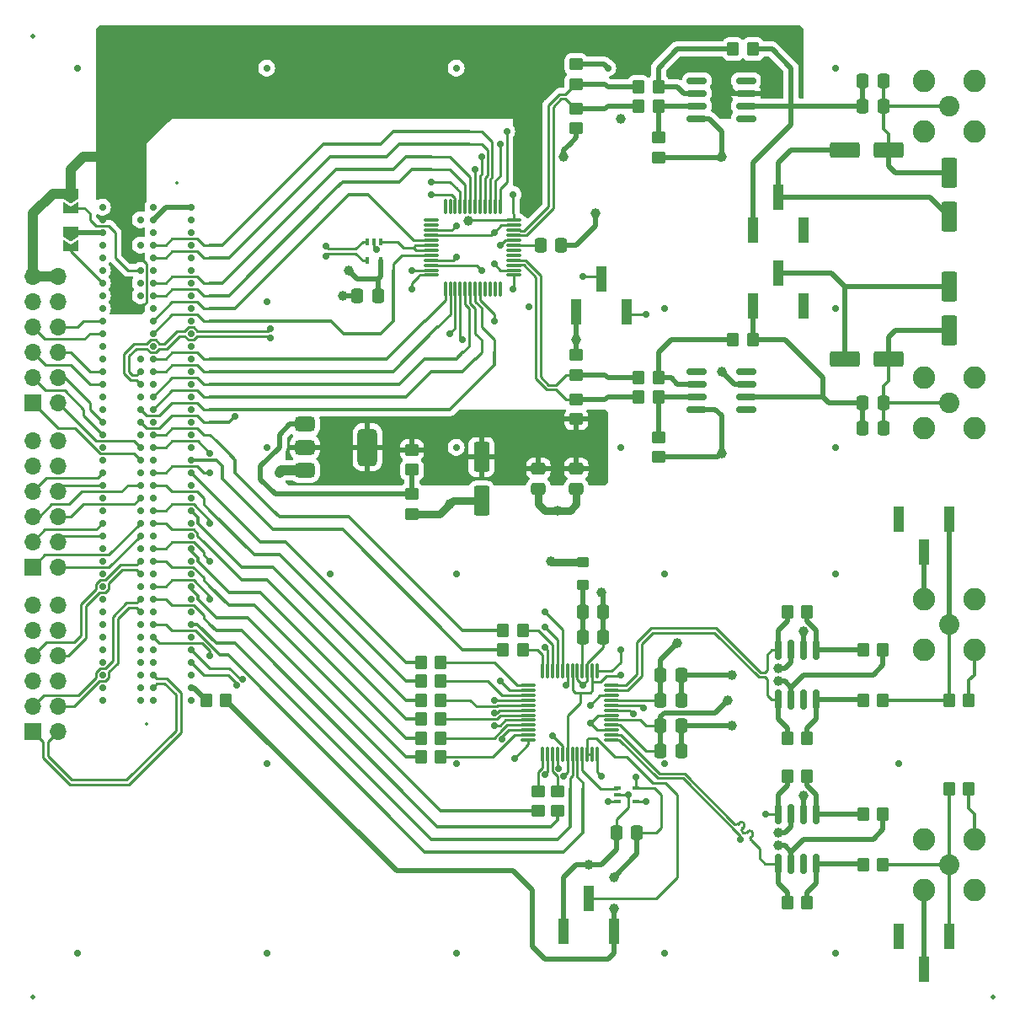
<source format=gtl>
%TF.GenerationSoftware,KiCad,Pcbnew,8.0.0*%
%TF.CreationDate,2024-08-30T23:26:16+03:00*%
%TF.ProjectId,ML605_LPC_Board_wADC_DAC,4d4c3630-355f-44c5-9043-5f426f617264,rev?*%
%TF.SameCoordinates,Original*%
%TF.FileFunction,Copper,L1,Top*%
%TF.FilePolarity,Positive*%
%FSLAX46Y46*%
G04 Gerber Fmt 4.6, Leading zero omitted, Abs format (unit mm)*
G04 Created by KiCad (PCBNEW 8.0.0) date 2024-08-30 23:26:16*
%MOMM*%
%LPD*%
G01*
G04 APERTURE LIST*
G04 Aperture macros list*
%AMRoundRect*
0 Rectangle with rounded corners*
0 $1 Rounding radius*
0 $2 $3 $4 $5 $6 $7 $8 $9 X,Y pos of 4 corners*
0 Add a 4 corners polygon primitive as box body*
4,1,4,$2,$3,$4,$5,$6,$7,$8,$9,$2,$3,0*
0 Add four circle primitives for the rounded corners*
1,1,$1+$1,$2,$3*
1,1,$1+$1,$4,$5*
1,1,$1+$1,$6,$7*
1,1,$1+$1,$8,$9*
0 Add four rect primitives between the rounded corners*
20,1,$1+$1,$2,$3,$4,$5,0*
20,1,$1+$1,$4,$5,$6,$7,0*
20,1,$1+$1,$6,$7,$8,$9,0*
20,1,$1+$1,$8,$9,$2,$3,0*%
%AMFreePoly0*
4,1,6,1.000000,0.000000,0.500000,-0.750000,-0.500000,-0.750000,-0.500000,0.750000,0.500000,0.750000,1.000000,0.000000,1.000000,0.000000,$1*%
%AMFreePoly1*
4,1,6,0.500000,-0.750000,-0.650000,-0.750000,-0.150000,0.000000,-0.650000,0.750000,0.500000,0.750000,0.500000,-0.750000,0.500000,-0.750000,$1*%
G04 Aperture macros list end*
%TA.AperFunction,SMDPad,CuDef*%
%ADD10RoundRect,0.250000X-0.337500X-0.475000X0.337500X-0.475000X0.337500X0.475000X-0.337500X0.475000X0*%
%TD*%
%TA.AperFunction,SMDPad,CuDef*%
%ADD11RoundRect,0.250000X0.350000X0.450000X-0.350000X0.450000X-0.350000X-0.450000X0.350000X-0.450000X0*%
%TD*%
%TA.AperFunction,SMDPad,CuDef*%
%ADD12RoundRect,0.250000X0.337500X0.475000X-0.337500X0.475000X-0.337500X-0.475000X0.337500X-0.475000X0*%
%TD*%
%TA.AperFunction,SMDPad,CuDef*%
%ADD13R,1.000000X2.510000*%
%TD*%
%TA.AperFunction,SMDPad,CuDef*%
%ADD14RoundRect,0.250000X0.450000X-0.350000X0.450000X0.350000X-0.450000X0.350000X-0.450000X-0.350000X0*%
%TD*%
%TA.AperFunction,SMDPad,CuDef*%
%ADD15C,0.500000*%
%TD*%
%TA.AperFunction,SMDPad,CuDef*%
%ADD16RoundRect,0.250000X-0.450000X0.350000X-0.450000X-0.350000X0.450000X-0.350000X0.450000X0.350000X0*%
%TD*%
%TA.AperFunction,ComponentPad*%
%ADD17C,2.050000*%
%TD*%
%TA.AperFunction,ComponentPad*%
%ADD18C,2.250000*%
%TD*%
%TA.AperFunction,SMDPad,CuDef*%
%ADD19RoundRect,0.250000X-0.550000X1.250000X-0.550000X-1.250000X0.550000X-1.250000X0.550000X1.250000X0*%
%TD*%
%TA.AperFunction,SMDPad,CuDef*%
%ADD20RoundRect,0.250000X-0.350000X-0.450000X0.350000X-0.450000X0.350000X0.450000X-0.350000X0.450000X0*%
%TD*%
%TA.AperFunction,SMDPad,CuDef*%
%ADD21RoundRect,0.250000X-0.475000X0.337500X-0.475000X-0.337500X0.475000X-0.337500X0.475000X0.337500X0*%
%TD*%
%TA.AperFunction,SMDPad,CuDef*%
%ADD22RoundRect,0.100000X-0.100000X0.225000X-0.100000X-0.225000X0.100000X-0.225000X0.100000X0.225000X0*%
%TD*%
%TA.AperFunction,SMDPad,CuDef*%
%ADD23RoundRect,0.375000X-0.625000X-0.375000X0.625000X-0.375000X0.625000X0.375000X-0.625000X0.375000X0*%
%TD*%
%TA.AperFunction,SMDPad,CuDef*%
%ADD24RoundRect,0.500000X-0.500000X-1.400000X0.500000X-1.400000X0.500000X1.400000X-0.500000X1.400000X0*%
%TD*%
%TA.AperFunction,SMDPad,CuDef*%
%ADD25RoundRect,0.250000X-1.250000X-0.550000X1.250000X-0.550000X1.250000X0.550000X-1.250000X0.550000X0*%
%TD*%
%TA.AperFunction,SMDPad,CuDef*%
%ADD26RoundRect,0.075000X-0.075000X0.662500X-0.075000X-0.662500X0.075000X-0.662500X0.075000X0.662500X0*%
%TD*%
%TA.AperFunction,SMDPad,CuDef*%
%ADD27RoundRect,0.075000X-0.662500X0.075000X-0.662500X-0.075000X0.662500X-0.075000X0.662500X0.075000X0*%
%TD*%
%TA.AperFunction,ComponentPad*%
%ADD28R,1.700000X1.700000*%
%TD*%
%TA.AperFunction,ComponentPad*%
%ADD29O,1.700000X1.700000*%
%TD*%
%TA.AperFunction,SMDPad,CuDef*%
%ADD30RoundRect,0.100000X-0.225000X-0.100000X0.225000X-0.100000X0.225000X0.100000X-0.225000X0.100000X0*%
%TD*%
%TA.AperFunction,SMDPad,CuDef*%
%ADD31FreePoly0,270.000000*%
%TD*%
%TA.AperFunction,SMDPad,CuDef*%
%ADD32FreePoly1,270.000000*%
%TD*%
%TA.AperFunction,SMDPad,CuDef*%
%ADD33RoundRect,0.150000X-0.825000X-0.150000X0.825000X-0.150000X0.825000X0.150000X-0.825000X0.150000X0*%
%TD*%
%TA.AperFunction,SMDPad,CuDef*%
%ADD34RoundRect,0.250000X-0.350000X0.275000X-0.350000X-0.275000X0.350000X-0.275000X0.350000X0.275000X0*%
%TD*%
%TA.AperFunction,SMDPad,CuDef*%
%ADD35RoundRect,0.250000X0.550000X-1.250000X0.550000X1.250000X-0.550000X1.250000X-0.550000X-1.250000X0*%
%TD*%
%TA.AperFunction,SMDPad,CuDef*%
%ADD36RoundRect,0.150000X-0.150000X0.825000X-0.150000X-0.825000X0.150000X-0.825000X0.150000X0.825000X0*%
%TD*%
%TA.AperFunction,ViaPad*%
%ADD37C,0.700000*%
%TD*%
%TA.AperFunction,ViaPad*%
%ADD38C,1.000000*%
%TD*%
%TA.AperFunction,Conductor*%
%ADD39C,0.508000*%
%TD*%
%TA.AperFunction,Conductor*%
%ADD40C,0.254000*%
%TD*%
%TA.AperFunction,Conductor*%
%ADD41C,0.355600*%
%TD*%
%TA.AperFunction,Conductor*%
%ADD42C,0.762000*%
%TD*%
%TA.AperFunction,Conductor*%
%ADD43C,1.016000*%
%TD*%
%TA.AperFunction,Conductor*%
%ADD44C,0.200000*%
%TD*%
%ADD45C,0.300000*%
%ADD46C,0.350000*%
G04 APERTURE END LIST*
D10*
%TO.P,C38,1*%
%TO.N,GNDA*%
X109522500Y-77610000D03*
%TO.P,C38,2*%
%TO.N,VADJ*%
X111597500Y-77610000D03*
%TD*%
%TO.P,C29,1*%
%TO.N,Net-(J7-Pin_1)*%
X160322500Y-88405000D03*
%TO.P,C29,2*%
%TO.N,Net-(J9-In)*%
X162397500Y-88405000D03*
%TD*%
D11*
%TO.P,R40,1*%
%TO.N,Net-(U4--)*%
X139770000Y-56655000D03*
%TO.P,R40,2*%
%TO.N,/DAC Circuit/IOUTA_P*%
X137770000Y-56655000D03*
%TD*%
D12*
%TO.P,C14,1*%
%TO.N,GNDA*%
X142077500Y-118250000D03*
%TO.P,C14,2*%
%TO.N,/ADC_Circuit/VCM_ADC*%
X140002500Y-118250000D03*
%TD*%
D10*
%TO.P,C12,1*%
%TO.N,3V3*%
X140002500Y-120790000D03*
%TO.P,C12,2*%
%TO.N,GNDA*%
X142077500Y-120790000D03*
%TD*%
D11*
%TO.P,R5,1*%
%TO.N,Net-(IC1-I2)*%
X117910000Y-116345000D03*
%TO.P,R5,2*%
%TO.N,/LA16_P*%
X115910000Y-116345000D03*
%TD*%
%TO.P,R3,1*%
%TO.N,Net-(IC1-I4)*%
X117910000Y-114440000D03*
%TO.P,R3,2*%
%TO.N,/LA15_P*%
X115910000Y-114440000D03*
%TD*%
D13*
%TO.P,J14,1,Pin_1*%
%TO.N,/ADC_Circuit/Q_IN*%
X168980000Y-141995000D03*
%TO.P,J14,2,Pin_2*%
%TO.N,GNDA*%
X166440000Y-145305000D03*
%TO.P,J14,3,Pin_3*%
%TO.N,unconnected-(J14-Pin_3-Pad3)*%
X163900000Y-141995000D03*
%TD*%
D14*
%TO.P,R45,1*%
%TO.N,GNDA*%
X139770000Y-93850000D03*
%TO.P,R45,2*%
%TO.N,Net-(U5-+)*%
X139770000Y-91850000D03*
%TD*%
D15*
%TO.P,FID2,*%
%TO.N,*%
X173425000Y-148095000D03*
%TD*%
D10*
%TO.P,C37,1*%
%TO.N,GNDA*%
X135557500Y-131585000D03*
%TO.P,C37,2*%
%TO.N,VADJ*%
X137632500Y-131585000D03*
%TD*%
D11*
%TO.P,R41,1*%
%TO.N,Net-(U4-+)*%
X139770000Y-58560000D03*
%TO.P,R41,2*%
%TO.N,/DAC Circuit/IOUTA_N*%
X137770000Y-58560000D03*
%TD*%
D16*
%TO.P,R39,1*%
%TO.N,/DAC Circuit/IOUTB_N*%
X131515000Y-88040000D03*
%TO.P,R39,2*%
%TO.N,1V5*%
X131515000Y-90040000D03*
%TD*%
%TO.P,R16,1*%
%TO.N,Net-(IC1-Q2)*%
X127705000Y-127410000D03*
%TO.P,R16,2*%
%TO.N,/LA04_P*%
X127705000Y-129410000D03*
%TD*%
D14*
%TO.P,R38,1*%
%TO.N,/DAC Circuit/IOUTB_P*%
X131515000Y-85595000D03*
%TO.P,R38,2*%
%TO.N,GNDA*%
X131515000Y-83595000D03*
%TD*%
D11*
%TO.P,R11,1*%
%TO.N,Net-(IC1-Q6)*%
X117910000Y-122060000D03*
%TO.P,R11,2*%
%TO.N,/LA07_P*%
X115910000Y-122060000D03*
%TD*%
D17*
%TO.P,J8,1,In*%
%TO.N,Net-(J8-In)*%
X168980000Y-58560000D03*
D18*
%TO.P,J8,2,Ext*%
%TO.N,GNDA*%
X166440000Y-56020000D03*
X166440000Y-61100000D03*
X171520000Y-56020000D03*
X171520000Y-61100000D03*
%TD*%
D19*
%TO.P,C1,1*%
%TO.N,1V5*%
X121990000Y-93825000D03*
%TO.P,C1,2*%
%TO.N,GNDA*%
X121990000Y-98225000D03*
%TD*%
D20*
%TO.P,R48,1*%
%TO.N,/PRSNT_M2C_L*%
X94320000Y-118250000D03*
%TO.P,R48,2*%
%TO.N,VADJ*%
X96320000Y-118250000D03*
%TD*%
D15*
%TO.P,FID1,*%
%TO.N,*%
X76905000Y-51575000D03*
%TD*%
D11*
%TO.P,R30,1*%
%TO.N,/ADC_Circuit/I_IN*%
X162360000Y-118250000D03*
%TO.P,R30,2*%
%TO.N,Net-(IC3-+IN)*%
X160360000Y-118250000D03*
%TD*%
D10*
%TO.P,C4,1*%
%TO.N,Net-(IC1-VD)*%
X132150000Y-111900000D03*
%TO.P,C4,2*%
%TO.N,GNDA*%
X134225000Y-111900000D03*
%TD*%
D13*
%TO.P,J2,1,Pin_1*%
%TO.N,GNDA*%
X130245000Y-141495000D03*
%TO.P,J2,2,Pin_2*%
%TO.N,/ADC_Circuit/PD*%
X132785000Y-138185000D03*
%TO.P,J2,3,Pin_3*%
%TO.N,VADJ*%
X135325000Y-141495000D03*
%TD*%
D11*
%TO.P,R26,1*%
%TO.N,Net-(IC3-+IN)*%
X154740000Y-122060000D03*
%TO.P,R26,2*%
%TO.N,/ADC_Circuit/I-*%
X152740000Y-122060000D03*
%TD*%
%TO.P,R43,1*%
%TO.N,Net-(U5-+)*%
X139770000Y-87770000D03*
%TO.P,R43,2*%
%TO.N,/DAC Circuit/IOUTB_N*%
X137770000Y-87770000D03*
%TD*%
D21*
%TO.P,C2,1*%
%TO.N,1V5*%
X127705000Y-94987500D03*
%TO.P,C2,2*%
%TO.N,GNDA*%
X127705000Y-97062500D03*
%TD*%
D13*
%TO.P,J6,1,Pin_1*%
%TO.N,Net-(J6-Pin_1)*%
X149295000Y-71010000D03*
%TO.P,J6,2,Pin_2*%
%TO.N,Net-(J6-Pin_2)*%
X151835000Y-67700000D03*
%TO.P,J6,3,Pin_3*%
%TO.N,unconnected-(J6-Pin_3-Pad3)*%
X154375000Y-71010000D03*
%TD*%
D22*
%TO.P,U2,1*%
%TO.N,/DAC Circuit/CLKA{slash}CLKIQ*%
X111845000Y-72215000D03*
%TO.P,U2,2,V-*%
%TO.N,GNDA*%
X111195000Y-72215000D03*
%TO.P,U2,3,+*%
%TO.N,/LA26_P*%
X110545000Y-72215000D03*
%TO.P,U2,4,-*%
%TO.N,/LA26_N*%
X110545000Y-74115000D03*
%TO.P,U2,5,V+*%
%TO.N,VADJ*%
X111845000Y-74115000D03*
%TD*%
D11*
%TO.P,R28,1*%
%TO.N,/ADC_Circuit/Q_IN*%
X162360000Y-134760000D03*
%TO.P,R28,2*%
%TO.N,Net-(IC2-+IN)*%
X160360000Y-134760000D03*
%TD*%
D20*
%TO.P,R46,1*%
%TO.N,Net-(U4--)*%
X147295000Y-52845000D03*
%TO.P,R46,2*%
%TO.N,Net-(J6-Pin_1)*%
X149295000Y-52845000D03*
%TD*%
D23*
%TO.P,U3,1,ADJ*%
%TO.N,Net-(U3-ADJ)*%
X104235000Y-90550000D03*
%TO.P,U3,2,VO*%
%TO.N,1V5*%
X104235000Y-92850000D03*
D24*
X110535000Y-92850000D03*
D23*
%TO.P,U3,3,VI*%
%TO.N,3V3*%
X104235000Y-95150000D03*
%TD*%
D11*
%TO.P,R25,1*%
%TO.N,Net-(IC2--IN)*%
X154740000Y-125870000D03*
%TO.P,R25,2*%
%TO.N,/ADC_Circuit/Q+*%
X152740000Y-125870000D03*
%TD*%
D16*
%TO.P,R20,1*%
%TO.N,Net-(IC1-Q0)*%
X129610000Y-127410000D03*
%TO.P,R20,2*%
%TO.N,/LA03_P*%
X129610000Y-129410000D03*
%TD*%
D25*
%TO.P,C24,1*%
%TO.N,Net-(J6-Pin_2)*%
X158525000Y-63005000D03*
%TO.P,C24,2*%
%TO.N,Net-(J8-In)*%
X162925000Y-63005000D03*
%TD*%
D17*
%TO.P,J9,1,In*%
%TO.N,Net-(J9-In)*%
X168980000Y-88405000D03*
D18*
%TO.P,J9,2,Ext*%
%TO.N,GNDA*%
X166440000Y-85865000D03*
X166440000Y-90945000D03*
X171520000Y-85865000D03*
X171520000Y-90945000D03*
%TD*%
D20*
%TO.P,R15,1*%
%TO.N,/LA15_N*%
X124165000Y-113170000D03*
%TO.P,R15,2*%
%TO.N,Net-(IC1-I5)*%
X126165000Y-113170000D03*
%TD*%
D26*
%TO.P,IC1,1,VREF*%
%TO.N,1V5*%
X133630000Y-115357500D03*
%TO.P,IC1,2,OS*%
%TO.N,VADJ*%
X133130000Y-115357500D03*
%TO.P,IC1,3,AGND_1*%
%TO.N,GNDA*%
X132630000Y-115357500D03*
%TO.P,IC1,4,VD*%
%TO.N,Net-(IC1-VD)*%
X132130000Y-115357500D03*
%TO.P,IC1,5,DGND*%
%TO.N,GNDA*%
X131630000Y-115357500D03*
%TO.P,IC1,6,VDR_1*%
%TO.N,VADJ*%
X131130000Y-115357500D03*
%TO.P,IC1,7,DR_GND_1*%
%TO.N,GNDA*%
X130630000Y-115357500D03*
%TO.P,IC1,8,I9*%
%TO.N,Net-(IC1-I9)*%
X130130000Y-115357500D03*
%TO.P,IC1,9,I8*%
%TO.N,Net-(IC1-I8)*%
X129630000Y-115357500D03*
%TO.P,IC1,10,I7*%
%TO.N,Net-(IC1-I7)*%
X129130000Y-115357500D03*
%TO.P,IC1,11,I6*%
%TO.N,Net-(IC1-I6)*%
X128630000Y-115357500D03*
%TO.P,IC1,12,I5*%
%TO.N,Net-(IC1-I5)*%
X128130000Y-115357500D03*
D27*
%TO.P,IC1,13,I4*%
%TO.N,Net-(IC1-I4)*%
X126717500Y-116770000D03*
%TO.P,IC1,14,I3*%
%TO.N,Net-(IC1-I3)*%
X126717500Y-117270000D03*
%TO.P,IC1,15,I2*%
%TO.N,Net-(IC1-I2)*%
X126717500Y-117770000D03*
%TO.P,IC1,16,I1*%
%TO.N,Net-(IC1-I1)*%
X126717500Y-118270000D03*
%TO.P,IC1,17,I0*%
%TO.N,Net-(IC1-I0)*%
X126717500Y-118770000D03*
%TO.P,IC1,18,Q9*%
%TO.N,Net-(IC1-Q9)*%
X126717500Y-119270000D03*
%TO.P,IC1,19,Q8*%
%TO.N,Net-(IC1-Q8)*%
X126717500Y-119770000D03*
%TO.P,IC1,20,Q7*%
%TO.N,Net-(IC1-Q7)*%
X126717500Y-120270000D03*
%TO.P,IC1,21,Q6*%
%TO.N,Net-(IC1-Q6)*%
X126717500Y-120770000D03*
%TO.P,IC1,22,Q5*%
%TO.N,Net-(IC1-Q5)*%
X126717500Y-121270000D03*
%TO.P,IC1,23,Q4*%
%TO.N,Net-(IC1-Q4)*%
X126717500Y-121770000D03*
%TO.P,IC1,24,Q3*%
%TO.N,Net-(IC1-Q3)*%
X126717500Y-122270000D03*
D26*
%TO.P,IC1,25,Q2*%
%TO.N,Net-(IC1-Q2)*%
X128130000Y-123682500D03*
%TO.P,IC1,26,Q1*%
%TO.N,Net-(IC1-Q1)*%
X128630000Y-123682500D03*
%TO.P,IC1,27,Q0*%
%TO.N,Net-(IC1-Q0)*%
X129130000Y-123682500D03*
%TO.P,IC1,28,I/~{Q}*%
%TO.N,Net-(IC1-I{slash}~{Q})*%
X129630000Y-123682500D03*
%TO.P,IC1,29,DR_GND_2*%
%TO.N,GNDA*%
X130130000Y-123682500D03*
%TO.P,IC1,30,VDR_2*%
%TO.N,VADJ*%
X130630000Y-123682500D03*
%TO.P,IC1,31,OC*%
%TO.N,/LA02_P*%
X131130000Y-123682500D03*
%TO.P,IC1,32,OF*%
%TO.N,/LA00_N_CC*%
X131630000Y-123682500D03*
%TO.P,IC1,33,CLK*%
%TO.N,/ADC_Circuit/CLK*%
X132130000Y-123682500D03*
%TO.P,IC1,34,STBY*%
%TO.N,/ADC_Circuit/PD*%
X132630000Y-123682500D03*
%TO.P,IC1,35,PD*%
X133130000Y-123682500D03*
%TO.P,IC1,36,GAIN*%
%TO.N,/LA00_P_CC*%
X133630000Y-123682500D03*
D27*
%TO.P,IC1,37,Q+*%
%TO.N,/ADC_Circuit/Q+*%
X135042500Y-122270000D03*
%TO.P,IC1,38,Q-*%
%TO.N,/ADC_Circuit/Q-*%
X135042500Y-121770000D03*
%TO.P,IC1,39,AGND_2*%
%TO.N,GNDA*%
X135042500Y-121270000D03*
%TO.P,IC1,40,VA_1*%
%TO.N,3V3*%
X135042500Y-120770000D03*
%TO.P,IC1,41,VA_2*%
X135042500Y-120270000D03*
%TO.P,IC1,42,AGND_3*%
%TO.N,GNDA*%
X135042500Y-119770000D03*
%TO.P,IC1,43,VRP*%
%TO.N,Net-(IC1-VRP)*%
X135042500Y-119270000D03*
%TO.P,IC1,44,VRN*%
%TO.N,Net-(IC1-VRN)*%
X135042500Y-118770000D03*
%TO.P,IC1,45,VCMO*%
%TO.N,/ADC_Circuit/VCM_ADC*%
X135042500Y-118270000D03*
%TO.P,IC1,46,AGND_4*%
%TO.N,GNDA*%
X135042500Y-117770000D03*
%TO.P,IC1,47,I-*%
%TO.N,/ADC_Circuit/I-*%
X135042500Y-117270000D03*
%TO.P,IC1,48,I+*%
%TO.N,/ADC_Circuit/I+*%
X135042500Y-116770000D03*
%TD*%
D11*
%TO.P,R42,1*%
%TO.N,Net-(U5--)*%
X139770000Y-85865000D03*
%TO.P,R42,2*%
%TO.N,/DAC Circuit/IOUTB_P*%
X137770000Y-85865000D03*
%TD*%
D14*
%TO.P,R36,1*%
%TO.N,/DAC Circuit/IOUTA_P*%
X131515000Y-56385000D03*
%TO.P,R36,2*%
%TO.N,GNDA*%
X131515000Y-54385000D03*
%TD*%
D11*
%TO.P,R7,1*%
%TO.N,Net-(IC1-I0)*%
X117910000Y-118250000D03*
%TO.P,R7,2*%
%TO.N,/LA11_P*%
X115910000Y-118250000D03*
%TD*%
D12*
%TO.P,C30,1*%
%TO.N,Net-(J9-In)*%
X162397500Y-90945000D03*
%TO.P,C30,2*%
%TO.N,Net-(J7-Pin_1)*%
X160322500Y-90945000D03*
%TD*%
D15*
%TO.P,FID3,*%
%TO.N,*%
X76905000Y-148095000D03*
%TD*%
D19*
%TO.P,C27,1*%
%TO.N,Net-(J7-Pin_2)*%
X168980000Y-76680000D03*
%TO.P,C27,2*%
%TO.N,Net-(J9-In)*%
X168980000Y-81080000D03*
%TD*%
D20*
%TO.P,R19,1*%
%TO.N,/LA20_N*%
X124165000Y-111265000D03*
%TO.P,R19,2*%
%TO.N,Net-(IC1-I7)*%
X126165000Y-111265000D03*
%TD*%
D10*
%TO.P,C5,1*%
%TO.N,Net-(IC1-VD)*%
X132150000Y-109360000D03*
%TO.P,C5,2*%
%TO.N,GNDA*%
X134225000Y-109360000D03*
%TD*%
D16*
%TO.P,R37,1*%
%TO.N,/DAC Circuit/IOUTA_N*%
X131515000Y-58830000D03*
%TO.P,R37,2*%
%TO.N,1V5*%
X131515000Y-60830000D03*
%TD*%
D28*
%TO.P,J10,1,Pin_1*%
%TO.N,/CLK1_M2C_N*%
X76905000Y-121425000D03*
D29*
%TO.P,J10,2,Pin_2*%
%TO.N,/CLK1_M2C_P*%
X79445000Y-121425000D03*
%TO.P,J10,3,Pin_3*%
%TO.N,/LA01_N*%
X76905000Y-118885000D03*
%TO.P,J10,4,Pin_4*%
%TO.N,/LA01_P*%
X79445000Y-118885000D03*
%TO.P,J10,5,Pin_5*%
%TO.N,/LA06_N*%
X76905000Y-116345000D03*
%TO.P,J10,6,Pin_6*%
%TO.N,/LA06_P*%
X79445000Y-116345000D03*
%TO.P,J10,7,Pin_7*%
%TO.N,/LA05_N*%
X76905000Y-113805000D03*
%TO.P,J10,8,Pin_8*%
%TO.N,/LA05_P*%
X79445000Y-113805000D03*
%TO.P,J10,9,Pin_9*%
%TO.N,GNDA*%
X76905000Y-111265000D03*
%TO.P,J10,10,Pin_10*%
X79445000Y-111265000D03*
%TO.P,J10,11,Pin_11*%
%TO.N,3V3*%
X76905000Y-108725000D03*
%TO.P,J10,12,Pin_12*%
X79445000Y-108725000D03*
%TD*%
D11*
%TO.P,R27,1*%
%TO.N,Net-(IC3--IN)*%
X154740000Y-109360000D03*
%TO.P,R27,2*%
%TO.N,/ADC_Circuit/I+*%
X152740000Y-109360000D03*
%TD*%
D12*
%TO.P,C26,1*%
%TO.N,Net-(J8-In)*%
X162397500Y-56020000D03*
%TO.P,C26,2*%
%TO.N,Net-(J6-Pin_1)*%
X160322500Y-56020000D03*
%TD*%
D26*
%TO.P,IC4,1,DA9_(MSB)*%
%TO.N,/LA32_N*%
X123855000Y-68650000D03*
%TO.P,IC4,2,DA8*%
%TO.N,/LA32_P*%
X123355000Y-68650000D03*
%TO.P,IC4,3,DA7*%
%TO.N,/LA33_N*%
X122855000Y-68650000D03*
%TO.P,IC4,4,DA6*%
%TO.N,/LA33_P*%
X122355000Y-68650000D03*
%TO.P,IC4,5,DA5*%
%TO.N,/LA30_N*%
X121855000Y-68650000D03*
%TO.P,IC4,6,DA4*%
%TO.N,/LA30_P*%
X121355000Y-68650000D03*
%TO.P,IC4,7,DA3*%
%TO.N,/LA31_N*%
X120855000Y-68650000D03*
%TO.P,IC4,8,DA2*%
%TO.N,/LA31_P*%
X120355000Y-68650000D03*
%TO.P,IC4,9,DA1*%
%TO.N,/LA28_N*%
X119855000Y-68650000D03*
%TO.P,IC4,10,DA0_(LSB)*%
%TO.N,/LA28_P*%
X119355000Y-68650000D03*
%TO.P,IC4,11,NC_1*%
%TO.N,unconnected-(IC4-NC_1-Pad11)*%
X118855000Y-68650000D03*
%TO.P,IC4,12,NC_2*%
%TO.N,unconnected-(IC4-NC_2-Pad12)*%
X118355000Y-68650000D03*
D27*
%TO.P,IC4,13,NC_3*%
%TO.N,unconnected-(IC4-NC_3-Pad13)*%
X116942500Y-70062500D03*
%TO.P,IC4,14,NC_4*%
%TO.N,unconnected-(IC4-NC_4-Pad14)*%
X116942500Y-70562500D03*
%TO.P,IC4,15,DGND_1*%
%TO.N,GNDA*%
X116942500Y-71062500D03*
%TO.P,IC4,16,DVDD_1*%
%TO.N,3V3*%
X116942500Y-71562500D03*
%TO.P,IC4,17,WRTA/WRTIQ*%
%TO.N,/LA29_N*%
X116942500Y-72062500D03*
%TO.P,IC4,18,CLKA/CLKIQ*%
%TO.N,/DAC Circuit/CLKA{slash}CLKIQ*%
X116942500Y-72562500D03*
%TO.P,IC4,19,CLKB/RESETIQ*%
X116942500Y-73062500D03*
%TO.P,IC4,20,WRTB/SELECTIQ*%
%TO.N,/LA29_P*%
X116942500Y-73562500D03*
%TO.P,IC4,21,DGND_2*%
%TO.N,GNDA*%
X116942500Y-74062500D03*
%TO.P,IC4,22,DVDD_2*%
%TO.N,3V3*%
X116942500Y-74562500D03*
%TO.P,IC4,23,DB9_(MSB)*%
%TO.N,/LA24_N*%
X116942500Y-75062500D03*
%TO.P,IC4,24,DB8*%
%TO.N,/LA24_P*%
X116942500Y-75562500D03*
D26*
%TO.P,IC4,25,DB7*%
%TO.N,/LA25_N*%
X118355000Y-76975000D03*
%TO.P,IC4,26,DB6*%
%TO.N,/LA25_P*%
X118855000Y-76975000D03*
%TO.P,IC4,27,DB5*%
%TO.N,/LA21_N*%
X119355000Y-76975000D03*
%TO.P,IC4,28,DB4*%
%TO.N,/LA21_P*%
X119855000Y-76975000D03*
%TO.P,IC4,29,DB3*%
%TO.N,/LA22_N*%
X120355000Y-76975000D03*
%TO.P,IC4,30,DB2*%
%TO.N,/LA22_P*%
X120855000Y-76975000D03*
%TO.P,IC4,31,DB1*%
%TO.N,/LA23_N*%
X121355000Y-76975000D03*
%TO.P,IC4,32,DB0_(LSB)*%
%TO.N,/LA23_P*%
X121855000Y-76975000D03*
%TO.P,IC4,33,NC_5*%
%TO.N,unconnected-(IC4-NC_5-Pad33)*%
X122355000Y-76975000D03*
%TO.P,IC4,34,NC_6*%
%TO.N,unconnected-(IC4-NC_6-Pad34)*%
X122855000Y-76975000D03*
%TO.P,IC4,35,NC_7*%
%TO.N,unconnected-(IC4-NC_7-Pad35)*%
X123355000Y-76975000D03*
%TO.P,IC4,36,NC_8*%
%TO.N,unconnected-(IC4-NC_8-Pad36)*%
X123855000Y-76975000D03*
D27*
%TO.P,IC4,37,SLEEP*%
%TO.N,/DAC Circuit/SLEEP*%
X125267500Y-75562500D03*
%TO.P,IC4,38,AGND*%
%TO.N,GNDA*%
X125267500Y-75062500D03*
%TO.P,IC4,39,IOUTB1*%
%TO.N,/DAC Circuit/IOUTB_N*%
X125267500Y-74562500D03*
%TO.P,IC4,40,IOUTB2*%
%TO.N,/DAC Circuit/IOUTB_P*%
X125267500Y-74062500D03*
%TO.P,IC4,41,BIASJ_B*%
%TO.N,unconnected-(IC4-BIASJ_B-Pad41)*%
X125267500Y-73562500D03*
%TO.P,IC4,42,GSET*%
%TO.N,unconnected-(IC4-GSET-Pad42)*%
X125267500Y-73062500D03*
%TO.P,IC4,43,EXTIO*%
%TO.N,Net-(IC4-EXTIO)*%
X125267500Y-72562500D03*
%TO.P,IC4,44,BIASJ_A*%
%TO.N,Net-(IC4-BIASJ_A)*%
X125267500Y-72062500D03*
%TO.P,IC4,45,IOUTA2*%
%TO.N,/DAC Circuit/IOUTA_N*%
X125267500Y-71562500D03*
%TO.P,IC4,46,IOUTA1*%
%TO.N,/DAC Circuit/IOUTA_P*%
X125267500Y-71062500D03*
%TO.P,IC4,47,AVDD*%
%TO.N,3V3*%
X125267500Y-70562500D03*
%TO.P,IC4,48,MODE*%
%TO.N,VADJ*%
X125267500Y-70062500D03*
%TD*%
D20*
%TO.P,R32,1*%
%TO.N,/ADC_Circuit/I_IN*%
X168980000Y-118250000D03*
%TO.P,R32,2*%
%TO.N,GNDA*%
X170980000Y-118250000D03*
%TD*%
D10*
%TO.P,C13,1*%
%TO.N,/ADC_Circuit/VCM_ADC*%
X140002500Y-115710000D03*
%TO.P,C13,2*%
%TO.N,GNDA*%
X142077500Y-115710000D03*
%TD*%
D30*
%TO.P,U1,1*%
%TO.N,/ADC_Circuit/CLK*%
X135645000Y-127125000D03*
%TO.P,U1,2,V-*%
%TO.N,GNDA*%
X135645000Y-127775000D03*
%TO.P,U1,3,+*%
%TO.N,/CLK0_M2C_P*%
X135645000Y-128425000D03*
%TO.P,U1,4,-*%
%TO.N,/CLK0_M2C_N*%
X137545000Y-128425000D03*
%TO.P,U1,5,V+*%
%TO.N,VADJ*%
X137545000Y-127125000D03*
%TD*%
D13*
%TO.P,J7,1,Pin_1*%
%TO.N,Net-(J7-Pin_1)*%
X149295000Y-78630000D03*
%TO.P,J7,2,Pin_2*%
%TO.N,Net-(J7-Pin_2)*%
X151835000Y-75320000D03*
%TO.P,J7,3,Pin_3*%
%TO.N,unconnected-(J7-Pin_3-Pad3)*%
X154375000Y-78630000D03*
%TD*%
D21*
%TO.P,C3,1*%
%TO.N,1V5*%
X131515000Y-94987500D03*
%TO.P,C3,2*%
%TO.N,GNDA*%
X131515000Y-97062500D03*
%TD*%
D16*
%TO.P,R2,1*%
%TO.N,Net-(U3-ADJ)*%
X115005000Y-97565000D03*
%TO.P,R2,2*%
%TO.N,GNDA*%
X115005000Y-99565000D03*
%TD*%
D31*
%TO.P,JP2,1,A*%
%TO.N,3V3*%
X80715000Y-67360000D03*
D32*
%TO.P,JP2,2,B*%
%TO.N,/GA1*%
X80715000Y-68810000D03*
%TD*%
D17*
%TO.P,J5,1,In*%
%TO.N,/ADC_Circuit/I_IN*%
X168980000Y-110630000D03*
D18*
%TO.P,J5,2,Ext*%
%TO.N,GNDA*%
X166440000Y-108090000D03*
X166440000Y-113170000D03*
X171520000Y-108090000D03*
X171520000Y-113170000D03*
%TD*%
D33*
%TO.P,U4,1,NC*%
%TO.N,unconnected-(U4-NC-Pad1)*%
X143645000Y-56020000D03*
%TO.P,U4,2,-*%
%TO.N,Net-(U4--)*%
X143645000Y-57290000D03*
%TO.P,U4,3,+*%
%TO.N,Net-(U4-+)*%
X143645000Y-58560000D03*
%TO.P,U4,4,V-*%
%TO.N,GNDA*%
X143645000Y-59830000D03*
%TO.P,U4,5,NC*%
%TO.N,unconnected-(U4-NC-Pad5)*%
X148595000Y-59830000D03*
%TO.P,U4,6*%
%TO.N,Net-(J6-Pin_1)*%
X148595000Y-58560000D03*
%TO.P,U4,7,V+*%
%TO.N,3V3*%
X148595000Y-57290000D03*
%TO.P,U4,8,NC*%
%TO.N,unconnected-(U4-NC-Pad8)*%
X148595000Y-56020000D03*
%TD*%
D13*
%TO.P,J3,1,Pin_1*%
%TO.N,GNDA*%
X131515000Y-79265000D03*
%TO.P,J3,2,Pin_2*%
%TO.N,/DAC Circuit/SLEEP*%
X134055000Y-75955000D03*
%TO.P,J3,3,Pin_3*%
%TO.N,VADJ*%
X136595000Y-79265000D03*
%TD*%
D14*
%TO.P,R44,1*%
%TO.N,GNDA*%
X139770000Y-63735000D03*
%TO.P,R44,2*%
%TO.N,Net-(U4-+)*%
X139770000Y-61735000D03*
%TD*%
D11*
%TO.P,R24,1*%
%TO.N,Net-(IC2-+IN)*%
X154740000Y-138570000D03*
%TO.P,R24,2*%
%TO.N,/ADC_Circuit/Q-*%
X152740000Y-138570000D03*
%TD*%
D10*
%TO.P,C25,1*%
%TO.N,Net-(J6-Pin_1)*%
X160322500Y-58560000D03*
%TO.P,C25,2*%
%TO.N,Net-(J8-In)*%
X162397500Y-58560000D03*
%TD*%
D11*
%TO.P,R9,1*%
%TO.N,Net-(IC1-Q8)*%
X117910000Y-120155000D03*
%TO.P,R9,2*%
%TO.N,/LA12_P*%
X115910000Y-120155000D03*
%TD*%
D34*
%TO.P,L1,1*%
%TO.N,3V3*%
X132150000Y-104400000D03*
%TO.P,L1,2*%
%TO.N,Net-(IC1-VD)*%
X132150000Y-106700000D03*
%TD*%
D11*
%TO.P,R13,1*%
%TO.N,Net-(IC1-Q4)*%
X117910000Y-123965000D03*
%TO.P,R13,2*%
%TO.N,/LA08_P*%
X115910000Y-123965000D03*
%TD*%
D17*
%TO.P,J4,1,In*%
%TO.N,/ADC_Circuit/Q_IN*%
X168980000Y-134760000D03*
D18*
%TO.P,J4,2,Ext*%
%TO.N,GNDA*%
X166440000Y-132220000D03*
X166440000Y-137300000D03*
X171520000Y-132220000D03*
X171520000Y-137300000D03*
%TD*%
D31*
%TO.P,JP1,1,A*%
%TO.N,GNDA*%
X80715000Y-71170000D03*
D32*
%TO.P,JP1,2,B*%
%TO.N,/GA0*%
X80715000Y-72620000D03*
%TD*%
D35*
%TO.P,C23,1*%
%TO.N,Net-(J6-Pin_2)*%
X168980000Y-69650000D03*
%TO.P,C23,2*%
%TO.N,Net-(J8-In)*%
X168980000Y-65250000D03*
%TD*%
D28*
%TO.P,J12,1,Pin_1*%
%TO.N,/LA17_P_CC*%
X76905000Y-88405000D03*
D29*
%TO.P,J12,2,Pin_2*%
%TO.N,/LA17_N_CC*%
X79445000Y-88405000D03*
%TO.P,J12,3,Pin_3*%
%TO.N,/LA18_P_CC*%
X76905000Y-85865000D03*
%TO.P,J12,4,Pin_4*%
%TO.N,/LA18_N_CC*%
X79445000Y-85865000D03*
%TO.P,J12,5,Pin_5*%
%TO.N,/LA27_P*%
X76905000Y-83325000D03*
%TO.P,J12,6,Pin_6*%
%TO.N,/LA27_N*%
X79445000Y-83325000D03*
%TO.P,J12,7,Pin_7*%
%TO.N,/SCL*%
X76905000Y-80785000D03*
%TO.P,J12,8,Pin_8*%
%TO.N,/SDA*%
X79445000Y-80785000D03*
%TO.P,J12,9,Pin_9*%
%TO.N,GNDA*%
X76905000Y-78245000D03*
%TO.P,J12,10,Pin_10*%
X79445000Y-78245000D03*
%TO.P,J12,11,Pin_11*%
%TO.N,3V3*%
X76905000Y-75705000D03*
%TO.P,J12,12,Pin_12*%
X79445000Y-75705000D03*
%TD*%
D13*
%TO.P,J13,1,Pin_1*%
%TO.N,/ADC_Circuit/I_IN*%
X168980000Y-100085000D03*
%TO.P,J13,2,Pin_2*%
%TO.N,GNDA*%
X166440000Y-103395000D03*
%TO.P,J13,3,Pin_3*%
%TO.N,unconnected-(J13-Pin_3-Pad3)*%
X163900000Y-100085000D03*
%TD*%
D11*
%TO.P,R29,1*%
%TO.N,GNDA*%
X162360000Y-129680000D03*
%TO.P,R29,2*%
%TO.N,Net-(IC2--IN)*%
X160360000Y-129680000D03*
%TD*%
D33*
%TO.P,U5,1,NC*%
%TO.N,unconnected-(U5-NC-Pad1)*%
X143645000Y-85230000D03*
%TO.P,U5,2,-*%
%TO.N,Net-(U5--)*%
X143645000Y-86500000D03*
%TO.P,U5,3,+*%
%TO.N,Net-(U5-+)*%
X143645000Y-87770000D03*
%TO.P,U5,4,V-*%
%TO.N,GNDA*%
X143645000Y-89040000D03*
%TO.P,U5,5,NC*%
%TO.N,unconnected-(U5-NC-Pad5)*%
X148595000Y-89040000D03*
%TO.P,U5,6*%
%TO.N,Net-(J7-Pin_1)*%
X148595000Y-87770000D03*
%TO.P,U5,7,V+*%
%TO.N,3V3*%
X148595000Y-86500000D03*
%TO.P,U5,8,NC*%
%TO.N,unconnected-(U5-NC-Pad8)*%
X148595000Y-85230000D03*
%TD*%
D20*
%TO.P,R33,1*%
%TO.N,/ADC_Circuit/Q_IN*%
X168980000Y-127140000D03*
%TO.P,R33,2*%
%TO.N,GNDA*%
X170980000Y-127140000D03*
%TD*%
D36*
%TO.P,IC3,1,-IN*%
%TO.N,Net-(IC3--IN)*%
X155645000Y-113235000D03*
%TO.P,IC3,2,VOCM*%
%TO.N,/ADC_Circuit/VCM_ADC*%
X154375000Y-113235000D03*
%TO.P,IC3,3,VS+*%
%TO.N,3V3*%
X153105000Y-113235000D03*
%TO.P,IC3,4,+OUT*%
%TO.N,/ADC_Circuit/I+*%
X151835000Y-113235000D03*
%TO.P,IC3,5,-OUT*%
%TO.N,/ADC_Circuit/I-*%
X151835000Y-118185000D03*
%TO.P,IC3,6,VS-*%
%TO.N,GNDA*%
X153105000Y-118185000D03*
%TO.P,IC3,7,~{PD}*%
%TO.N,unconnected-(IC3-~{PD}-Pad7)*%
X154375000Y-118185000D03*
%TO.P,IC3,8,+IN*%
%TO.N,Net-(IC3-+IN)*%
X155645000Y-118185000D03*
%TD*%
D28*
%TO.P,J11,1,Pin_1*%
%TO.N,/LA09_N*%
X76885000Y-104890000D03*
D29*
%TO.P,J11,2,Pin_2*%
%TO.N,/LA09_P*%
X79425000Y-104890000D03*
%TO.P,J11,3,Pin_3*%
%TO.N,/LA10_N*%
X76885000Y-102350000D03*
%TO.P,J11,4,Pin_4*%
%TO.N,/LA10_P*%
X79425000Y-102350000D03*
%TO.P,J11,5,Pin_5*%
%TO.N,/LA13_N*%
X76885000Y-99810000D03*
%TO.P,J11,6,Pin_6*%
%TO.N,/LA13_P*%
X79425000Y-99810000D03*
%TO.P,J11,7,Pin_7*%
%TO.N,/LA14_N*%
X76885000Y-97270000D03*
%TO.P,J11,8,Pin_8*%
%TO.N,/LA14_P*%
X79425000Y-97270000D03*
%TO.P,J11,9,Pin_9*%
%TO.N,GNDA*%
X76885000Y-94730000D03*
%TO.P,J11,10,Pin_10*%
X79425000Y-94730000D03*
%TO.P,J11,11,Pin_11*%
%TO.N,3V3*%
X76885000Y-92190000D03*
%TO.P,J11,12,Pin_12*%
X79425000Y-92190000D03*
%TD*%
D16*
%TO.P,R1,1*%
%TO.N,1V5*%
X115005000Y-93120000D03*
%TO.P,R1,2*%
%TO.N,Net-(U3-ADJ)*%
X115005000Y-95120000D03*
%TD*%
D20*
%TO.P,R47,1*%
%TO.N,Net-(U5--)*%
X147295000Y-82055000D03*
%TO.P,R47,2*%
%TO.N,Net-(J7-Pin_1)*%
X149295000Y-82055000D03*
%TD*%
D25*
%TO.P,C28,1*%
%TO.N,Net-(J7-Pin_2)*%
X158525000Y-83960000D03*
%TO.P,C28,2*%
%TO.N,Net-(J9-In)*%
X162925000Y-83960000D03*
%TD*%
D11*
%TO.P,R31,1*%
%TO.N,GNDA*%
X162360000Y-113170000D03*
%TO.P,R31,2*%
%TO.N,Net-(IC3--IN)*%
X160360000Y-113170000D03*
%TD*%
D10*
%TO.P,C15,1*%
%TO.N,3V3*%
X140002500Y-123330000D03*
%TO.P,C15,2*%
%TO.N,GNDA*%
X142077500Y-123330000D03*
%TD*%
%TO.P,C18,1*%
%TO.N,Net-(IC4-EXTIO)*%
X127937500Y-72530000D03*
%TO.P,C18,2*%
%TO.N,GNDA*%
X130012500Y-72530000D03*
%TD*%
D36*
%TO.P,IC2,1,-IN*%
%TO.N,Net-(IC2--IN)*%
X155645000Y-129745000D03*
%TO.P,IC2,2,VOCM*%
%TO.N,/ADC_Circuit/VCM_ADC*%
X154375000Y-129745000D03*
%TO.P,IC2,3,VS+*%
%TO.N,3V3*%
X153105000Y-129745000D03*
%TO.P,IC2,4,+OUT*%
%TO.N,/ADC_Circuit/Q+*%
X151835000Y-129745000D03*
%TO.P,IC2,5,-OUT*%
%TO.N,/ADC_Circuit/Q-*%
X151835000Y-134695000D03*
%TO.P,IC2,6,VS-*%
%TO.N,GNDA*%
X153105000Y-134695000D03*
%TO.P,IC2,7,~{PD}*%
%TO.N,unconnected-(IC2-~{PD}-Pad7)*%
X154375000Y-134695000D03*
%TO.P,IC2,8,+IN*%
%TO.N,Net-(IC2-+IN)*%
X155645000Y-134695000D03*
%TD*%
D37*
%TO.N,GNDA*%
X88970000Y-118250000D03*
X88970000Y-113170000D03*
X87700000Y-110630000D03*
X88970000Y-82690000D03*
X136722000Y-127775000D03*
D38*
X151835000Y-132855000D03*
D37*
X83890000Y-108090000D03*
X81350000Y-143650000D03*
X92780000Y-69990000D03*
X100400000Y-78245000D03*
X87700000Y-69990000D03*
X135960000Y-92850000D03*
X87700000Y-103010000D03*
X126741822Y-78755178D03*
X111430220Y-72951279D03*
X88970000Y-101740000D03*
X83890000Y-103010000D03*
D38*
X134055000Y-107455000D03*
D37*
X132912000Y-118758000D03*
X92780000Y-115710000D03*
X88970000Y-86500000D03*
X92780000Y-104280000D03*
X92780000Y-92850000D03*
X157550000Y-92850000D03*
X92780000Y-85230000D03*
X83890000Y-68720000D03*
X87700000Y-95390000D03*
X119450000Y-124600000D03*
X92780000Y-77610000D03*
X87700000Y-115710000D03*
X83890000Y-71260000D03*
X163900000Y-124600000D03*
X88970000Y-94120000D03*
X87700000Y-106820000D03*
X119450000Y-73750000D03*
X88970000Y-114440000D03*
X87700000Y-111900000D03*
D38*
X135960000Y-59830000D03*
D37*
X87700000Y-91580000D03*
X100400000Y-124600000D03*
X88970000Y-97930000D03*
X81350000Y-54750000D03*
X157550000Y-105550000D03*
D38*
X118815000Y-98565000D03*
D37*
X92780000Y-111900000D03*
D38*
X147136000Y-115710000D03*
D37*
X92780000Y-100470000D03*
D38*
X147136000Y-120790000D03*
D37*
X83890000Y-82690000D03*
X92780000Y-73800000D03*
X83890000Y-109360000D03*
D38*
X146120000Y-63640000D03*
D37*
X92780000Y-96660000D03*
X129102000Y-121806000D03*
X83890000Y-77610000D03*
X87700000Y-99200000D03*
X157550000Y-78880000D03*
X83890000Y-97930000D03*
D38*
X133420000Y-69355000D03*
D37*
X83890000Y-89040000D03*
D38*
X132785000Y-134760000D03*
D37*
X87700000Y-72530000D03*
X83890000Y-94120000D03*
X88970000Y-105550000D03*
X119450000Y-105550000D03*
X87700000Y-83960000D03*
D38*
X151835000Y-116345000D03*
D37*
X140405000Y-78880000D03*
X88970000Y-71260000D03*
X140405000Y-105550000D03*
X87700000Y-87770000D03*
X134690000Y-54750000D03*
X83890000Y-104280000D03*
X83890000Y-118250000D03*
X119450000Y-70625000D03*
X100400000Y-54750000D03*
X88970000Y-68720000D03*
D38*
X129610000Y-99200000D03*
D37*
X140405000Y-143650000D03*
X92780000Y-89040000D03*
D38*
X146120000Y-93485000D03*
D37*
X83890000Y-73800000D03*
D38*
X131515000Y-82055000D03*
D37*
X83890000Y-87770000D03*
X119450000Y-54750000D03*
X92780000Y-108090000D03*
X100400000Y-92850000D03*
X88970000Y-90310000D03*
X106750000Y-105550000D03*
D38*
X108020000Y-77610000D03*
D37*
X119450000Y-92850000D03*
X83890000Y-113170000D03*
X87700000Y-116980000D03*
X83890000Y-114440000D03*
X92780000Y-81420000D03*
X100400000Y-143650000D03*
X123260000Y-74435000D03*
X88970000Y-78880000D03*
X157550000Y-143650000D03*
X157550000Y-54750000D03*
X130503000Y-116726000D03*
X83890000Y-78880000D03*
X140405000Y-124600000D03*
X88970000Y-109360000D03*
X132150000Y-116726000D03*
X83890000Y-92850000D03*
X132912000Y-120536000D03*
X83890000Y-83960000D03*
X83890000Y-99200000D03*
X88970000Y-75070000D03*
X119450000Y-143650000D03*
D38*
%TO.N,1V5*%
X129610000Y-91580000D03*
D37*
X135960000Y-113170000D03*
D38*
X129610000Y-91580000D03*
X130245000Y-63640000D03*
D37*
%TO.N,Net-(IC1-VRN)*%
X138246000Y-119012000D03*
%TO.N,Net-(IC1-VRP)*%
X137230000Y-119643000D03*
D38*
%TO.N,3V3*%
X101670000Y-95390000D03*
X126435000Y-56655000D03*
X106750000Y-56655000D03*
D37*
X87700000Y-78880000D03*
D38*
X146120000Y-85230000D03*
D37*
X123260000Y-71260000D03*
D38*
X106750000Y-52845000D03*
D37*
X87700000Y-71260000D03*
D38*
X151835000Y-131585000D03*
D37*
X126435000Y-69355000D03*
D38*
X87700000Y-52845000D03*
X87700000Y-56655000D03*
X146120000Y-56020000D03*
D37*
X83890000Y-69990000D03*
D38*
X146755000Y-118250000D03*
X128975000Y-104280000D03*
X151835000Y-115075000D03*
D37*
X121990000Y-75070000D03*
X87700000Y-68720000D03*
D38*
X126435000Y-52845000D03*
D37*
X87700000Y-73800000D03*
D38*
%TO.N,/ADC_Circuit/VCM_ADC*%
X154335420Y-111304580D03*
X154335420Y-127814580D03*
X141675000Y-112535000D03*
D37*
%TO.N,Net-(IC1-Q3)*%
X125292000Y-124092000D03*
%TO.N,VADJ*%
X92780000Y-68720000D03*
D38*
X135325000Y-139205000D03*
X135325000Y-136030000D03*
D37*
X125165000Y-67450000D03*
X138500000Y-79515000D03*
X130245000Y-125870000D03*
X137484000Y-125997000D03*
X88970000Y-69990000D03*
D38*
X120693616Y-70083028D03*
D37*
X135960000Y-115710000D03*
D38*
X108655000Y-75070000D03*
D37*
%TO.N,Net-(IC1-I1)*%
X123260000Y-118250000D03*
%TO.N,Net-(IC1-Q7)*%
X123260000Y-120790000D03*
%TO.N,/ADC_Circuit/Q+*%
X148025000Y-132220000D03*
X150565000Y-129680000D03*
%TO.N,Net-(IC1-I6)*%
X128340000Y-112916000D03*
%TO.N,Net-(IC1-I3)*%
X123895000Y-116345000D03*
%TO.N,Net-(IC1-I{slash}~{Q})*%
X129757000Y-125108000D03*
%TO.N,Net-(IC1-I8)*%
X128340000Y-110884000D03*
%TO.N,Net-(IC1-Q5)*%
X124020857Y-122185857D03*
%TO.N,Net-(IC1-I9)*%
X128340000Y-109360000D03*
%TO.N,Net-(IC1-Q1)*%
X128361847Y-125718865D03*
%TO.N,Net-(IC1-Q9)*%
X123260000Y-119520000D03*
%TO.N,/LA20_N*%
X88970000Y-91580000D03*
%TO.N,/LA19_N*%
X92780000Y-90310000D03*
%TO.N,/LA20_P*%
X94685000Y-93442200D03*
X88970000Y-92850000D03*
%TO.N,/LA29_P*%
X88970000Y-81420000D03*
%TO.N,/LA33_P*%
X88970000Y-73800000D03*
%TO.N,/DAC Circuit/SLEEP*%
X125165000Y-76975000D03*
X132150000Y-75705000D03*
%TO.N,/LA21_P*%
X92780000Y-87770000D03*
X120085000Y-82055000D03*
%TO.N,/LA22_N*%
X88970000Y-87770000D03*
%TO.N,/LA30_P*%
X121355000Y-64910000D03*
X92780000Y-76340000D03*
%TO.N,/LA30_N*%
X121990000Y-63640000D03*
X92780000Y-75070000D03*
%TO.N,/LA24_N*%
X115005000Y-75070000D03*
X92780000Y-82690000D03*
%TO.N,/LA24_P*%
X115005000Y-76975000D03*
X92780000Y-83960000D03*
%TO.N,/LA22_P*%
X88970000Y-89040000D03*
%TO.N,/LA33_N*%
X88970000Y-72530000D03*
%TO.N,/LA25_P*%
X88970000Y-85230000D03*
%TO.N,/LA21_N*%
X92780000Y-86500000D03*
X118815000Y-81420000D03*
%TO.N,/LA32_P*%
X92780000Y-72530000D03*
X123895000Y-62370000D03*
%TO.N,/LA25_N*%
X88970000Y-83960000D03*
%TO.N,/LA32_N*%
X92780000Y-71260000D03*
X124530000Y-61100000D03*
%TO.N,/LA28_N*%
X116910000Y-66180000D03*
X92780000Y-78880000D03*
%TO.N,Net-(IC4-BIASJ_A)*%
X123895000Y-72530000D03*
%TO.N,/LA31_P*%
X88970000Y-77610000D03*
%TO.N,/LA28_P*%
X92780000Y-80150000D03*
X116910000Y-67450000D03*
%TO.N,/LA31_N*%
X88970000Y-76340000D03*
%TO.N,/PRSNT_M2C_L*%
X92780000Y-116980000D03*
%TO.N,/LA14_P*%
X83890000Y-96660000D03*
%TO.N,/LA27_P*%
X83890000Y-86500000D03*
%TO.N,/CLK1_M2C_N*%
X88970000Y-115710000D03*
%TO.N,/LA07_P*%
X92780000Y-103010000D03*
%TO.N,/PG_C2M*%
X87700000Y-118250000D03*
%TO.N,/SDA*%
X83890000Y-80150000D03*
%TO.N,/DP0_M2C_N*%
X83890000Y-110630000D03*
%TO.N,/CLK1_M2C_P*%
X88970000Y-116980000D03*
%TO.N,/TRST_L*%
X87700000Y-76340000D03*
%TO.N,/GA1*%
X87700000Y-75070000D03*
%TO.N,/DP0_C2M_N*%
X83890000Y-115710000D03*
%TO.N,/LA11_N*%
X92780000Y-97930000D03*
%TO.N,/VREF_A_M2C*%
X92780000Y-118250000D03*
%TO.N,/LA27_N*%
X83890000Y-85230000D03*
%TO.N,/LA26_N*%
X106369000Y-73642000D03*
X100781000Y-81897000D03*
X87700000Y-85230000D03*
%TO.N,/GA0*%
X83890000Y-76340000D03*
%TO.N,/DP0_C2M_P*%
X83890000Y-116980000D03*
%TO.N,/LA15_N*%
X92780000Y-94120000D03*
%TO.N,/LA15_P*%
X92780000Y-95390000D03*
%TO.N,/LA18_P_CC*%
X83890000Y-91580000D03*
%TO.N,/LA17_P_CC*%
X87700000Y-94120000D03*
%TO.N,/LA19_P*%
X92780000Y-91580000D03*
%TO.N,/LA12_N*%
X94685000Y-100470000D03*
X88970000Y-99200000D03*
%TO.N,/LA07_N*%
X92780000Y-101740000D03*
%TO.N,/LA16_N*%
X94685000Y-95390000D03*
X88970000Y-95390000D03*
%TO.N,+12V*%
X83890000Y-75070000D03*
X83890000Y-72530000D03*
%TO.N,/LA23_P*%
X123260000Y-80150000D03*
X87700000Y-90310000D03*
X97225000Y-89717800D03*
%TO.N,/LA00_P_CC*%
X94685000Y-113805000D03*
X88970000Y-111900000D03*
X134055000Y-125870000D03*
%TO.N,/DP0_M2C_P*%
X83890000Y-111900000D03*
%TO.N,/SCL*%
X83890000Y-81420000D03*
%TO.N,/LA13_P*%
X87700000Y-97930000D03*
%TO.N,/LA10_N*%
X83890000Y-100470000D03*
%TO.N,/LA29_N*%
X88970000Y-80150000D03*
%TO.N,/LA05_N*%
X87700000Y-104280000D03*
%TO.N,/LA00_N_CC*%
X88970000Y-110630000D03*
%TO.N,/LA14_N*%
X83890000Y-95390000D03*
%TO.N,/LA26_P*%
X106369000Y-72688000D03*
X87700000Y-86500000D03*
X100781000Y-80943000D03*
%TO.N,/LA09_P*%
X87700000Y-101740000D03*
%TO.N,/LA10_P*%
X83890000Y-101740000D03*
%TO.N,/LA03_N*%
X88970000Y-106820000D03*
X94685000Y-108090000D03*
%TO.N,/GBTCLK0_M2C_N*%
X87700000Y-113170000D03*
%TO.N,/LA13_N*%
X87700000Y-96660000D03*
%TO.N,/LA17_N_CC*%
X87700000Y-92850000D03*
%TO.N,/LA12_P*%
X88970000Y-100470000D03*
%TO.N,/LA11_P*%
X92780000Y-99200000D03*
%TO.N,/LA02_N*%
X92780000Y-109360000D03*
%TO.N,/LA04_P*%
X92780000Y-106820000D03*
%TO.N,/LA08_P*%
X88970000Y-104280000D03*
%TO.N,/LA02_P*%
X92780000Y-110630000D03*
%TO.N,/LA08_N*%
X94685000Y-104280000D03*
X88970000Y-103010000D03*
%TO.N,/LA03_P*%
X88970000Y-108090000D03*
%TO.N,/GBTCLK0_M2C_P*%
X87700000Y-114440000D03*
%TO.N,/LA06_P*%
X83890000Y-106820000D03*
%TO.N,/LA06_N*%
X83890000Y-105550000D03*
%TO.N,/LA05_P*%
X87700000Y-105550000D03*
%TO.N,/CLK0_M2C_N*%
X92780000Y-113170000D03*
X98015723Y-116189277D03*
X138500000Y-128410000D03*
%TO.N,/CLK0_M2C_P*%
X134690000Y-128410000D03*
X92780000Y-114440000D03*
X97411853Y-116793147D03*
%TO.N,/TMS*%
X87700000Y-77610000D03*
%TO.N,/LA04_N*%
X92780000Y-105550000D03*
%TO.N,/LA16_P*%
X88970000Y-96660000D03*
%TO.N,/LA09_N*%
X87700000Y-100470000D03*
%TO.N,/LA23_N*%
X87700000Y-89040000D03*
%TO.N,/LA18_N_CC*%
X83890000Y-90310000D03*
%TO.N,/LA01_P*%
X87700000Y-109360000D03*
%TO.N,/LA01_N*%
X87700000Y-108090000D03*
%TD*%
D39*
%TO.N,GNDA*%
X142077500Y-120790000D02*
X147136000Y-120790000D01*
X153105000Y-133490000D02*
X154375000Y-132220000D01*
X143645000Y-59830000D02*
X144850000Y-59830000D01*
D40*
X135042500Y-119770000D02*
X133678000Y-119770000D01*
X123887500Y-75062500D02*
X123260000Y-74435000D01*
D39*
X142077500Y-115710000D02*
X147136000Y-115710000D01*
X135557500Y-131585000D02*
X135557500Y-133257500D01*
D40*
X111195000Y-72215000D02*
X111195000Y-72716059D01*
D39*
X130245000Y-141495000D02*
X130245000Y-136030000D01*
D40*
X119012500Y-71062500D02*
X119450000Y-70625000D01*
D39*
X144850000Y-59830000D02*
X146120000Y-61100000D01*
D41*
X171520000Y-115710000D02*
X171520000Y-113170000D01*
X171520000Y-129680000D02*
X171520000Y-132220000D01*
D39*
X153105000Y-134695000D02*
X153105000Y-133490000D01*
X146120000Y-89675000D02*
X146120000Y-93485000D01*
X134325000Y-54385000D02*
X131515000Y-54385000D01*
X139770000Y-63735000D02*
X146025000Y-63735000D01*
X162360000Y-114710000D02*
X162360000Y-113170000D01*
X166440000Y-145305000D02*
X166440000Y-137300000D01*
D40*
X135645000Y-127775000D02*
X136722000Y-127775000D01*
D39*
X142077500Y-123330000D02*
X142077500Y-120790000D01*
X153105000Y-116980000D02*
X152470000Y-116345000D01*
D40*
X132630000Y-114549408D02*
X134225000Y-112954408D01*
X135042500Y-121270000D02*
X133646000Y-121270000D01*
D39*
X153105000Y-118185000D02*
X153105000Y-116980000D01*
X134055000Y-134760000D02*
X132785000Y-134760000D01*
D41*
X170980000Y-116250000D02*
X171520000Y-115710000D01*
D40*
X125267500Y-75062500D02*
X123887500Y-75062500D01*
D39*
X154375000Y-115710000D02*
X161360000Y-115710000D01*
D40*
X130630000Y-115357500D02*
X130630000Y-116599000D01*
X130630000Y-116599000D02*
X130503000Y-116726000D01*
D39*
X143645000Y-89040000D02*
X145485000Y-89040000D01*
D42*
X117815000Y-99565000D02*
X118815000Y-98565000D01*
D39*
X134225000Y-107625000D02*
X134055000Y-107455000D01*
D42*
X127705000Y-97062500D02*
X127705000Y-98565000D01*
D39*
X145755000Y-93850000D02*
X146120000Y-93485000D01*
D40*
X131630000Y-116206000D02*
X132150000Y-116726000D01*
X116942500Y-74062500D02*
X119137500Y-74062500D01*
D39*
X131515000Y-72530000D02*
X133420000Y-70625000D01*
X133420000Y-70625000D02*
X133420000Y-69355000D01*
D40*
X133678000Y-119770000D02*
X132912000Y-120536000D01*
D39*
X152470000Y-116345000D02*
X151835000Y-116345000D01*
X130245000Y-136030000D02*
X131515000Y-134760000D01*
X109522500Y-77610000D02*
X108020000Y-77610000D01*
D42*
X146025000Y-63735000D02*
X146120000Y-63640000D01*
D40*
X135557500Y-131585000D02*
X135557500Y-130209500D01*
X130130000Y-122834000D02*
X129102000Y-121806000D01*
X134225000Y-112954408D02*
X134225000Y-111900000D01*
D42*
X119155000Y-98225000D02*
X121990000Y-98225000D01*
D40*
X133646000Y-121270000D02*
X132912000Y-120536000D01*
D39*
X135557500Y-133257500D02*
X134055000Y-134760000D01*
X153105000Y-133490000D02*
X152470000Y-132855000D01*
D40*
X133900000Y-117770000D02*
X132912000Y-118758000D01*
D39*
X166440000Y-108090000D02*
X166440000Y-103395000D01*
X154375000Y-132220000D02*
X161360000Y-132220000D01*
D40*
X136722000Y-129045000D02*
X136722000Y-127775000D01*
D39*
X161360000Y-132220000D02*
X162360000Y-131220000D01*
X161360000Y-115710000D02*
X162360000Y-114710000D01*
D40*
X132630000Y-116246000D02*
X132150000Y-116726000D01*
D39*
X80805000Y-71260000D02*
X80715000Y-71170000D01*
X153105000Y-116980000D02*
X154375000Y-115710000D01*
D40*
X130130000Y-123682500D02*
X130130000Y-122834000D01*
D39*
X139770000Y-93850000D02*
X145755000Y-93850000D01*
D40*
X116942500Y-71062500D02*
X119012500Y-71062500D01*
D42*
X128340000Y-99200000D02*
X129610000Y-99200000D01*
D39*
X162360000Y-131220000D02*
X162360000Y-129680000D01*
D42*
X115005000Y-99565000D02*
X117815000Y-99565000D01*
D40*
X135557500Y-130209500D02*
X136722000Y-129045000D01*
X132630000Y-115357500D02*
X132630000Y-116246000D01*
D39*
X83890000Y-71260000D02*
X80805000Y-71260000D01*
D42*
X131515000Y-97062500D02*
X131515000Y-98565000D01*
D39*
X145485000Y-89040000D02*
X146120000Y-89675000D01*
X142077500Y-115710000D02*
X142077500Y-118250000D01*
D41*
X170980000Y-127140000D02*
X170980000Y-129140000D01*
D39*
X131515000Y-79265000D02*
X131515000Y-82055000D01*
D42*
X118815000Y-98565000D02*
X119155000Y-98225000D01*
D40*
X119137500Y-74062500D02*
X119450000Y-73750000D01*
X131630000Y-115357500D02*
X131630000Y-116206000D01*
D41*
X170980000Y-129140000D02*
X171520000Y-129680000D01*
D39*
X152470000Y-132855000D02*
X151835000Y-132855000D01*
X134690000Y-54750000D02*
X134325000Y-54385000D01*
D40*
X111195000Y-72716059D02*
X111430220Y-72951279D01*
D39*
X130012500Y-72530000D02*
X131515000Y-72530000D01*
D42*
X127705000Y-98565000D02*
X128340000Y-99200000D01*
D40*
X132630000Y-115357500D02*
X132630000Y-114549408D01*
D42*
X130880000Y-99200000D02*
X129610000Y-99200000D01*
D39*
X134225000Y-109360000D02*
X134225000Y-111900000D01*
X134225000Y-109360000D02*
X134225000Y-107625000D01*
X131515000Y-83595000D02*
X131515000Y-82055000D01*
X146120000Y-61100000D02*
X146120000Y-63640000D01*
D42*
X131515000Y-98565000D02*
X130880000Y-99200000D01*
D39*
X131515000Y-134760000D02*
X132785000Y-134760000D01*
D41*
X170980000Y-118250000D02*
X170980000Y-116250000D01*
D40*
X135042500Y-117770000D02*
X133900000Y-117770000D01*
D39*
%TO.N,1V5*%
X130880000Y-62370000D02*
X130245000Y-63005000D01*
D40*
X135042500Y-115357500D02*
X135960000Y-114440000D01*
X133630000Y-115357500D02*
X135042500Y-115357500D01*
D39*
X131515000Y-60830000D02*
X131515000Y-61735000D01*
X130245000Y-63005000D02*
X130245000Y-63640000D01*
D40*
X135960000Y-114440000D02*
X135960000Y-113170000D01*
D39*
X131515000Y-61735000D02*
X130880000Y-62370000D01*
D40*
%TO.N,Net-(IC1-VD)*%
X132130000Y-111920000D02*
X132150000Y-111900000D01*
X132130000Y-115357500D02*
X132130000Y-111920000D01*
D39*
X132150000Y-106700000D02*
X132150000Y-109360000D01*
X132150000Y-109360000D02*
X132150000Y-111900000D01*
D40*
%TO.N,Net-(IC1-VRN)*%
X135042500Y-118770000D02*
X138004000Y-118770000D01*
X138004000Y-118770000D02*
X138246000Y-119012000D01*
%TO.N,Net-(IC1-VRP)*%
X136857000Y-119270000D02*
X137230000Y-119643000D01*
X135042500Y-119270000D02*
X136857000Y-119270000D01*
D43*
%TO.N,3V3*%
X80715000Y-67360000D02*
X80715000Y-64910000D01*
D40*
X123260000Y-71260000D02*
X122957500Y-71562500D01*
D43*
X80715000Y-64910000D02*
X81985000Y-63640000D01*
X101670000Y-95390000D02*
X101910000Y-95150000D01*
X101910000Y-95150000D02*
X104235000Y-95150000D01*
D39*
X145485000Y-119520000D02*
X146755000Y-118250000D01*
D42*
X129095000Y-104400000D02*
X128975000Y-104280000D01*
D40*
X135042500Y-120770000D02*
X135940000Y-120770000D01*
D39*
X148595000Y-57290000D02*
X147390000Y-57290000D01*
X147390000Y-57290000D02*
X146120000Y-56020000D01*
D40*
X87700000Y-78880000D02*
X88327000Y-78253000D01*
D42*
X132150000Y-104400000D02*
X129095000Y-104400000D01*
D43*
X84525000Y-63640000D02*
X87700000Y-60465000D01*
X76905000Y-75705000D02*
X79445000Y-75705000D01*
D39*
X140002500Y-120790000D02*
X140002500Y-119922500D01*
X140405000Y-119520000D02*
X145485000Y-119520000D01*
D43*
X81985000Y-63640000D02*
X84525000Y-63640000D01*
D39*
X147390000Y-86500000D02*
X146120000Y-85230000D01*
D40*
X137980000Y-120270000D02*
X138500000Y-120790000D01*
X88327000Y-78253000D02*
X88327000Y-74427000D01*
D39*
X152470000Y-115075000D02*
X151835000Y-115075000D01*
X153105000Y-129745000D02*
X153105000Y-130950000D01*
D43*
X76905000Y-69355000D02*
X76905000Y-75705000D01*
D40*
X123260000Y-71260000D02*
X123957500Y-70562500D01*
D43*
X87700000Y-60465000D02*
X87700000Y-56655000D01*
D39*
X153105000Y-113235000D02*
X153105000Y-114440000D01*
D40*
X122957500Y-71562500D02*
X116942500Y-71562500D01*
X121482500Y-74562500D02*
X116942500Y-74562500D01*
D39*
X140002500Y-119922500D02*
X140405000Y-119520000D01*
D40*
X135042500Y-120270000D02*
X137980000Y-120270000D01*
X123957500Y-70562500D02*
X125267500Y-70562500D01*
X121990000Y-75070000D02*
X121482500Y-74562500D01*
X135940000Y-120770000D02*
X138500000Y-123330000D01*
D39*
X153105000Y-130950000D02*
X152470000Y-131585000D01*
D43*
X78900000Y-67360000D02*
X76905000Y-69355000D01*
D40*
X138500000Y-120790000D02*
X140002500Y-120790000D01*
D39*
X153105000Y-114440000D02*
X152470000Y-115075000D01*
X140002500Y-120790000D02*
X140002500Y-123330000D01*
D43*
X80715000Y-67360000D02*
X78900000Y-67360000D01*
D39*
X152470000Y-131585000D02*
X151835000Y-131585000D01*
D40*
X138500000Y-123330000D02*
X140002500Y-123330000D01*
X88327000Y-74427000D02*
X87700000Y-73800000D01*
D39*
X148595000Y-86500000D02*
X147390000Y-86500000D01*
D40*
%TO.N,/ADC_Circuit/VCM_ADC*%
X135042500Y-118270000D02*
X139982500Y-118270000D01*
D39*
X154375000Y-129745000D02*
X154375000Y-127854160D01*
X154375000Y-111344160D02*
X154335420Y-111304580D01*
X140002500Y-115710000D02*
X140002500Y-114207500D01*
D40*
X139982500Y-118270000D02*
X140002500Y-118250000D01*
D39*
X154375000Y-127854160D02*
X154335420Y-127814580D01*
X154335420Y-113195420D02*
X154375000Y-113235000D01*
X140002500Y-115710000D02*
X140002500Y-118250000D01*
X154375000Y-113235000D02*
X154375000Y-111344160D01*
X140002500Y-114207500D02*
X141675000Y-112535000D01*
D40*
%TO.N,Net-(IC4-EXTIO)*%
X125267500Y-72562500D02*
X127905000Y-72562500D01*
X127905000Y-72562500D02*
X127937500Y-72530000D01*
D39*
%TO.N,Net-(J6-Pin_2)*%
X168980000Y-69650000D02*
X167030000Y-67700000D01*
X158525000Y-63005000D02*
X153105000Y-63005000D01*
X153105000Y-63005000D02*
X151835000Y-64275000D01*
X151835000Y-64275000D02*
X151835000Y-67700000D01*
X167030000Y-67700000D02*
X151835000Y-67700000D01*
D41*
%TO.N,Net-(J8-In)*%
X168980000Y-58560000D02*
X162397500Y-58560000D01*
D39*
X162925000Y-64570000D02*
X162925000Y-63005000D01*
D41*
X162397500Y-58560000D02*
X162397500Y-56020000D01*
X162397500Y-58560000D02*
X162397500Y-60867500D01*
X162925000Y-61395000D02*
X162925000Y-63005000D01*
X162397500Y-60867500D02*
X162925000Y-61395000D01*
D39*
X163605000Y-65250000D02*
X162925000Y-64570000D01*
X168980000Y-65250000D02*
X163605000Y-65250000D01*
D41*
%TO.N,Net-(J9-In)*%
X162925000Y-86205000D02*
X162925000Y-83960000D01*
X162397500Y-90945000D02*
X162397500Y-88405000D01*
D39*
X163605000Y-81080000D02*
X168980000Y-81080000D01*
X162925000Y-83960000D02*
X162925000Y-81760000D01*
D41*
X168980000Y-88405000D02*
X162397500Y-88405000D01*
D39*
X162925000Y-81760000D02*
X163605000Y-81080000D01*
D41*
X162397500Y-86732500D02*
X162925000Y-86205000D01*
X162397500Y-88405000D02*
X162397500Y-86732500D01*
D39*
%TO.N,Net-(J7-Pin_2)*%
X157165000Y-75320000D02*
X151835000Y-75320000D01*
X158525000Y-76680000D02*
X168980000Y-76680000D01*
X158525000Y-83960000D02*
X158525000Y-76680000D01*
X158525000Y-76680000D02*
X157165000Y-75320000D01*
D40*
%TO.N,Net-(IC1-I2)*%
X126717500Y-117770000D02*
X124050000Y-117770000D01*
X124050000Y-117770000D02*
X122625000Y-116345000D01*
X122625000Y-116345000D02*
X117910000Y-116345000D01*
%TO.N,Net-(IC1-Q3)*%
X126717500Y-122666500D02*
X125292000Y-124092000D01*
X126717500Y-122270000D02*
X126717500Y-122666500D01*
%TO.N,Net-(IC1-Q2)*%
X127705000Y-127410000D02*
X127705000Y-125489000D01*
X128130000Y-125064000D02*
X128130000Y-123682500D01*
X127705000Y-125489000D02*
X128130000Y-125064000D01*
%TO.N,VADJ*%
X130630000Y-125485000D02*
X130630000Y-123682500D01*
X137545000Y-127125000D02*
X139374000Y-127125000D01*
D39*
X127070000Y-143015000D02*
X128340000Y-144285000D01*
X96320000Y-118250000D02*
X113465000Y-135395000D01*
D40*
X133130000Y-117270000D02*
X133130000Y-116345000D01*
X133130000Y-116345000D02*
X133130000Y-115357500D01*
D39*
X137632500Y-133722500D02*
X135325000Y-136030000D01*
X125165000Y-135395000D02*
X127070000Y-137300000D01*
X135325000Y-139205000D02*
X135325000Y-141495000D01*
D40*
X135858500Y-115811500D02*
X134588500Y-115811500D01*
X135960000Y-115710000D02*
X135858500Y-115811500D01*
D39*
X135325000Y-143650000D02*
X135325000Y-141495000D01*
D40*
X138500000Y-79515000D02*
X136845000Y-79515000D01*
D39*
X113465000Y-135395000D02*
X125165000Y-135395000D01*
D40*
X125267500Y-70062500D02*
X120714144Y-70062500D01*
X120786644Y-69990000D02*
X120693616Y-70083028D01*
D39*
X111597500Y-75937500D02*
X111845000Y-75690000D01*
D40*
X131130000Y-115357500D02*
X131130000Y-117230000D01*
D39*
X127070000Y-137300000D02*
X127070000Y-143015000D01*
D40*
X133207000Y-116422000D02*
X133130000Y-116345000D01*
X125267500Y-70062500D02*
X125267500Y-69457500D01*
X125165000Y-69355000D02*
X125165000Y-67450000D01*
X139516000Y-131585000D02*
X137632500Y-131585000D01*
D39*
X92780000Y-68720000D02*
X90240000Y-68720000D01*
D40*
X136845000Y-79515000D02*
X136595000Y-79265000D01*
X132912000Y-117488000D02*
X133130000Y-117270000D01*
D39*
X90240000Y-68720000D02*
X88970000Y-69990000D01*
X137632500Y-131585000D02*
X137632500Y-133722500D01*
X109522500Y-75937500D02*
X111597500Y-75937500D01*
D40*
X137484000Y-125997000D02*
X137545000Y-126058000D01*
X131896000Y-117488000D02*
X132912000Y-117488000D01*
X140024000Y-127775000D02*
X140024000Y-131077000D01*
D39*
X128340000Y-144285000D02*
X134690000Y-144285000D01*
D40*
X131896000Y-118504000D02*
X131896000Y-117488000D01*
D39*
X108655000Y-75070000D02*
X109522500Y-75937500D01*
X111597500Y-77610000D02*
X111597500Y-75937500D01*
D40*
X139374000Y-127125000D02*
X140024000Y-127775000D01*
X130630000Y-123682500D02*
X130630000Y-119770000D01*
D39*
X134690000Y-144285000D02*
X135325000Y-143650000D01*
D40*
X130245000Y-125870000D02*
X130630000Y-125485000D01*
X137545000Y-126058000D02*
X137545000Y-127125000D01*
X140024000Y-131077000D02*
X139516000Y-131585000D01*
X131388000Y-117488000D02*
X131896000Y-117488000D01*
X120714144Y-70062500D02*
X120693616Y-70083028D01*
X125267500Y-69457500D02*
X125165000Y-69355000D01*
X131130000Y-117230000D02*
X131388000Y-117488000D01*
D39*
X111845000Y-75690000D02*
X111845000Y-74115000D01*
D40*
X134588500Y-115811500D02*
X133978000Y-116422000D01*
X133978000Y-116422000D02*
X133207000Y-116422000D01*
X130630000Y-119770000D02*
X131896000Y-118504000D01*
%TO.N,Net-(IC1-Q4)*%
X125323426Y-121770000D02*
X123128426Y-123965000D01*
X126717500Y-121770000D02*
X125323426Y-121770000D01*
X123128426Y-123965000D02*
X117910000Y-123965000D01*
%TO.N,Net-(IC1-I0)*%
X123626712Y-118770000D02*
X123519712Y-118877000D01*
X121488856Y-118877000D02*
X120861856Y-118250000D01*
X120861856Y-118250000D02*
X117910000Y-118250000D01*
X123519712Y-118877000D02*
X121488856Y-118877000D01*
X126717500Y-118770000D02*
X123626712Y-118770000D01*
%TO.N,Net-(IC1-I7)*%
X127705000Y-111265000D02*
X126165000Y-111265000D01*
X129130000Y-112690000D02*
X127705000Y-111265000D01*
X129130000Y-115357500D02*
X129130000Y-112690000D01*
%TO.N,/ADC_Circuit/I-*%
X150692000Y-116187717D02*
X150692000Y-117742000D01*
X136173751Y-117245000D02*
X136648200Y-117245000D01*
X138090000Y-112628200D02*
X139228200Y-111490000D01*
X136148751Y-117270000D02*
X136173751Y-117245000D01*
D39*
X151835000Y-120155000D02*
X151835000Y-118185000D01*
D40*
X135042500Y-117270000D02*
X136148751Y-117270000D01*
X142345841Y-111490000D02*
X145391800Y-111490000D01*
X142203438Y-111490000D02*
X142345841Y-111490000D01*
D39*
X152740000Y-122060000D02*
X152740000Y-121060000D01*
D40*
X150441539Y-115937256D02*
X150692000Y-116187717D01*
X151135000Y-118185000D02*
X151835000Y-118185000D01*
X149839056Y-115937256D02*
X150441539Y-115937256D01*
D39*
X152740000Y-121060000D02*
X151835000Y-120155000D01*
D40*
X138090000Y-115803200D02*
X138090000Y-112628200D01*
X136648200Y-117245000D02*
X138090000Y-115803200D01*
X139228200Y-111490000D02*
X142203438Y-111490000D01*
X145391800Y-111490000D02*
X149839056Y-115937256D01*
X150692000Y-117742000D02*
X151135000Y-118185000D01*
%TO.N,Net-(IC1-I1)*%
X123280000Y-118270000D02*
X123260000Y-118250000D01*
X126717500Y-118270000D02*
X123280000Y-118270000D01*
%TO.N,Net-(IC1-Q6)*%
X124076000Y-121244000D02*
X123260000Y-122060000D01*
X124083052Y-121244000D02*
X124076000Y-121244000D01*
X126717500Y-120770000D02*
X124557052Y-120770000D01*
X123260000Y-122060000D02*
X117910000Y-122060000D01*
X124557052Y-120770000D02*
X124083052Y-121244000D01*
%TO.N,/ADC_Circuit/PD*%
X133130000Y-123682500D02*
X132630000Y-123682500D01*
X140449000Y-126549000D02*
X141675000Y-127775000D01*
X132785000Y-122060000D02*
X133524408Y-122060000D01*
X132630000Y-122215000D02*
X132785000Y-122060000D01*
X132630000Y-123682500D02*
X132630000Y-122215000D01*
X133524408Y-122060000D02*
X135429408Y-123965000D01*
X136595000Y-123965000D02*
X139179000Y-126549000D01*
X141675000Y-127775000D02*
X141675000Y-136030000D01*
X139179000Y-126549000D02*
X140449000Y-126549000D01*
X141675000Y-136030000D02*
X139520000Y-138185000D01*
X139520000Y-138185000D02*
X132785000Y-138185000D01*
X135429408Y-123965000D02*
X136595000Y-123965000D01*
%TO.N,Net-(IC1-Q7)*%
X124415000Y-120270000D02*
X123895000Y-120790000D01*
X123895000Y-120790000D02*
X123260000Y-120790000D01*
X126717500Y-120270000D02*
X124415000Y-120270000D01*
%TO.N,/ADC_Circuit/Q+*%
X148025000Y-131903200D02*
X148025000Y-132220000D01*
X135042500Y-122270000D02*
X135630000Y-122270000D01*
D39*
X152740000Y-126870000D02*
X151835000Y-127775000D01*
D40*
X142216800Y-126095000D02*
X148025000Y-131903200D01*
D44*
X151770000Y-129680000D02*
X151835000Y-129745000D01*
D40*
X135826800Y-122245000D02*
X139676800Y-126095000D01*
X139676800Y-126095000D02*
X142216800Y-126095000D01*
X135630000Y-122270000D02*
X135655000Y-122245000D01*
D39*
X152740000Y-125870000D02*
X152740000Y-126870000D01*
D40*
X135655000Y-122245000D02*
X135826800Y-122245000D01*
D39*
X151835000Y-127775000D02*
X151835000Y-129745000D01*
D40*
X150565000Y-129680000D02*
X151770000Y-129680000D01*
%TO.N,Net-(IC1-I6)*%
X128630000Y-115357500D02*
X128630000Y-113206000D01*
X128630000Y-113206000D02*
X128340000Y-112916000D01*
%TO.N,Net-(IC1-I3)*%
X124820000Y-117270000D02*
X123895000Y-116345000D01*
X126717500Y-117270000D02*
X124820000Y-117270000D01*
%TO.N,Net-(IC1-Q0)*%
X129130000Y-125390000D02*
X129610000Y-125870000D01*
X129610000Y-125870000D02*
X129610000Y-127410000D01*
X129130000Y-123682500D02*
X129130000Y-125390000D01*
%TO.N,Net-(IC1-I4)*%
X126717500Y-116770000D02*
X125590000Y-116770000D01*
X123260000Y-114440000D02*
X117910000Y-114440000D01*
X125590000Y-116770000D02*
X123260000Y-114440000D01*
D39*
%TO.N,/ADC_Circuit/Q-*%
X152740000Y-137570000D02*
X152740000Y-138570000D01*
X151835000Y-136665000D02*
X152740000Y-137570000D01*
D40*
X147914858Y-130568344D02*
X147793235Y-130689966D01*
X148224572Y-131121303D02*
X148346194Y-130999680D01*
X142403200Y-125645000D02*
X147295100Y-130536900D01*
X148310838Y-131552637D02*
X148224572Y-131466372D01*
X150500000Y-134695000D02*
X149930000Y-134125000D01*
X135042500Y-121770000D02*
X135630000Y-121770000D01*
X147361901Y-130603701D02*
X147295100Y-130536900D01*
X136013200Y-121795000D02*
X139863200Y-125645000D01*
X147448167Y-130689966D02*
X147361901Y-130603701D01*
D39*
X151835000Y-134695000D02*
X151835000Y-136665000D01*
D40*
X149208865Y-131517283D02*
X149122597Y-131431015D01*
X135630000Y-121770000D02*
X135655000Y-121795000D01*
X139863200Y-125645000D02*
X142403200Y-125645000D01*
X149087243Y-131983974D02*
X149208865Y-131862351D01*
X135655000Y-121795000D02*
X136013200Y-121795000D01*
X149930000Y-134125000D02*
X149930000Y-133171800D01*
X151835000Y-134695000D02*
X150500000Y-134695000D01*
X149930000Y-133171800D02*
X149087243Y-132329043D01*
X148777529Y-131431015D02*
X148655906Y-131552637D01*
X148346194Y-130654612D02*
X148259926Y-130568344D01*
X149087243Y-132329043D02*
G75*
G02*
X149087235Y-131983966I172557J172543D01*
G01*
X148655905Y-131552636D02*
G75*
G02*
X148310839Y-131552636I-172533J172533D01*
G01*
X149122596Y-131431016D02*
G75*
G03*
X148777530Y-131431016I-172533J-172533D01*
G01*
X148346194Y-130999680D02*
G75*
G03*
X148346240Y-130654566I-172494J172580D01*
G01*
X149208864Y-131862350D02*
G75*
G03*
X149208881Y-131517267I-172564J172550D01*
G01*
X148259925Y-130568345D02*
G75*
G03*
X147914859Y-130568345I-172533J-172533D01*
G01*
X147793234Y-130689965D02*
G75*
G02*
X147448168Y-130689965I-172533J172533D01*
G01*
X148224572Y-131466372D02*
G75*
G02*
X148224535Y-131121266I172528J172572D01*
G01*
D39*
%TO.N,/ADC_Circuit/I+*%
X152740000Y-109360000D02*
X152740000Y-110360000D01*
D40*
X136148751Y-116770000D02*
X136173751Y-116795000D01*
X145578200Y-111040000D02*
X150025456Y-115487256D01*
X137209915Y-116046885D02*
X137292983Y-115963817D01*
X137640000Y-115616800D02*
X137640000Y-112441800D01*
X136173751Y-116795000D02*
X136461800Y-116795000D01*
X150692000Y-115236795D02*
X150692000Y-113678000D01*
X151135000Y-113235000D02*
X151835000Y-113235000D01*
X137292983Y-115963817D02*
X137640000Y-115616800D01*
X139041800Y-111040000D02*
X145578200Y-111040000D01*
D39*
X152740000Y-110360000D02*
X151835000Y-111265000D01*
D40*
X150441539Y-115487256D02*
X150692000Y-115236795D01*
X150025456Y-115487256D02*
X150441539Y-115487256D01*
X137640000Y-112441800D02*
X139041800Y-111040000D01*
X136461800Y-116795000D02*
X137209915Y-116046885D01*
X150692000Y-113678000D02*
X151135000Y-113235000D01*
X135042500Y-116770000D02*
X136148751Y-116770000D01*
D39*
X151835000Y-111265000D02*
X151835000Y-113235000D01*
D40*
%TO.N,/ADC_Circuit/CLK*%
X135645000Y-127125000D02*
X135630000Y-127140000D01*
X135630000Y-127140000D02*
X133928000Y-127140000D01*
X132130000Y-125342000D02*
X132130000Y-123682500D01*
X133928000Y-127140000D02*
X132130000Y-125342000D01*
%TO.N,Net-(IC1-I{slash}~{Q})*%
X129630000Y-123682500D02*
X129630000Y-124981000D01*
X129630000Y-124981000D02*
X129757000Y-125108000D01*
%TO.N,Net-(IC1-I8)*%
X129630000Y-115357500D02*
X129630000Y-112174000D01*
X129630000Y-112174000D02*
X128340000Y-110884000D01*
%TO.N,Net-(IC1-Q5)*%
X124699104Y-121270000D02*
X123905578Y-122063526D01*
X126717500Y-121270000D02*
X124699104Y-121270000D01*
X123905578Y-122070578D02*
X124020857Y-122185857D01*
X123905578Y-122063526D02*
X123905578Y-122070578D01*
%TO.N,Net-(IC1-Q8)*%
X117918000Y-120147000D02*
X117910000Y-120155000D01*
X126717500Y-119770000D02*
X123910817Y-119770000D01*
X123533817Y-120147000D02*
X117918000Y-120147000D01*
X123910817Y-119770000D02*
X123533817Y-120147000D01*
%TO.N,Net-(IC1-I9)*%
X130130000Y-111150000D02*
X128340000Y-109360000D01*
X130130000Y-115357500D02*
X130130000Y-111150000D01*
%TO.N,Net-(IC1-Q1)*%
X128630000Y-125450712D02*
X128361847Y-125718865D01*
X128630000Y-123682500D02*
X128630000Y-125450712D01*
%TO.N,Net-(IC1-Q9)*%
X123260000Y-119520000D02*
X123518764Y-119520000D01*
X123518764Y-119520000D02*
X123768764Y-119270000D01*
X123768764Y-119270000D02*
X126717500Y-119270000D01*
%TO.N,/LA20_N*%
X95320000Y-92215000D02*
X94685000Y-91580000D01*
X90875000Y-90945000D02*
X90240000Y-91580000D01*
D41*
X101670000Y-99835000D02*
X101035000Y-99200000D01*
X97225000Y-94120000D02*
X96590000Y-93485000D01*
D40*
X94050000Y-91580000D02*
X93415000Y-90945000D01*
X93415000Y-90945000D02*
X90875000Y-90945000D01*
X90240000Y-91580000D02*
X88970000Y-91580000D01*
D41*
X97225000Y-95390000D02*
X97225000Y-94120000D01*
X108655000Y-99835000D02*
X101670000Y-99835000D01*
X120085000Y-111265000D02*
X108655000Y-99835000D01*
X124165000Y-111265000D02*
X120085000Y-111265000D01*
X96590000Y-93485000D02*
X95320000Y-92215000D01*
D40*
X94685000Y-91580000D02*
X94050000Y-91580000D01*
D41*
X101035000Y-99200000D02*
X97225000Y-95390000D01*
D40*
%TO.N,Net-(IC1-I5)*%
X128130000Y-115357500D02*
X128130000Y-113722000D01*
X127578000Y-113170000D02*
X126165000Y-113170000D01*
X128130000Y-113722000D02*
X127578000Y-113170000D01*
%TO.N,/LA20_P*%
X90240000Y-92850000D02*
X88970000Y-92850000D01*
X94685000Y-93442200D02*
X93457800Y-92215000D01*
X93457800Y-92215000D02*
X90875000Y-92215000D01*
X90875000Y-92215000D02*
X90240000Y-92850000D01*
D39*
%TO.N,Net-(IC2--IN)*%
X154740000Y-125870000D02*
X154740000Y-126870000D01*
X155645000Y-127775000D02*
X155645000Y-129745000D01*
X155645000Y-129745000D02*
X160295000Y-129745000D01*
X154740000Y-126870000D02*
X155645000Y-127775000D01*
X160295000Y-129745000D02*
X160360000Y-129680000D01*
%TO.N,Net-(IC2-+IN)*%
X160295000Y-134695000D02*
X160360000Y-134760000D01*
X155645000Y-136665000D02*
X154740000Y-137570000D01*
X154740000Y-137570000D02*
X154740000Y-138570000D01*
X155645000Y-134695000D02*
X155645000Y-136665000D01*
X155645000Y-134695000D02*
X160295000Y-134695000D01*
%TO.N,Net-(IC3-+IN)*%
X154740000Y-122060000D02*
X154740000Y-121060000D01*
X155645000Y-118185000D02*
X160295000Y-118185000D01*
X154740000Y-121060000D02*
X155645000Y-120155000D01*
X155645000Y-120155000D02*
X155645000Y-118185000D01*
X160295000Y-118185000D02*
X160360000Y-118250000D01*
%TO.N,Net-(IC3--IN)*%
X155645000Y-111265000D02*
X155645000Y-113235000D01*
X154740000Y-109360000D02*
X154740000Y-110360000D01*
X154740000Y-110360000D02*
X155645000Y-111265000D01*
X155645000Y-113235000D02*
X160295000Y-113235000D01*
X160295000Y-113235000D02*
X160360000Y-113170000D01*
D40*
%TO.N,/DAC Circuit/CLKA{slash}CLKIQ*%
X115132000Y-72784000D02*
X115410500Y-73062500D01*
X115353500Y-72562500D02*
X116942500Y-72562500D01*
X115410500Y-73062500D02*
X116942500Y-73062500D01*
X113547000Y-72215000D02*
X114116000Y-72784000D01*
X114116000Y-72784000D02*
X115132000Y-72784000D01*
X115132000Y-72784000D02*
X115353500Y-72562500D01*
X111845000Y-72215000D02*
X113547000Y-72215000D01*
%TO.N,/LA29_P*%
X90875000Y-79515000D02*
X88970000Y-81420000D01*
D41*
X106877000Y-80150000D02*
X108147000Y-81420000D01*
D40*
X94050000Y-80150000D02*
X93415000Y-79515000D01*
X113972500Y-73562500D02*
X116942500Y-73562500D01*
D41*
X111830000Y-81420000D02*
X113100000Y-80150000D01*
X113100000Y-80150000D02*
X113100000Y-75070000D01*
D40*
X113100000Y-74435000D02*
X113972500Y-73562500D01*
X93415000Y-79515000D02*
X90875000Y-79515000D01*
D41*
X108147000Y-81420000D02*
X111830000Y-81420000D01*
D40*
X113100000Y-75070000D02*
X113100000Y-74435000D01*
X94685000Y-80150000D02*
X94050000Y-80150000D01*
D41*
X94685000Y-80150000D02*
X106877000Y-80150000D01*
D39*
%TO.N,/DAC Circuit/IOUTA_N*%
X131515000Y-58830000D02*
X134420000Y-58830000D01*
X134690000Y-58560000D02*
X137770000Y-58560000D01*
D40*
X129200000Y-68813200D02*
X129200000Y-58653200D01*
X130020700Y-57832500D02*
X130417500Y-57832500D01*
X129200000Y-58653200D02*
X130020700Y-57832500D01*
X125267500Y-71562500D02*
X125855000Y-71562500D01*
X131415000Y-58830000D02*
X131515000Y-58830000D01*
X126475700Y-71537500D02*
X129200000Y-68813200D01*
D39*
X134420000Y-58830000D02*
X134690000Y-58560000D01*
D40*
X125855000Y-71562500D02*
X125880000Y-71537500D01*
X125880000Y-71537500D02*
X126475700Y-71537500D01*
X130417500Y-57832500D02*
X131415000Y-58830000D01*
%TO.N,/DAC Circuit/IOUTB_N*%
X127480000Y-85958200D02*
X128564300Y-87042500D01*
X130464999Y-88040000D02*
X131515000Y-88040000D01*
D39*
X134420000Y-88040000D02*
X134690000Y-87770000D01*
X134690000Y-87770000D02*
X137770000Y-87770000D01*
D40*
X125267500Y-74562500D02*
X125855000Y-74562500D01*
X125880000Y-74537500D02*
X126219300Y-74537500D01*
D39*
X131515000Y-88040000D02*
X134420000Y-88040000D01*
D40*
X128564300Y-87042500D02*
X129467499Y-87042500D01*
X129467499Y-87042500D02*
X130464999Y-88040000D01*
X127480000Y-75798200D02*
X127480000Y-85958200D01*
X126219300Y-74537500D02*
X127480000Y-75798200D01*
X125855000Y-74562500D02*
X125880000Y-74537500D01*
%TO.N,/LA33_P*%
X121990000Y-62370000D02*
X120720000Y-62370000D01*
D41*
X95955000Y-73800000D02*
X94685000Y-73800000D01*
X120720000Y-62370000D02*
X113735000Y-62370000D01*
D40*
X90240000Y-73800000D02*
X88970000Y-73800000D01*
X93415000Y-73165000D02*
X90875000Y-73165000D01*
X90875000Y-73165000D02*
X90240000Y-73800000D01*
X122355000Y-65807000D02*
X122617000Y-65545000D01*
D41*
X111830000Y-63640000D02*
X106750000Y-63640000D01*
D40*
X122355000Y-68650000D02*
X122355000Y-65807000D01*
X122617000Y-65545000D02*
X122617000Y-62997000D01*
X94685000Y-73800000D02*
X94050000Y-73800000D01*
D41*
X112465000Y-63640000D02*
X111830000Y-63640000D01*
X113735000Y-62370000D02*
X112465000Y-63640000D01*
D40*
X94050000Y-73800000D02*
X93415000Y-73165000D01*
X122617000Y-62997000D02*
X121990000Y-62370000D01*
D41*
X96590000Y-73800000D02*
X95955000Y-73800000D01*
X106750000Y-63640000D02*
X96590000Y-73800000D01*
D40*
%TO.N,/DAC Circuit/SLEEP*%
X125267500Y-76872500D02*
X125165000Y-76975000D01*
X133805000Y-75705000D02*
X134055000Y-75955000D01*
X125267500Y-75562500D02*
X125267500Y-76872500D01*
X132150000Y-75705000D02*
X133805000Y-75705000D01*
%TO.N,/LA21_P*%
X119855000Y-81825000D02*
X119855000Y-76975000D01*
X120085000Y-82055000D02*
X119855000Y-81825000D01*
%TO.N,/LA22_N*%
X120355000Y-76975000D02*
X120355000Y-78515000D01*
X120720000Y-78880000D02*
X120720000Y-82690000D01*
X120355000Y-78515000D02*
X120720000Y-78880000D01*
D41*
X116275000Y-83960000D02*
X115640000Y-84595000D01*
D40*
X93415000Y-85865000D02*
X90875000Y-85865000D01*
X94685000Y-86500000D02*
X94050000Y-86500000D01*
X90875000Y-85865000D02*
X88970000Y-87770000D01*
D41*
X119450000Y-83960000D02*
X116275000Y-83960000D01*
X120085000Y-83325000D02*
X119450000Y-83960000D01*
D40*
X94050000Y-86500000D02*
X93415000Y-85865000D01*
X120720000Y-82690000D02*
X120085000Y-83325000D01*
D41*
X113735000Y-86500000D02*
X94685000Y-86500000D01*
X115640000Y-84595000D02*
X113735000Y-86500000D01*
D39*
%TO.N,/DAC Circuit/IOUTA_P*%
X134420000Y-56385000D02*
X134690000Y-56655000D01*
D40*
X126289300Y-71087500D02*
X128750000Y-68626800D01*
X131415000Y-56385000D02*
X131515000Y-56385000D01*
X128750000Y-68626800D02*
X128750000Y-58466800D01*
X125880000Y-71087500D02*
X126289300Y-71087500D01*
D39*
X131515000Y-56385000D02*
X134420000Y-56385000D01*
D40*
X130417500Y-57382500D02*
X131415000Y-56385000D01*
X128750000Y-58466800D02*
X129834300Y-57382500D01*
D39*
X134690000Y-56655000D02*
X137770000Y-56655000D01*
D40*
X125855000Y-71062500D02*
X125880000Y-71087500D01*
X125267500Y-71062500D02*
X125855000Y-71062500D01*
X129834300Y-57382500D02*
X130417500Y-57382500D01*
%TO.N,/LA30_P*%
X121355000Y-68650000D02*
X121355000Y-64910000D01*
%TO.N,/LA30_N*%
X121855000Y-65545000D02*
X121990000Y-65410000D01*
X121990000Y-65410000D02*
X121990000Y-63640000D01*
X121855000Y-68650000D02*
X121855000Y-65545000D01*
%TO.N,/LA24_N*%
X116942500Y-75062500D02*
X115012500Y-75062500D01*
X115012500Y-75062500D02*
X115005000Y-75070000D01*
%TO.N,/LA24_P*%
X115640000Y-75705000D02*
X115005000Y-76340000D01*
X116942500Y-75562500D02*
X115782500Y-75562500D01*
X115005000Y-76340000D02*
X115005000Y-76975000D01*
X115782500Y-75562500D02*
X115640000Y-75705000D01*
%TO.N,/LA22_P*%
X120855000Y-76975000D02*
X120855000Y-78372948D01*
X121990000Y-83325000D02*
X121355000Y-83960000D01*
X121990000Y-82055000D02*
X121990000Y-83325000D01*
X90875000Y-87135000D02*
X88970000Y-89040000D01*
D41*
X116910000Y-85230000D02*
X114370000Y-87770000D01*
D40*
X93415000Y-87135000D02*
X90875000Y-87135000D01*
D41*
X121355000Y-83960000D02*
X120085000Y-85230000D01*
D40*
X121355000Y-78872948D02*
X121355000Y-81420000D01*
X94050000Y-87770000D02*
X93415000Y-87135000D01*
D41*
X120085000Y-85230000D02*
X116910000Y-85230000D01*
X114370000Y-87770000D02*
X94685000Y-87770000D01*
D40*
X121355000Y-81420000D02*
X121990000Y-82055000D01*
X94685000Y-87770000D02*
X94050000Y-87770000D01*
X120855000Y-78372948D02*
X121355000Y-78872948D01*
D41*
%TO.N,/LA33_N*%
X111830000Y-62370000D02*
X106115000Y-62370000D01*
D40*
X122855000Y-68650000D02*
X122855000Y-65949053D01*
X93415000Y-71895000D02*
X90875000Y-71895000D01*
D41*
X95955000Y-72530000D02*
X95320000Y-72530000D01*
D40*
X123071000Y-62181000D02*
X121990000Y-61100000D01*
X94685000Y-72530000D02*
X94050000Y-72530000D01*
X94050000Y-72530000D02*
X93415000Y-71895000D01*
D41*
X95320000Y-72530000D02*
X94685000Y-72530000D01*
X106115000Y-62370000D02*
X95955000Y-72530000D01*
X120720000Y-61100000D02*
X113100000Y-61100000D01*
D40*
X121990000Y-61100000D02*
X120720000Y-61100000D01*
X122855000Y-65949053D02*
X123071000Y-65733053D01*
X123071000Y-65733053D02*
X123071000Y-62181000D01*
X90240000Y-72530000D02*
X88970000Y-72530000D01*
D41*
X113100000Y-61100000D02*
X111830000Y-62370000D01*
D40*
X90875000Y-71895000D02*
X90240000Y-72530000D01*
%TO.N,/LA25_P*%
X93415000Y-84595000D02*
X90875000Y-84595000D01*
X118855000Y-79475000D02*
X118855000Y-76975000D01*
X90875000Y-84595000D02*
X90240000Y-85230000D01*
X94050000Y-85230000D02*
X93415000Y-84595000D01*
X94685000Y-85230000D02*
X94050000Y-85230000D01*
X90240000Y-85230000D02*
X88970000Y-85230000D01*
X117545000Y-80785000D02*
X118855000Y-79475000D01*
D41*
X94685000Y-85230000D02*
X113100000Y-85230000D01*
X113100000Y-85230000D02*
X117545000Y-80785000D01*
D40*
%TO.N,/LA21_N*%
X119355000Y-76975000D02*
X119355000Y-80880000D01*
X119355000Y-80880000D02*
X118815000Y-81420000D01*
%TO.N,/LA32_P*%
X123355000Y-68650000D02*
X123355000Y-66091106D01*
X123895000Y-65551106D02*
X123895000Y-62370000D01*
X123355000Y-66091106D02*
X123895000Y-65551106D01*
D41*
%TO.N,/LA25_N*%
X112465000Y-83960000D02*
X116275000Y-80150000D01*
D40*
X93423000Y-83333000D02*
X90867000Y-83333000D01*
X94050000Y-83960000D02*
X93423000Y-83333000D01*
X118355000Y-76975000D02*
X118355000Y-78070000D01*
X118355000Y-78070000D02*
X116275000Y-80150000D01*
X94685000Y-83960000D02*
X94050000Y-83960000D01*
X90240000Y-83960000D02*
X88970000Y-83960000D01*
X90867000Y-83333000D02*
X90240000Y-83960000D01*
D41*
X94685000Y-83960000D02*
X112465000Y-83960000D01*
D40*
%TO.N,/LA32_N*%
X124530000Y-66180000D02*
X124530000Y-61100000D01*
X123855000Y-68650000D02*
X123855000Y-66855000D01*
X123855000Y-66855000D02*
X124530000Y-66180000D01*
%TO.N,/LA28_N*%
X118815000Y-66180000D02*
X116910000Y-66180000D01*
X119855000Y-67220000D02*
X119450000Y-66815000D01*
X119855000Y-68650000D02*
X119855000Y-67220000D01*
X119450000Y-66815000D02*
X118815000Y-66180000D01*
%TO.N,Net-(IC4-BIASJ_A)*%
X125267500Y-72062500D02*
X124362500Y-72062500D01*
X124362500Y-72062500D02*
X123895000Y-72530000D01*
D41*
%TO.N,/LA31_P*%
X96590000Y-77610000D02*
X95955000Y-77610000D01*
D40*
X118815000Y-64910000D02*
X116910000Y-64910000D01*
X120355000Y-68650000D02*
X120355000Y-66450000D01*
X90240000Y-77610000D02*
X88970000Y-77610000D01*
D41*
X113735000Y-66180000D02*
X112465000Y-66180000D01*
X112465000Y-66180000D02*
X108020000Y-66180000D01*
X108020000Y-66180000D02*
X107385000Y-66815000D01*
D40*
X90875000Y-76975000D02*
X90240000Y-77610000D01*
D41*
X115005000Y-64910000D02*
X113735000Y-66180000D01*
D40*
X120355000Y-66450000D02*
X118815000Y-64910000D01*
X94050000Y-77610000D02*
X93415000Y-76975000D01*
D41*
X107385000Y-66815000D02*
X96590000Y-77610000D01*
X95955000Y-77610000D02*
X94685000Y-77610000D01*
D40*
X93415000Y-76975000D02*
X90875000Y-76975000D01*
D41*
X116910000Y-64910000D02*
X115005000Y-64910000D01*
D40*
X94685000Y-77610000D02*
X94050000Y-77610000D01*
%TO.N,/LA28_P*%
X118963092Y-67450000D02*
X118180000Y-67450000D01*
X119355000Y-67841908D02*
X118963092Y-67450000D01*
X118180000Y-67450000D02*
X116910000Y-67450000D01*
X119355000Y-68650000D02*
X119355000Y-67841908D01*
D41*
%TO.N,/LA31_N*%
X113100000Y-64910000D02*
X107385000Y-64910000D01*
D40*
X94050000Y-76340000D02*
X93415000Y-75705000D01*
D41*
X116910000Y-63640000D02*
X114370000Y-63640000D01*
X107385000Y-64910000D02*
X104845000Y-67450000D01*
X104845000Y-67450000D02*
X95955000Y-76340000D01*
D40*
X90240000Y-76340000D02*
X88970000Y-76340000D01*
X118180000Y-63640000D02*
X116910000Y-63640000D01*
X90875000Y-75705000D02*
X90240000Y-76340000D01*
X94685000Y-76340000D02*
X94050000Y-76340000D01*
X120855000Y-68650000D02*
X120855000Y-65680000D01*
X120855000Y-65680000D02*
X118815000Y-63640000D01*
X93415000Y-75705000D02*
X90875000Y-75705000D01*
X118815000Y-63640000D02*
X118180000Y-63640000D01*
D41*
X114370000Y-63640000D02*
X113100000Y-64910000D01*
X95955000Y-76340000D02*
X94685000Y-76340000D01*
D40*
%TO.N,/DAC Circuit/IOUTB_P*%
X126405700Y-74087500D02*
X127930000Y-75611800D01*
D39*
X134420000Y-85595000D02*
X134690000Y-85865000D01*
D40*
X125267500Y-74062500D02*
X125855000Y-74062500D01*
X130464999Y-85595000D02*
X131515000Y-85595000D01*
X125855000Y-74062500D02*
X125880000Y-74087500D01*
X125880000Y-74087500D02*
X126405700Y-74087500D01*
X127930000Y-85771800D02*
X128750700Y-86592500D01*
D39*
X131515000Y-85595000D02*
X134420000Y-85595000D01*
X134690000Y-85865000D02*
X137770000Y-85865000D01*
D40*
X127930000Y-75611800D02*
X127930000Y-85771800D01*
X128750700Y-86592500D02*
X129467499Y-86592500D01*
X129467499Y-86592500D02*
X130464999Y-85595000D01*
D39*
%TO.N,/PRSNT_M2C_L*%
X93050000Y-116980000D02*
X94320000Y-118250000D01*
X92780000Y-116980000D02*
X93050000Y-116980000D01*
D40*
%TO.N,/LA14_P*%
X80035000Y-96660000D02*
X79425000Y-97270000D01*
X83890000Y-96660000D02*
X80035000Y-96660000D01*
%TO.N,/LA27_P*%
X80715000Y-84595000D02*
X82620000Y-86500000D01*
X78175000Y-84595000D02*
X80715000Y-84595000D01*
X76905000Y-83325000D02*
X78175000Y-84595000D01*
X82620000Y-86500000D02*
X83890000Y-86500000D01*
%TO.N,/CLK1_M2C_N*%
X90345211Y-116090999D02*
X91764000Y-117509788D01*
X80609788Y-126759000D02*
X77920999Y-124070211D01*
X86535212Y-126759000D02*
X80609788Y-126759000D01*
X88970000Y-115710000D02*
X89350999Y-116090999D01*
X91764000Y-121530212D02*
X86535212Y-126759000D01*
X77920999Y-122440999D02*
X76905000Y-121425000D01*
X89350999Y-116090999D02*
X90345211Y-116090999D01*
X91764000Y-117509788D02*
X91764000Y-121530212D01*
X77920999Y-124070211D02*
X77920999Y-122440999D01*
D41*
%TO.N,/LA07_P*%
X93457800Y-103999246D02*
X92780000Y-103321446D01*
X93457800Y-104322800D02*
X93457800Y-103999246D01*
X96590000Y-107455000D02*
X93457800Y-104322800D01*
X115910000Y-122060000D02*
X114370000Y-122060000D01*
X114370000Y-122060000D02*
X99765000Y-107455000D01*
X92780000Y-103321446D02*
X92780000Y-103010000D01*
X99765000Y-107455000D02*
X96590000Y-107455000D01*
D40*
%TO.N,/SDA*%
X79445000Y-80785000D02*
X81350000Y-80785000D01*
X81350000Y-80785000D02*
X81985000Y-80150000D01*
X81985000Y-80150000D02*
X83890000Y-80150000D01*
%TO.N,/CLK1_M2C_P*%
X91256000Y-117720212D02*
X91256000Y-121319788D01*
X80820212Y-126251000D02*
X78429001Y-123859789D01*
X78429001Y-122440999D02*
X79445000Y-121425000D01*
X78429001Y-123859789D02*
X78429001Y-122440999D01*
X91256000Y-121319788D02*
X86324788Y-126251000D01*
X90134789Y-116599001D02*
X91256000Y-117720212D01*
X86324788Y-126251000D02*
X80820212Y-126251000D01*
X88970000Y-116980000D02*
X89350999Y-116599001D01*
X89350999Y-116599001D02*
X90134789Y-116599001D01*
%TO.N,/GA1*%
X82620000Y-69355000D02*
X82075000Y-68810000D01*
X87700000Y-75070000D02*
X86430000Y-75070000D01*
X85160000Y-73800000D02*
X85160000Y-71260000D01*
X83263000Y-70633000D02*
X82620000Y-69990000D01*
X82075000Y-68810000D02*
X80715000Y-68810000D01*
X84533000Y-70633000D02*
X83263000Y-70633000D01*
X86430000Y-75070000D02*
X85160000Y-73800000D01*
X85160000Y-71260000D02*
X84533000Y-70633000D01*
X82620000Y-69990000D02*
X82620000Y-69355000D01*
%TO.N,/LA27_N*%
X80715000Y-83325000D02*
X82620000Y-85230000D01*
X79445000Y-83325000D02*
X80715000Y-83325000D01*
X82620000Y-85230000D02*
X83890000Y-85230000D01*
%TO.N,/LA26_N*%
X89597000Y-82949712D02*
X89597000Y-82944000D01*
X100558001Y-81674001D02*
X100781000Y-81897000D01*
X92153000Y-81679712D02*
X92520288Y-82047000D01*
X87700000Y-85230000D02*
X87319001Y-85610999D01*
X91615212Y-81674000D02*
X92153000Y-81674000D01*
X87319001Y-85610999D02*
X86916211Y-85610999D01*
X106369000Y-73642000D02*
X106592000Y-73419000D01*
X86557000Y-85251788D02*
X86557000Y-83684212D01*
X88343000Y-82949712D02*
X88710288Y-83317000D01*
X86916211Y-85610999D02*
X86557000Y-85251788D01*
X110057499Y-74115000D02*
X110545000Y-74115000D01*
X92153000Y-81674000D02*
X92153000Y-81679712D01*
X90345212Y-82944000D02*
X91615212Y-81674000D01*
X88343000Y-82944000D02*
X88343000Y-82949712D01*
X106592000Y-73419000D02*
X109361499Y-73419000D01*
X93407001Y-81674001D02*
X100558001Y-81674001D01*
X93039712Y-82047000D02*
X93407000Y-81679712D01*
X92520288Y-82047000D02*
X93039712Y-82047000D01*
X87297212Y-82944000D02*
X88343000Y-82944000D01*
X89229712Y-83317000D02*
X89597000Y-82949712D01*
X93407000Y-81679712D02*
X93407001Y-81674001D01*
X89597000Y-82944000D02*
X90345212Y-82944000D01*
X86557000Y-83684212D02*
X87297212Y-82944000D01*
X88710288Y-83317000D02*
X89229712Y-83317000D01*
X109361499Y-73419000D02*
X110057499Y-74115000D01*
%TO.N,/GA0*%
X80715000Y-73165000D02*
X80715000Y-72620000D01*
X83890000Y-76340000D02*
X80715000Y-73165000D01*
D41*
%TO.N,/LA15_N*%
X95955000Y-96025000D02*
X95955000Y-94755000D01*
X108020000Y-101105000D02*
X101035000Y-101105000D01*
X95320000Y-94120000D02*
X92780000Y-94120000D01*
X101035000Y-101105000D02*
X95955000Y-96025000D01*
X120085000Y-113170000D02*
X108020000Y-101105000D01*
X124165000Y-113170000D02*
X120085000Y-113170000D01*
X95955000Y-94755000D02*
X95320000Y-94120000D01*
%TO.N,/LA15_P*%
X102305000Y-102375000D02*
X99765000Y-102375000D01*
X115910000Y-114440000D02*
X114370000Y-114440000D01*
X99765000Y-102375000D02*
X92780000Y-95390000D01*
X114370000Y-114440000D02*
X102305000Y-102375000D01*
D40*
%TO.N,/LA18_P_CC*%
X76905000Y-85865000D02*
X78175000Y-87135000D01*
X81985000Y-89675000D02*
X83890000Y-91580000D01*
X80080000Y-87135000D02*
X81985000Y-89040000D01*
X81985000Y-89040000D02*
X81985000Y-89675000D01*
X78175000Y-87135000D02*
X80080000Y-87135000D01*
%TO.N,/LA17_P_CC*%
X87065000Y-93485000D02*
X87700000Y-94120000D01*
X76905000Y-88405000D02*
X79445000Y-90945000D01*
X83638288Y-93485000D02*
X87065000Y-93485000D01*
X79445000Y-90945000D02*
X81098288Y-90945000D01*
X81098288Y-90945000D02*
X83638288Y-93485000D01*
%TO.N,/LA12_N*%
X94685000Y-100470000D02*
X94685000Y-100218288D01*
X93031712Y-98565000D02*
X90875000Y-98565000D01*
X90875000Y-98565000D02*
X90240000Y-99200000D01*
X90240000Y-99200000D02*
X88970000Y-99200000D01*
X94685000Y-100218288D02*
X93031712Y-98565000D01*
%TO.N,/LA16_N*%
X88970000Y-95390000D02*
X90240000Y-95390000D01*
X93415000Y-94755000D02*
X94050000Y-95390000D01*
X90240000Y-95390000D02*
X90875000Y-94755000D01*
X94050000Y-95390000D02*
X94685000Y-95390000D01*
X90875000Y-94755000D02*
X93415000Y-94755000D01*
%TO.N,/LA23_P*%
X89605000Y-90945000D02*
X88335000Y-90945000D01*
X123260000Y-79493844D02*
X123260000Y-80150000D01*
X121855000Y-76975000D02*
X121855000Y-78088844D01*
D41*
X96590000Y-90310000D02*
X94685000Y-90310000D01*
D40*
X93423000Y-89683000D02*
X90867000Y-89683000D01*
D41*
X97225000Y-89717800D02*
X97182200Y-89717800D01*
D40*
X94050000Y-90310000D02*
X93423000Y-89683000D01*
X88335000Y-90945000D02*
X87700000Y-90310000D01*
X94685000Y-90310000D02*
X94050000Y-90310000D01*
D41*
X97182200Y-89717800D02*
X96590000Y-90310000D01*
D40*
X121855000Y-78088844D02*
X123260000Y-79493844D01*
X90867000Y-89683000D02*
X89605000Y-90945000D01*
%TO.N,/LA00_P_CC*%
X94685000Y-113327790D02*
X93900210Y-112543000D01*
X133630000Y-125445000D02*
X134055000Y-125870000D01*
X133630000Y-123682500D02*
X133630000Y-125445000D01*
X93900210Y-112543000D02*
X89613000Y-112543000D01*
X89613000Y-112543000D02*
X88970000Y-111900000D01*
X94685000Y-113805000D02*
X94685000Y-113327790D01*
%TO.N,/SCL*%
X82078000Y-81962000D02*
X82620000Y-81420000D01*
X78082000Y-81962000D02*
X82078000Y-81962000D01*
X82620000Y-81420000D02*
X83890000Y-81420000D01*
X76905000Y-80785000D02*
X78082000Y-81962000D01*
%TO.N,/LA13_P*%
X80740000Y-99810000D02*
X79425000Y-99810000D01*
X87700000Y-97930000D02*
X87065000Y-98565000D01*
X81985000Y-98565000D02*
X80740000Y-99810000D01*
X87065000Y-98565000D02*
X81985000Y-98565000D01*
%TO.N,/LA10_N*%
X83227000Y-101133000D02*
X78102000Y-101133000D01*
X78102000Y-101133000D02*
X76885000Y-102350000D01*
X83890000Y-100470000D02*
X83227000Y-101133000D01*
%TO.N,/LA29_N*%
X115172500Y-72062500D02*
X114370000Y-71260000D01*
D41*
X110560000Y-67450000D02*
X114370000Y-71260000D01*
D40*
X90875000Y-78245000D02*
X88970000Y-80150000D01*
X116942500Y-72062500D02*
X115172500Y-72062500D01*
X94685000Y-78880000D02*
X94050000Y-78880000D01*
D41*
X97225000Y-78880000D02*
X108655000Y-67450000D01*
X108655000Y-67450000D02*
X110560000Y-67450000D01*
D40*
X94050000Y-78880000D02*
X93415000Y-78245000D01*
X93415000Y-78245000D02*
X90875000Y-78245000D01*
D41*
X94685000Y-78880000D02*
X97225000Y-78880000D01*
D40*
%TO.N,/LA05_N*%
X78268000Y-112442000D02*
X76905000Y-113805000D01*
X83260600Y-107080707D02*
X83265340Y-107085448D01*
X84150707Y-106190600D02*
X83629293Y-106190600D01*
X83260600Y-106559293D02*
X83260600Y-107080707D01*
X83629293Y-106190600D02*
X83260600Y-106559293D01*
X81083788Y-112442000D02*
X78268000Y-112442000D01*
X81731000Y-108619788D02*
X81731000Y-111794788D01*
X85689788Y-104661000D02*
X84155447Y-106195341D01*
X87319000Y-104661000D02*
X85689788Y-104661000D01*
X83265340Y-107085448D02*
X81731000Y-108619788D01*
X81731000Y-111794788D02*
X81083788Y-112442000D01*
X87700000Y-104280000D02*
X87319000Y-104661000D01*
X84155447Y-106195341D02*
X84150707Y-106190600D01*
%TO.N,/LA00_N_CC*%
X132150000Y-126505000D02*
X132150000Y-127140000D01*
X95169262Y-113170000D02*
X93264262Y-111265000D01*
D41*
X116275000Y-133490000D02*
X130245000Y-133490000D01*
X130245000Y-133490000D02*
X132150000Y-131585000D01*
D40*
X93264262Y-111265000D02*
X90875000Y-111265000D01*
D41*
X95724862Y-113725600D02*
X96510600Y-113725600D01*
X95169262Y-113170000D02*
X95724862Y-113725600D01*
D40*
X90240000Y-110630000D02*
X88970000Y-110630000D01*
X90875000Y-111265000D02*
X90240000Y-110630000D01*
D41*
X96510600Y-113725600D02*
X116275000Y-133490000D01*
D40*
X131630000Y-125985000D02*
X132150000Y-126505000D01*
D41*
X132150000Y-131585000D02*
X132150000Y-127140000D01*
D40*
X131630000Y-123682500D02*
X131630000Y-125985000D01*
%TO.N,/LA14_N*%
X83890000Y-95390000D02*
X83373000Y-95907000D01*
X83373000Y-95907000D02*
X78248000Y-95907000D01*
X78248000Y-95907000D02*
X76885000Y-97270000D01*
%TO.N,/LA26_P*%
X87086788Y-82436000D02*
X88343000Y-82436000D01*
X110057499Y-72215000D02*
X110545000Y-72215000D01*
X100558001Y-81165999D02*
X100781000Y-80943000D01*
X87319001Y-86119001D02*
X86705789Y-86119001D01*
X91404788Y-81166000D02*
X92153000Y-81166000D01*
X88710288Y-82063000D02*
X89229712Y-82063000D01*
X87700000Y-86500000D02*
X87319001Y-86119001D01*
X109361499Y-72911000D02*
X110057499Y-72215000D01*
X90134788Y-82436000D02*
X91404788Y-81166000D01*
X93407000Y-81160288D02*
X93407001Y-81165999D01*
X106592000Y-72911000D02*
X109361499Y-72911000D01*
X92153000Y-81166000D02*
X92153000Y-81160288D01*
X88343000Y-82436000D02*
X88343000Y-82430288D01*
X89597000Y-82430288D02*
X89597000Y-82436000D01*
X93407001Y-81165999D02*
X100558001Y-81165999D01*
X86049000Y-83473788D02*
X87086788Y-82436000D01*
X89229712Y-82063000D02*
X89597000Y-82430288D01*
X89597000Y-82436000D02*
X90134788Y-82436000D01*
X86705789Y-86119001D02*
X86049000Y-85462212D01*
X86049000Y-85462212D02*
X86049000Y-83473788D01*
X92520288Y-80793000D02*
X93039712Y-80793000D01*
X92153000Y-81160288D02*
X92520288Y-80793000D01*
X93039712Y-80793000D02*
X93407000Y-81160288D01*
X88343000Y-82430288D02*
X88710288Y-82063000D01*
X106369000Y-72688000D02*
X106592000Y-72911000D01*
%TO.N,/LA09_P*%
X87700000Y-101740000D02*
X84533000Y-104907000D01*
X84533000Y-104907000D02*
X79442000Y-104907000D01*
X79442000Y-104907000D02*
X79425000Y-104890000D01*
%TO.N,/LA10_P*%
X80035000Y-101740000D02*
X79425000Y-102350000D01*
X83890000Y-101740000D02*
X80035000Y-101740000D01*
%TO.N,/LA03_N*%
X94685000Y-108090000D02*
X94685000Y-107838288D01*
X90240000Y-106820000D02*
X88970000Y-106820000D01*
X93031712Y-106185000D02*
X90875000Y-106185000D01*
X94685000Y-107838288D02*
X93031712Y-106185000D01*
X90875000Y-106185000D02*
X90240000Y-106820000D01*
%TO.N,/LA13_N*%
X76885000Y-99810000D02*
X77542500Y-99810000D01*
X78787500Y-98565000D02*
X80538606Y-98565000D01*
X85795000Y-97295000D02*
X86430000Y-96660000D01*
X77542500Y-99810000D02*
X78787500Y-98565000D01*
X80538606Y-98565000D02*
X81808606Y-97295000D01*
X81808606Y-97295000D02*
X85795000Y-97295000D01*
X86430000Y-96660000D02*
X87700000Y-96660000D01*
%TO.N,/LA17_N_CC*%
X79445000Y-88405000D02*
X83263000Y-92223000D01*
X83263000Y-92223000D02*
X87073000Y-92223000D01*
X87073000Y-92223000D02*
X87700000Y-92850000D01*
%TO.N,/LA12_P*%
X93415000Y-101740000D02*
X93415000Y-101488288D01*
X90875000Y-101105000D02*
X90240000Y-100470000D01*
X93415000Y-101488288D02*
X93031712Y-101105000D01*
D41*
X100400000Y-106185000D02*
X97860000Y-106185000D01*
X114370000Y-120155000D02*
X100400000Y-106185000D01*
X115910000Y-120155000D02*
X114370000Y-120155000D01*
D40*
X93031712Y-101105000D02*
X90875000Y-101105000D01*
D41*
X97860000Y-106185000D02*
X94050000Y-102375000D01*
D40*
X94050000Y-102375000D02*
X93415000Y-101740000D01*
X90240000Y-100470000D02*
X88970000Y-100470000D01*
D41*
%TO.N,/LA11_P*%
X93457800Y-100512800D02*
X93457800Y-99877800D01*
X115910000Y-118250000D02*
X114370000Y-118250000D01*
X114370000Y-118250000D02*
X101035000Y-104915000D01*
X97860000Y-104915000D02*
X93457800Y-100512800D01*
X101035000Y-104915000D02*
X97860000Y-104915000D01*
X93457800Y-99877800D02*
X92780000Y-99200000D01*
%TO.N,/LA04_P*%
X98495000Y-109995000D02*
X95320000Y-109995000D01*
X117910000Y-129410000D02*
X98495000Y-109995000D01*
X93457800Y-107809246D02*
X92780000Y-107131446D01*
X92780000Y-107131446D02*
X92780000Y-106820000D01*
X127705000Y-129410000D02*
X117910000Y-129410000D01*
X95320000Y-109995000D02*
X93457800Y-108132800D01*
X93457800Y-108132800D02*
X93457800Y-107809246D01*
D40*
%TO.N,/LA08_P*%
X94050000Y-105933288D02*
X93023712Y-104907000D01*
D41*
X114370000Y-123965000D02*
X99130000Y-108725000D01*
D40*
X94050000Y-106185000D02*
X94050000Y-105933288D01*
X93023712Y-104907000D02*
X90867000Y-104907000D01*
X90867000Y-104907000D02*
X90240000Y-104280000D01*
D41*
X96590000Y-108725000D02*
X94685000Y-106820000D01*
D40*
X90240000Y-104280000D02*
X88970000Y-104280000D01*
D41*
X115910000Y-123965000D02*
X114370000Y-123965000D01*
X99130000Y-108725000D02*
X96590000Y-108725000D01*
D40*
X94685000Y-106820000D02*
X94050000Y-106185000D01*
D41*
%TO.N,/LA02_P*%
X93415000Y-110630000D02*
X92780000Y-110630000D01*
X116910000Y-132220000D02*
X97225000Y-112535000D01*
X95320000Y-112535000D02*
X93415000Y-110630000D01*
X130880000Y-130950000D02*
X129610000Y-132220000D01*
D40*
X130880000Y-126074000D02*
X130880000Y-127140000D01*
X131130000Y-125824000D02*
X130880000Y-126074000D01*
X131130000Y-123682500D02*
X131130000Y-125824000D01*
D41*
X129610000Y-132220000D02*
X116910000Y-132220000D01*
X97225000Y-112535000D02*
X95320000Y-112535000D01*
X130880000Y-127140000D02*
X130880000Y-130950000D01*
D40*
%TO.N,/LA08_N*%
X90875000Y-102375000D02*
X90240000Y-103010000D01*
X90240000Y-103010000D02*
X88970000Y-103010000D01*
X94685000Y-104280000D02*
X94050000Y-103645000D01*
X94050000Y-103393288D02*
X93031712Y-102375000D01*
X94050000Y-103645000D02*
X94050000Y-103393288D01*
X93031712Y-102375000D02*
X90875000Y-102375000D01*
%TO.N,/LA03_P*%
X94685000Y-110630000D02*
X94050000Y-109995000D01*
D41*
X97860000Y-111265000D02*
X95320000Y-111265000D01*
X129610000Y-130315000D02*
X128975000Y-130950000D01*
X129610000Y-129410000D02*
X129610000Y-130315000D01*
D40*
X90875000Y-108725000D02*
X90240000Y-108090000D01*
D41*
X128975000Y-130950000D02*
X117545000Y-130950000D01*
X117545000Y-130950000D02*
X97860000Y-111265000D01*
D40*
X94050000Y-109995000D02*
X94050000Y-109743288D01*
X93031712Y-108725000D02*
X90875000Y-108725000D01*
X94050000Y-109743288D02*
X93031712Y-108725000D01*
D41*
X95320000Y-111265000D02*
X94685000Y-110630000D01*
D40*
X90240000Y-108090000D02*
X88970000Y-108090000D01*
%TO.N,/LA05_P*%
X84514659Y-106554553D02*
X84519400Y-106559293D01*
X83624552Y-107444660D02*
X82239000Y-108830212D01*
X84519400Y-107080707D02*
X84150707Y-107449400D01*
X87319000Y-105169000D02*
X85900212Y-105169000D01*
X82239000Y-112005212D02*
X80439212Y-113805000D01*
X84519400Y-106559293D02*
X84519400Y-107080707D01*
X80439212Y-113805000D02*
X79445000Y-113805000D01*
X85900212Y-105169000D02*
X84514659Y-106554553D01*
X84150707Y-107449400D02*
X83629293Y-107449400D01*
X82239000Y-108830212D02*
X82239000Y-112005212D01*
X87700000Y-105550000D02*
X87319000Y-105169000D01*
X83629293Y-107449400D02*
X83624552Y-107444660D01*
%TO.N,/CLK0_M2C_N*%
X94685000Y-115075000D02*
X96656787Y-115075000D01*
X96656787Y-115075000D02*
X97771064Y-116189277D01*
X92780000Y-113170000D02*
X94685000Y-115075000D01*
X138500000Y-128410000D02*
X137560000Y-128410000D01*
X97771064Y-116189277D02*
X98015723Y-116189277D01*
X137560000Y-128410000D02*
X137545000Y-128425000D01*
%TO.N,/CLK0_M2C_P*%
X92780000Y-114440000D02*
X94050000Y-115710000D01*
X97411853Y-116548488D02*
X97411853Y-116793147D01*
X135630000Y-128410000D02*
X135645000Y-128425000D01*
X94050000Y-115710000D02*
X96573365Y-115710000D01*
X134690000Y-128410000D02*
X135630000Y-128410000D01*
X96573365Y-115710000D02*
X97411853Y-116548488D01*
%TO.N,/LA16_P*%
X90875000Y-97295000D02*
X90240000Y-96660000D01*
D41*
X101670000Y-103645000D02*
X99130000Y-103645000D01*
X99130000Y-103645000D02*
X94685000Y-99200000D01*
D40*
X94050000Y-98565000D02*
X94050000Y-97930000D01*
X94685000Y-99200000D02*
X94050000Y-98565000D01*
X93415000Y-97295000D02*
X90875000Y-97295000D01*
X90240000Y-96660000D02*
X88970000Y-96660000D01*
X94050000Y-97930000D02*
X93415000Y-97295000D01*
D41*
X115910000Y-116345000D02*
X114370000Y-116345000D01*
X114370000Y-116345000D02*
X101670000Y-103645000D01*
D40*
%TO.N,/LA09_N*%
X84517000Y-103653000D02*
X78122000Y-103653000D01*
X87700000Y-100470000D02*
X84517000Y-103653000D01*
X78122000Y-103653000D02*
X76885000Y-104890000D01*
D41*
%TO.N,/LA23_N*%
X121990000Y-85865000D02*
X118815000Y-89040000D01*
D40*
X121355000Y-76975000D02*
X121355000Y-78230896D01*
X93415000Y-88405000D02*
X90875000Y-88405000D01*
X88327000Y-89667000D02*
X87700000Y-89040000D01*
D41*
X123260000Y-83325000D02*
X123260000Y-84595000D01*
X118815000Y-89040000D02*
X94685000Y-89040000D01*
D40*
X121355000Y-78230896D02*
X121990000Y-78865896D01*
D41*
X123260000Y-84595000D02*
X121990000Y-85865000D01*
D40*
X90875000Y-88405000D02*
X89613000Y-89667000D01*
X123260000Y-82055000D02*
X123260000Y-83325000D01*
X94685000Y-89040000D02*
X94050000Y-89040000D01*
X121990000Y-80785000D02*
X123260000Y-82055000D01*
X121990000Y-78865896D02*
X121990000Y-80785000D01*
X94050000Y-89040000D02*
X93415000Y-88405000D01*
X89613000Y-89667000D02*
X88327000Y-89667000D01*
D41*
%TO.N,/ADC_Circuit/Q_IN*%
X168980000Y-134760000D02*
X168980000Y-127140000D01*
X168980000Y-134760000D02*
X168980000Y-141995000D01*
X162360000Y-134760000D02*
X168980000Y-134760000D01*
%TO.N,/ADC_Circuit/I_IN*%
X168980000Y-110630000D02*
X168980000Y-118250000D01*
D39*
X168980000Y-100085000D02*
X168980000Y-110630000D01*
D41*
X162360000Y-118250000D02*
X168980000Y-118250000D01*
D39*
%TO.N,Net-(U3-ADJ)*%
X101670000Y-91580000D02*
X102700000Y-90550000D01*
X115005000Y-97565000D02*
X101259763Y-97565000D01*
X101670000Y-92850000D02*
X101670000Y-91580000D01*
X99765000Y-94755000D02*
X101670000Y-92850000D01*
X101259763Y-97565000D02*
X99765000Y-96070237D01*
X115005000Y-95120000D02*
X115005000Y-97565000D01*
X99765000Y-96070237D02*
X99765000Y-94755000D01*
X102700000Y-90550000D02*
X104235000Y-90550000D01*
%TO.N,Net-(U4--)*%
X143645000Y-57290000D02*
X142310000Y-57290000D01*
X142310000Y-57290000D02*
X141675000Y-56655000D01*
X147295000Y-52845000D02*
X141675000Y-52845000D01*
X141675000Y-52845000D02*
X139770000Y-54750000D01*
X139770000Y-54750000D02*
X139770000Y-56655000D01*
X141675000Y-56655000D02*
X139770000Y-56655000D01*
%TO.N,Net-(U4-+)*%
X143645000Y-58560000D02*
X139770000Y-58560000D01*
X139770000Y-61735000D02*
X139770000Y-58560000D01*
%TO.N,Net-(U5--)*%
X141040000Y-82055000D02*
X139770000Y-83325000D01*
X139770000Y-85865000D02*
X141040000Y-85865000D01*
X141040000Y-85865000D02*
X141675000Y-86500000D01*
X141675000Y-86500000D02*
X143645000Y-86500000D01*
X147295000Y-82055000D02*
X141040000Y-82055000D01*
X139770000Y-83325000D02*
X139770000Y-85865000D01*
%TO.N,Net-(U5-+)*%
X143645000Y-87770000D02*
X139770000Y-87770000D01*
X139770000Y-91850000D02*
X139770000Y-87770000D01*
D40*
%TO.N,/LA18_N_CC*%
X82620000Y-88405000D02*
X82620000Y-89040000D01*
X80080000Y-85865000D02*
X82620000Y-88405000D01*
X82620000Y-89040000D02*
X83890000Y-90310000D01*
X79445000Y-85865000D02*
X80080000Y-85865000D01*
D39*
%TO.N,Net-(J7-Pin_1)*%
X148595000Y-87770000D02*
X156280000Y-87770000D01*
X160322500Y-90945000D02*
X160322500Y-88405000D01*
X156915000Y-88405000D02*
X160322500Y-88405000D01*
X149295000Y-82055000D02*
X152470000Y-82055000D01*
X152470000Y-82055000D02*
X156280000Y-85865000D01*
X149295000Y-78630000D02*
X149295000Y-82055000D01*
X156280000Y-87770000D02*
X156915000Y-88405000D01*
X156280000Y-85865000D02*
X156280000Y-87770000D01*
%TO.N,Net-(J6-Pin_1)*%
X151200000Y-52845000D02*
X153105000Y-54750000D01*
X160322500Y-56020000D02*
X160322500Y-58560000D01*
X153105000Y-60465000D02*
X153105000Y-58560000D01*
X149295000Y-71010000D02*
X149295000Y-64275000D01*
X153105000Y-54750000D02*
X153105000Y-58560000D01*
X149295000Y-64275000D02*
X153105000Y-60465000D01*
X153105000Y-58560000D02*
X160322500Y-58560000D01*
X148595000Y-58560000D02*
X153105000Y-58560000D01*
X149295000Y-52845000D02*
X151200000Y-52845000D01*
D40*
%TO.N,/LA01_P*%
X86535211Y-108979001D02*
X85414000Y-110100212D01*
X84519400Y-115449293D02*
X84519400Y-115970707D01*
X81074212Y-118885000D02*
X79445000Y-118885000D01*
X87319001Y-108979001D02*
X86535211Y-108979001D01*
X84519400Y-115970707D02*
X84150707Y-116339400D01*
X85414000Y-110100212D02*
X85414000Y-114545212D01*
X84514659Y-115444553D02*
X84519400Y-115449293D01*
X83629293Y-116339400D02*
X83624552Y-116334660D01*
X85414000Y-114545212D02*
X84514659Y-115444553D01*
X87700000Y-109360000D02*
X87319001Y-108979001D01*
X83624552Y-116334660D02*
X81074212Y-118885000D01*
X84150707Y-116339400D02*
X83629293Y-116339400D01*
%TO.N,/LA01_N*%
X78034400Y-117755600D02*
X76905000Y-118885000D01*
X84906000Y-109889788D02*
X84906000Y-114334788D01*
X86324789Y-108470999D02*
X84906000Y-109889788D01*
X87319001Y-108470999D02*
X86324789Y-108470999D01*
X81485188Y-117755600D02*
X78034400Y-117755600D01*
X84155447Y-115085341D02*
X84150707Y-115080600D01*
X83265340Y-115975448D02*
X81485188Y-117755600D01*
X83260600Y-115970707D02*
X83265340Y-115975448D01*
X84906000Y-114334788D02*
X84155447Y-115085341D01*
X87700000Y-108090000D02*
X87319001Y-108470999D01*
X84150707Y-115080600D02*
X83629293Y-115080600D01*
X83629293Y-115080600D02*
X83260600Y-115449293D01*
X83260600Y-115449293D02*
X83260600Y-115970707D01*
%TD*%
%TA.AperFunction,Conductor*%
%TO.N,3V3*%
G36*
X128122500Y-68315519D02*
G01*
X128102815Y-68382558D01*
X128086181Y-68403200D01*
X126669192Y-69820188D01*
X126607869Y-69853673D01*
X126538177Y-69848689D01*
X126482244Y-69806817D01*
X126466950Y-69779959D01*
X126460864Y-69765267D01*
X126432700Y-69697271D01*
X126432700Y-69697270D01*
X126406014Y-69662492D01*
X126340451Y-69577049D01*
X126220233Y-69484802D01*
X126220229Y-69484800D01*
X126156801Y-69458527D01*
X126080236Y-69426813D01*
X126039451Y-69421443D01*
X125984470Y-69414205D01*
X125920574Y-69385938D01*
X125882103Y-69327614D01*
X125879042Y-69315473D01*
X125870886Y-69274465D01*
X125825915Y-69165897D01*
X125824266Y-69161290D01*
X125813397Y-69145022D01*
X125792520Y-69078344D01*
X125792500Y-69076132D01*
X125792500Y-68071741D01*
X125812185Y-68004702D01*
X125824351Y-67988768D01*
X125856859Y-67952665D01*
X125946250Y-67797835D01*
X126001497Y-67627803D01*
X126020185Y-67450000D01*
X126001497Y-67272197D01*
X125946250Y-67102165D01*
X125856859Y-66947335D01*
X125810003Y-66895296D01*
X125737235Y-66814478D01*
X125737232Y-66814476D01*
X125737231Y-66814475D01*
X125737230Y-66814474D01*
X125592593Y-66709388D01*
X125429267Y-66636671D01*
X125429265Y-66636670D01*
X125429264Y-66636670D01*
X125263219Y-66601376D01*
X125201737Y-66568184D01*
X125167961Y-66507020D01*
X125165000Y-66480086D01*
X125165000Y-61713412D01*
X125184685Y-61646373D01*
X125196843Y-61630446D01*
X125221859Y-61602665D01*
X125311250Y-61447835D01*
X125366497Y-61277803D01*
X125385185Y-61100000D01*
X125366497Y-60922197D01*
X125311250Y-60752165D01*
X125221859Y-60597335D01*
X125215705Y-60590500D01*
X125196849Y-60569558D01*
X125166620Y-60506566D01*
X125165000Y-60486587D01*
X125165000Y-60338000D01*
X125165000Y-58560000D01*
X128122500Y-58560000D01*
X128122500Y-68315519D01*
G37*
%TD.AperFunction*%
%TD*%
%TA.AperFunction,Conductor*%
%TO.N,1V5*%
G36*
X130429594Y-89059685D02*
G01*
X130475349Y-89112489D01*
X130485293Y-89181647D01*
X130468094Y-89229097D01*
X130380643Y-89370875D01*
X130380641Y-89370880D01*
X130325494Y-89537302D01*
X130325493Y-89537309D01*
X130315000Y-89640013D01*
X130315000Y-89790000D01*
X132714999Y-89790000D01*
X132714999Y-89640028D01*
X132714998Y-89640013D01*
X132704505Y-89537302D01*
X132649358Y-89370880D01*
X132649356Y-89370875D01*
X132561906Y-89229097D01*
X132543466Y-89161705D01*
X132564388Y-89095041D01*
X132618030Y-89050271D01*
X132667445Y-89040000D01*
X134384638Y-89040000D01*
X134451677Y-89059685D01*
X134472319Y-89076319D01*
X134653681Y-89257681D01*
X134687166Y-89319004D01*
X134690000Y-89345362D01*
X134690000Y-96354638D01*
X134670315Y-96421677D01*
X134653681Y-96442319D01*
X134472319Y-96623681D01*
X134410996Y-96657166D01*
X134384638Y-96660000D01*
X132848633Y-96660000D01*
X132781594Y-96640315D01*
X132735839Y-96587511D01*
X132730927Y-96575004D01*
X132708175Y-96506343D01*
X132674814Y-96405666D01*
X132582712Y-96256344D01*
X132458656Y-96132288D01*
X132455342Y-96130243D01*
X132453546Y-96128248D01*
X132452989Y-96127807D01*
X132453064Y-96127711D01*
X132408618Y-96078297D01*
X132397397Y-96009334D01*
X132425240Y-95945252D01*
X132455348Y-95919165D01*
X132458342Y-95917318D01*
X132582315Y-95793345D01*
X132674356Y-95644124D01*
X132674358Y-95644119D01*
X132729505Y-95477697D01*
X132729506Y-95477690D01*
X132739999Y-95374986D01*
X132740000Y-95374973D01*
X132740000Y-95237500D01*
X130290001Y-95237500D01*
X130290001Y-95374986D01*
X130300494Y-95477697D01*
X130355641Y-95644119D01*
X130355643Y-95644124D01*
X130447684Y-95793345D01*
X130571655Y-95917316D01*
X130571659Y-95917319D01*
X130574656Y-95919168D01*
X130576279Y-95920972D01*
X130577323Y-95921798D01*
X130577181Y-95921976D01*
X130621381Y-95971116D01*
X130632602Y-96040079D01*
X130604759Y-96104161D01*
X130574661Y-96130241D01*
X130571349Y-96132283D01*
X130571343Y-96132288D01*
X130447289Y-96256342D01*
X130355187Y-96405663D01*
X130355185Y-96405668D01*
X130299073Y-96575004D01*
X130259300Y-96632449D01*
X130194784Y-96659272D01*
X130181367Y-96660000D01*
X129038633Y-96660000D01*
X128971594Y-96640315D01*
X128925839Y-96587511D01*
X128920927Y-96575004D01*
X128898175Y-96506343D01*
X128864814Y-96405666D01*
X128772712Y-96256344D01*
X128648656Y-96132288D01*
X128645342Y-96130243D01*
X128643546Y-96128248D01*
X128642989Y-96127807D01*
X128643064Y-96127711D01*
X128598618Y-96078297D01*
X128587397Y-96009334D01*
X128615240Y-95945252D01*
X128645348Y-95919165D01*
X128648342Y-95917318D01*
X128772315Y-95793345D01*
X128864356Y-95644124D01*
X128864358Y-95644119D01*
X128919505Y-95477697D01*
X128919506Y-95477690D01*
X128929999Y-95374986D01*
X128930000Y-95374973D01*
X128930000Y-95237500D01*
X126480001Y-95237500D01*
X126480001Y-95374986D01*
X126490494Y-95477697D01*
X126545641Y-95644119D01*
X126545643Y-95644124D01*
X126637684Y-95793345D01*
X126761655Y-95917316D01*
X126761659Y-95917319D01*
X126764656Y-95919168D01*
X126766279Y-95920972D01*
X126767323Y-95921798D01*
X126767181Y-95921976D01*
X126811381Y-95971116D01*
X126822602Y-96040079D01*
X126794759Y-96104161D01*
X126764661Y-96130241D01*
X126761349Y-96132283D01*
X126761343Y-96132288D01*
X126637289Y-96256342D01*
X126545187Y-96405663D01*
X126545185Y-96405668D01*
X126489073Y-96575004D01*
X126449300Y-96632449D01*
X126384784Y-96659272D01*
X126371367Y-96660000D01*
X123296695Y-96660000D01*
X123229656Y-96640315D01*
X123191157Y-96601097D01*
X123132714Y-96506347D01*
X123132711Y-96506343D01*
X123008657Y-96382289D01*
X123008656Y-96382288D01*
X122859334Y-96290186D01*
X122692797Y-96235001D01*
X122692795Y-96235000D01*
X122590010Y-96224500D01*
X121389998Y-96224500D01*
X121389981Y-96224501D01*
X121287203Y-96235000D01*
X121287200Y-96235001D01*
X121120668Y-96290185D01*
X121120663Y-96290187D01*
X120971342Y-96382289D01*
X120847288Y-96506343D01*
X120847285Y-96506347D01*
X120788843Y-96601097D01*
X120736895Y-96647822D01*
X120683305Y-96660000D01*
X116012730Y-96660000D01*
X115945691Y-96640315D01*
X115925049Y-96623681D01*
X115923656Y-96622288D01*
X115923652Y-96622285D01*
X115818403Y-96557366D01*
X115771678Y-96505418D01*
X115759500Y-96451828D01*
X115759500Y-96233170D01*
X115779185Y-96166131D01*
X115818402Y-96127632D01*
X115923656Y-96062712D01*
X116047712Y-95938656D01*
X116139814Y-95789334D01*
X116194999Y-95622797D01*
X116205500Y-95520009D01*
X116205499Y-94719992D01*
X116198973Y-94656111D01*
X116194999Y-94617203D01*
X116194998Y-94617200D01*
X116155270Y-94497309D01*
X116139814Y-94450666D01*
X116047712Y-94301344D01*
X115953695Y-94207327D01*
X115920210Y-94146004D01*
X115925194Y-94076312D01*
X115926037Y-94075000D01*
X120690001Y-94075000D01*
X120690001Y-95124986D01*
X120700494Y-95227697D01*
X120755641Y-95394119D01*
X120755643Y-95394124D01*
X120847684Y-95543345D01*
X120971654Y-95667315D01*
X121120875Y-95759356D01*
X121120880Y-95759358D01*
X121287302Y-95814505D01*
X121287309Y-95814506D01*
X121390019Y-95824999D01*
X121739999Y-95824999D01*
X121740000Y-95824998D01*
X121740000Y-94075000D01*
X122240000Y-94075000D01*
X122240000Y-95824999D01*
X122589972Y-95824999D01*
X122589986Y-95824998D01*
X122692697Y-95814505D01*
X122859119Y-95759358D01*
X122859124Y-95759356D01*
X123008345Y-95667315D01*
X123132315Y-95543345D01*
X123224356Y-95394124D01*
X123224358Y-95394119D01*
X123279505Y-95227697D01*
X123279506Y-95227690D01*
X123289999Y-95124986D01*
X123290000Y-95124973D01*
X123290000Y-94737500D01*
X126480000Y-94737500D01*
X127455000Y-94737500D01*
X127455000Y-93900000D01*
X127955000Y-93900000D01*
X127955000Y-94737500D01*
X128929999Y-94737500D01*
X130290000Y-94737500D01*
X131265000Y-94737500D01*
X131265000Y-93900000D01*
X131765000Y-93900000D01*
X131765000Y-94737500D01*
X132739999Y-94737500D01*
X132739999Y-94600028D01*
X132739998Y-94600013D01*
X132729505Y-94497302D01*
X132674358Y-94330880D01*
X132674356Y-94330875D01*
X132582315Y-94181654D01*
X132458345Y-94057684D01*
X132309124Y-93965643D01*
X132309119Y-93965641D01*
X132142697Y-93910494D01*
X132142690Y-93910493D01*
X132039986Y-93900000D01*
X131765000Y-93900000D01*
X131265000Y-93900000D01*
X130990029Y-93900000D01*
X130990012Y-93900001D01*
X130887302Y-93910494D01*
X130720880Y-93965641D01*
X130720875Y-93965643D01*
X130571654Y-94057684D01*
X130447684Y-94181654D01*
X130355643Y-94330875D01*
X130355641Y-94330880D01*
X130300494Y-94497302D01*
X130300493Y-94497309D01*
X130290000Y-94600013D01*
X130290000Y-94737500D01*
X128929999Y-94737500D01*
X128929999Y-94600028D01*
X128929998Y-94600013D01*
X128919505Y-94497302D01*
X128864358Y-94330880D01*
X128864356Y-94330875D01*
X128772315Y-94181654D01*
X128648345Y-94057684D01*
X128499124Y-93965643D01*
X128499119Y-93965641D01*
X128332697Y-93910494D01*
X128332690Y-93910493D01*
X128229986Y-93900000D01*
X127955000Y-93900000D01*
X127455000Y-93900000D01*
X127180029Y-93900000D01*
X127180012Y-93900001D01*
X127077302Y-93910494D01*
X126910880Y-93965641D01*
X126910875Y-93965643D01*
X126761654Y-94057684D01*
X126637684Y-94181654D01*
X126545643Y-94330875D01*
X126545641Y-94330880D01*
X126490494Y-94497302D01*
X126490493Y-94497309D01*
X126480000Y-94600013D01*
X126480000Y-94737500D01*
X123290000Y-94737500D01*
X123290000Y-94075000D01*
X122240000Y-94075000D01*
X121740000Y-94075000D01*
X120690001Y-94075000D01*
X115926037Y-94075000D01*
X115953695Y-94031964D01*
X116047317Y-93938342D01*
X116139356Y-93789124D01*
X116139358Y-93789119D01*
X116194505Y-93622697D01*
X116194506Y-93622690D01*
X116204999Y-93519986D01*
X116205000Y-93519973D01*
X116205000Y-93370000D01*
X113805001Y-93370000D01*
X113805001Y-93519986D01*
X113815494Y-93622697D01*
X113870641Y-93789119D01*
X113870643Y-93789124D01*
X113962684Y-93938345D01*
X114056304Y-94031965D01*
X114089789Y-94093288D01*
X114084805Y-94162980D01*
X114056305Y-94207327D01*
X113962287Y-94301345D01*
X113870187Y-94450663D01*
X113870185Y-94450668D01*
X113863346Y-94471307D01*
X113815001Y-94617203D01*
X113815001Y-94617204D01*
X113815000Y-94617204D01*
X113804500Y-94719983D01*
X113804500Y-95520001D01*
X113804501Y-95520019D01*
X113815000Y-95622796D01*
X113815001Y-95622799D01*
X113870185Y-95789331D01*
X113870187Y-95789336D01*
X113885712Y-95814506D01*
X113962288Y-95938656D01*
X114086344Y-96062712D01*
X114191597Y-96127632D01*
X114238321Y-96179578D01*
X114250500Y-96233170D01*
X114250500Y-96451828D01*
X114230815Y-96518867D01*
X114191597Y-96557366D01*
X114086347Y-96622285D01*
X114086343Y-96622288D01*
X114084951Y-96623681D01*
X114083759Y-96624331D01*
X114080681Y-96626766D01*
X114080264Y-96626239D01*
X114023628Y-96657166D01*
X113997270Y-96660000D01*
X102610362Y-96660000D01*
X102543323Y-96640315D01*
X102522681Y-96623681D01*
X102341319Y-96442319D01*
X102307834Y-96380996D01*
X102305000Y-96354638D01*
X102305000Y-96282500D01*
X102324685Y-96215461D01*
X102377489Y-96169706D01*
X102429000Y-96158500D01*
X102957028Y-96158500D01*
X103024067Y-96178185D01*
X103034715Y-96185853D01*
X103135704Y-96267030D01*
X103135707Y-96267032D01*
X103306302Y-96351639D01*
X103306303Y-96351639D01*
X103306307Y-96351641D01*
X103491111Y-96397600D01*
X103533877Y-96400500D01*
X104936122Y-96400499D01*
X104978889Y-96397600D01*
X105163693Y-96351641D01*
X105334296Y-96267030D01*
X105482722Y-96147722D01*
X105602030Y-95999296D01*
X105686641Y-95828693D01*
X105732600Y-95643889D01*
X105735500Y-95601123D01*
X105735499Y-94698878D01*
X105732600Y-94656111D01*
X105686641Y-94471307D01*
X105616996Y-94330880D01*
X105602032Y-94300707D01*
X105602030Y-94300704D01*
X105482724Y-94152280D01*
X105482722Y-94152278D01*
X105413112Y-94096324D01*
X105373196Y-94038985D01*
X105370616Y-93969163D01*
X105406194Y-93909030D01*
X105413115Y-93903033D01*
X105482366Y-93847367D01*
X105482367Y-93847366D01*
X105601607Y-93699025D01*
X105601609Y-93699022D01*
X105686168Y-93528523D01*
X105732102Y-93343824D01*
X105735000Y-93301096D01*
X105735000Y-93100000D01*
X109035000Y-93100000D01*
X109035000Y-94308000D01*
X109045608Y-94427325D01*
X109045609Y-94427328D01*
X109101557Y-94622861D01*
X109195721Y-94803129D01*
X109324246Y-94960753D01*
X109481870Y-95089278D01*
X109662138Y-95183442D01*
X109857671Y-95239390D01*
X109857674Y-95239391D01*
X109976999Y-95249999D01*
X109977002Y-95250000D01*
X110285000Y-95250000D01*
X110285000Y-93100000D01*
X110785000Y-93100000D01*
X110785000Y-95250000D01*
X111092998Y-95250000D01*
X111093000Y-95249999D01*
X111212325Y-95239391D01*
X111212328Y-95239390D01*
X111407861Y-95183442D01*
X111588129Y-95089278D01*
X111745753Y-94960753D01*
X111874278Y-94803129D01*
X111968442Y-94622861D01*
X112024390Y-94427328D01*
X112024391Y-94427325D01*
X112034999Y-94308000D01*
X112035000Y-94307998D01*
X112035000Y-93100000D01*
X110785000Y-93100000D01*
X110285000Y-93100000D01*
X109035000Y-93100000D01*
X105735000Y-93100000D01*
X102735000Y-93100000D01*
X102735000Y-93301096D01*
X102737897Y-93343824D01*
X102783831Y-93528523D01*
X102868390Y-93699022D01*
X102868392Y-93699025D01*
X102987630Y-93847364D01*
X103056884Y-93903031D01*
X103096803Y-93960375D01*
X103099383Y-94030197D01*
X103063805Y-94090329D01*
X103056887Y-94096324D01*
X103045581Y-94105411D01*
X103034716Y-94114145D01*
X102970135Y-94140805D01*
X102957028Y-94141500D01*
X102429000Y-94141500D01*
X102361961Y-94121815D01*
X102316206Y-94069011D01*
X102305000Y-94017500D01*
X102305000Y-93295334D01*
X102324685Y-93228295D01*
X102325898Y-93226443D01*
X102338629Y-93207390D01*
X102338633Y-93207383D01*
X102338633Y-93207381D01*
X102395503Y-93070083D01*
X102395505Y-93070079D01*
X102424501Y-92924312D01*
X102424501Y-92870000D01*
X113805000Y-92870000D01*
X114755000Y-92870000D01*
X114755000Y-92020000D01*
X115255000Y-92020000D01*
X115255000Y-92870000D01*
X116204999Y-92870000D01*
X116204999Y-92850000D01*
X118594815Y-92850000D01*
X118613503Y-93027805D01*
X118613504Y-93027807D01*
X118668747Y-93197829D01*
X118668750Y-93197835D01*
X118758141Y-93352665D01*
X118773750Y-93370000D01*
X118877764Y-93485521D01*
X118877767Y-93485523D01*
X118877770Y-93485526D01*
X119022407Y-93590612D01*
X119185733Y-93663329D01*
X119360609Y-93700500D01*
X119360610Y-93700500D01*
X119539389Y-93700500D01*
X119539391Y-93700500D01*
X119714267Y-93663329D01*
X119877593Y-93590612D01*
X119899081Y-93575000D01*
X120690000Y-93575000D01*
X121740000Y-93575000D01*
X121740000Y-91825000D01*
X122240000Y-91825000D01*
X122240000Y-93575000D01*
X123289999Y-93575000D01*
X123289999Y-92525028D01*
X123289998Y-92525013D01*
X123279505Y-92422302D01*
X123224358Y-92255880D01*
X123224356Y-92255875D01*
X123132315Y-92106654D01*
X123008345Y-91982684D01*
X122859124Y-91890643D01*
X122859119Y-91890641D01*
X122692697Y-91835494D01*
X122692690Y-91835493D01*
X122589986Y-91825000D01*
X122240000Y-91825000D01*
X121740000Y-91825000D01*
X121390028Y-91825000D01*
X121390012Y-91825001D01*
X121287302Y-91835494D01*
X121120880Y-91890641D01*
X121120875Y-91890643D01*
X120971654Y-91982684D01*
X120847684Y-92106654D01*
X120755643Y-92255875D01*
X120755641Y-92255880D01*
X120700494Y-92422302D01*
X120700493Y-92422309D01*
X120690000Y-92525013D01*
X120690000Y-93575000D01*
X119899081Y-93575000D01*
X120022230Y-93485526D01*
X120141859Y-93352665D01*
X120231250Y-93197835D01*
X120286497Y-93027803D01*
X120305185Y-92850000D01*
X120286497Y-92672197D01*
X120231250Y-92502165D01*
X120141859Y-92347335D01*
X120095003Y-92295296D01*
X120022235Y-92214478D01*
X120022232Y-92214476D01*
X120022231Y-92214475D01*
X120022230Y-92214474D01*
X119877593Y-92109388D01*
X119714267Y-92036671D01*
X119714265Y-92036670D01*
X119586594Y-92009533D01*
X119539391Y-91999500D01*
X119360609Y-91999500D01*
X119329954Y-92006015D01*
X119185733Y-92036670D01*
X119185728Y-92036672D01*
X119022408Y-92109387D01*
X118877768Y-92214475D01*
X118758140Y-92347336D01*
X118668750Y-92502164D01*
X118668747Y-92502170D01*
X118613504Y-92672192D01*
X118613503Y-92672194D01*
X118594815Y-92850000D01*
X116204999Y-92850000D01*
X116204999Y-92720028D01*
X116204998Y-92720013D01*
X116194505Y-92617302D01*
X116139358Y-92450880D01*
X116139356Y-92450875D01*
X116047315Y-92301654D01*
X115923345Y-92177684D01*
X115774124Y-92085643D01*
X115774119Y-92085641D01*
X115607697Y-92030494D01*
X115607690Y-92030493D01*
X115504986Y-92020000D01*
X115255000Y-92020000D01*
X114755000Y-92020000D01*
X114505029Y-92020000D01*
X114505012Y-92020001D01*
X114402302Y-92030494D01*
X114235880Y-92085641D01*
X114235875Y-92085643D01*
X114086654Y-92177684D01*
X113962684Y-92301654D01*
X113870643Y-92450875D01*
X113870641Y-92450880D01*
X113815494Y-92617302D01*
X113815493Y-92617309D01*
X113805000Y-92720013D01*
X113805000Y-92870000D01*
X102424501Y-92870000D01*
X102424501Y-92775688D01*
X102424501Y-92770578D01*
X102424500Y-92770552D01*
X102424500Y-91943886D01*
X102444185Y-91876847D01*
X102460815Y-91856209D01*
X102792411Y-91524612D01*
X102853732Y-91491129D01*
X102923423Y-91496113D01*
X102976736Y-91534608D01*
X102987276Y-91547719D01*
X102987278Y-91547722D01*
X103056884Y-91603673D01*
X103096803Y-91661016D01*
X103099383Y-91730838D01*
X103063804Y-91790971D01*
X103056885Y-91796967D01*
X102987631Y-91852635D01*
X102868392Y-92000974D01*
X102868390Y-92000977D01*
X102783831Y-92171476D01*
X102737897Y-92356175D01*
X102735000Y-92398903D01*
X102735000Y-92600000D01*
X105735000Y-92600000D01*
X109035000Y-92600000D01*
X110285000Y-92600000D01*
X110285000Y-90450000D01*
X110785000Y-90450000D01*
X110785000Y-92600000D01*
X112035000Y-92600000D01*
X112035000Y-91392002D01*
X112034999Y-91391999D01*
X112024391Y-91272674D01*
X112024390Y-91272671D01*
X111968442Y-91077138D01*
X111874278Y-90896870D01*
X111745753Y-90739246D01*
X111588129Y-90610721D01*
X111407861Y-90516557D01*
X111212328Y-90460609D01*
X111212325Y-90460608D01*
X111093000Y-90450000D01*
X110785000Y-90450000D01*
X110285000Y-90450000D01*
X109976999Y-90450000D01*
X109857674Y-90460608D01*
X109857671Y-90460609D01*
X109662138Y-90516557D01*
X109481870Y-90610721D01*
X109324246Y-90739246D01*
X109195721Y-90896870D01*
X109101557Y-91077138D01*
X109045609Y-91272671D01*
X109045608Y-91272674D01*
X109035000Y-91391999D01*
X109035000Y-92600000D01*
X105735000Y-92600000D01*
X105735000Y-92398903D01*
X105732102Y-92356175D01*
X105686168Y-92171476D01*
X105601609Y-92000977D01*
X105601607Y-92000974D01*
X105482367Y-91852633D01*
X105482366Y-91852632D01*
X105413115Y-91796967D01*
X105373196Y-91739624D01*
X105370616Y-91669802D01*
X105406194Y-91609669D01*
X105413089Y-91603694D01*
X105482722Y-91547722D01*
X105602030Y-91399296D01*
X105686641Y-91228693D01*
X105732600Y-91043889D01*
X105735500Y-91001123D01*
X105735499Y-90290000D01*
X130315001Y-90290000D01*
X130315001Y-90439986D01*
X130325494Y-90542697D01*
X130380641Y-90709119D01*
X130380643Y-90709124D01*
X130472684Y-90858345D01*
X130596654Y-90982315D01*
X130745875Y-91074356D01*
X130745880Y-91074358D01*
X130912302Y-91129505D01*
X130912309Y-91129506D01*
X131015019Y-91139999D01*
X131264999Y-91139999D01*
X131265000Y-91139998D01*
X131265000Y-90290000D01*
X131765000Y-90290000D01*
X131765000Y-91139999D01*
X132014972Y-91139999D01*
X132014986Y-91139998D01*
X132117697Y-91129505D01*
X132284119Y-91074358D01*
X132284124Y-91074356D01*
X132433345Y-90982315D01*
X132557315Y-90858345D01*
X132649356Y-90709124D01*
X132649358Y-90709119D01*
X132704505Y-90542697D01*
X132704506Y-90542690D01*
X132714999Y-90439986D01*
X132715000Y-90439973D01*
X132715000Y-90290000D01*
X131765000Y-90290000D01*
X131265000Y-90290000D01*
X130315001Y-90290000D01*
X105735499Y-90290000D01*
X105735499Y-90098878D01*
X105732600Y-90056111D01*
X105686869Y-89872224D01*
X105689793Y-89802418D01*
X105729993Y-89745272D01*
X105794708Y-89718931D01*
X105807204Y-89718300D01*
X118881808Y-89718300D01*
X118881809Y-89718299D01*
X119012853Y-89692234D01*
X119100140Y-89656078D01*
X119136296Y-89641102D01*
X119247391Y-89566870D01*
X119341870Y-89472391D01*
X119737942Y-89076319D01*
X119799265Y-89042834D01*
X119825623Y-89040000D01*
X130362555Y-89040000D01*
X130429594Y-89059685D01*
G37*
%TD.AperFunction*%
%TD*%
%TA.AperFunction,Conductor*%
%TO.N,3V3*%
G36*
X84715394Y-74262692D02*
G01*
X84765881Y-74293301D01*
X85942589Y-75470008D01*
X85999778Y-75527197D01*
X86029994Y-75557413D01*
X86029996Y-75557414D01*
X86132756Y-75626076D01*
X86132760Y-75626078D01*
X86132767Y-75626083D01*
X86209260Y-75657767D01*
X86246965Y-75673385D01*
X86246969Y-75673385D01*
X86246970Y-75673386D01*
X86368194Y-75697500D01*
X86368197Y-75697500D01*
X86491803Y-75697500D01*
X86874101Y-75697500D01*
X86941140Y-75717185D01*
X86986895Y-75769989D01*
X86996839Y-75839147D01*
X86981488Y-75883500D01*
X86918750Y-75992164D01*
X86918747Y-75992170D01*
X86863504Y-76162192D01*
X86863503Y-76162194D01*
X86844815Y-76340000D01*
X86863503Y-76517805D01*
X86863504Y-76517807D01*
X86918747Y-76687829D01*
X86918750Y-76687835D01*
X87008138Y-76842661D01*
X87008139Y-76842663D01*
X87008141Y-76842665D01*
X87042576Y-76880909D01*
X87052588Y-76892028D01*
X87082817Y-76955020D01*
X87074191Y-77024355D01*
X87052588Y-77057972D01*
X87008138Y-77107338D01*
X86918750Y-77262164D01*
X86918747Y-77262170D01*
X86863504Y-77432192D01*
X86863503Y-77432194D01*
X86844815Y-77610000D01*
X86863503Y-77787805D01*
X86863504Y-77787807D01*
X86918747Y-77957829D01*
X86918750Y-77957835D01*
X87008141Y-78112665D01*
X87032203Y-78139388D01*
X87127764Y-78245521D01*
X87127767Y-78245523D01*
X87127770Y-78245526D01*
X87272407Y-78350612D01*
X87435733Y-78423329D01*
X87610609Y-78460500D01*
X87610610Y-78460500D01*
X87789389Y-78460500D01*
X87789391Y-78460500D01*
X87964267Y-78423329D01*
X88013631Y-78401350D01*
X88082878Y-78392065D01*
X88146155Y-78421693D01*
X88183369Y-78480828D01*
X88182705Y-78550694D01*
X88181996Y-78552947D01*
X88133505Y-78702189D01*
X88133503Y-78702194D01*
X88114815Y-78879999D01*
X88133503Y-79057804D01*
X88133505Y-79057809D01*
X88146977Y-79099273D01*
X88148972Y-79169114D01*
X88116728Y-79225271D01*
X88012999Y-79329001D01*
X87863317Y-79478682D01*
X87801997Y-79512166D01*
X87775638Y-79515000D01*
X84720230Y-79515000D01*
X84653191Y-79495315D01*
X84607436Y-79442511D01*
X84597492Y-79373353D01*
X84612842Y-79329001D01*
X84616756Y-79322220D01*
X84671250Y-79227835D01*
X84726497Y-79057803D01*
X84745185Y-78880000D01*
X84726497Y-78702197D01*
X84678003Y-78552947D01*
X84671252Y-78532170D01*
X84671249Y-78532164D01*
X84652643Y-78499937D01*
X84581859Y-78377335D01*
X84537412Y-78327972D01*
X84507182Y-78264981D01*
X84515807Y-78195646D01*
X84537412Y-78162028D01*
X84538124Y-78161236D01*
X84581859Y-78112665D01*
X84671250Y-77957835D01*
X84726497Y-77787803D01*
X84745185Y-77610000D01*
X84726497Y-77432197D01*
X84671250Y-77262165D01*
X84581859Y-77107335D01*
X84537412Y-77057972D01*
X84507182Y-76994981D01*
X84515807Y-76925646D01*
X84537412Y-76892028D01*
X84538124Y-76891236D01*
X84581859Y-76842665D01*
X84671250Y-76687835D01*
X84726497Y-76517803D01*
X84745185Y-76340000D01*
X84726497Y-76162197D01*
X84687692Y-76042767D01*
X84671252Y-75992170D01*
X84671249Y-75992164D01*
X84669208Y-75988629D01*
X84581859Y-75837335D01*
X84537412Y-75787972D01*
X84507182Y-75724981D01*
X84515807Y-75655646D01*
X84537412Y-75622028D01*
X84540514Y-75618583D01*
X84581859Y-75572665D01*
X84671250Y-75417835D01*
X84726497Y-75247803D01*
X84745185Y-75070000D01*
X84726497Y-74892197D01*
X84690963Y-74782835D01*
X84671252Y-74722170D01*
X84671249Y-74722164D01*
X84656875Y-74697267D01*
X84581859Y-74567335D01*
X84537412Y-74517972D01*
X84507182Y-74454981D01*
X84515807Y-74385646D01*
X84537412Y-74352028D01*
X84540608Y-74348477D01*
X84581859Y-74302665D01*
X84581859Y-74302663D01*
X84586050Y-74298010D01*
X84645537Y-74261361D01*
X84715394Y-74262692D01*
G37*
%TD.AperFunction*%
%TA.AperFunction,Conductor*%
G36*
X154078177Y-50520185D02*
G01*
X154098819Y-50536819D01*
X154338681Y-50776681D01*
X154372166Y-50838004D01*
X154375000Y-50864362D01*
X154375000Y-57681500D01*
X154355315Y-57748539D01*
X154302511Y-57794294D01*
X154251000Y-57805500D01*
X153983500Y-57805500D01*
X153916461Y-57785815D01*
X153870706Y-57733011D01*
X153859500Y-57681500D01*
X153859500Y-54830446D01*
X153859501Y-54830425D01*
X153859501Y-54675685D01*
X153830506Y-54529926D01*
X153830505Y-54529925D01*
X153830505Y-54529921D01*
X153830503Y-54529916D01*
X153773633Y-54392618D01*
X153773632Y-54392617D01*
X153773630Y-54392611D01*
X153718891Y-54310688D01*
X153691059Y-54269034D01*
X153691057Y-54269031D01*
X153581647Y-54159621D01*
X153581624Y-54159600D01*
X151680969Y-52258943D01*
X151680968Y-52258942D01*
X151639773Y-52231417D01*
X151557389Y-52176370D01*
X151557386Y-52176368D01*
X151557385Y-52176368D01*
X151476955Y-52143053D01*
X151420080Y-52119495D01*
X151395894Y-52114684D01*
X151274314Y-52090499D01*
X151274312Y-52090499D01*
X151125688Y-52090499D01*
X151119574Y-52090499D01*
X151119554Y-52090500D01*
X150408171Y-52090500D01*
X150341132Y-52070815D01*
X150302632Y-52031597D01*
X150295000Y-52019223D01*
X150237712Y-51926344D01*
X150113656Y-51802288D01*
X149964334Y-51710186D01*
X149797797Y-51655001D01*
X149797795Y-51655000D01*
X149695010Y-51644500D01*
X148894998Y-51644500D01*
X148894980Y-51644501D01*
X148792203Y-51655000D01*
X148792200Y-51655001D01*
X148625668Y-51710185D01*
X148625663Y-51710187D01*
X148476342Y-51802289D01*
X148382681Y-51895951D01*
X148321358Y-51929436D01*
X148251666Y-51924452D01*
X148207319Y-51895951D01*
X148113657Y-51802289D01*
X148113656Y-51802288D01*
X147964334Y-51710186D01*
X147797797Y-51655001D01*
X147797795Y-51655000D01*
X147695010Y-51644500D01*
X146894998Y-51644500D01*
X146894980Y-51644501D01*
X146792203Y-51655000D01*
X146792200Y-51655001D01*
X146625668Y-51710185D01*
X146625663Y-51710187D01*
X146476342Y-51802289D01*
X146352289Y-51926342D01*
X146287368Y-52031597D01*
X146235420Y-52078321D01*
X146181829Y-52090500D01*
X141755446Y-52090500D01*
X141755426Y-52090499D01*
X141749312Y-52090499D01*
X141600688Y-52090499D01*
X141600686Y-52090499D01*
X141479105Y-52114684D01*
X141464540Y-52117581D01*
X141454918Y-52119495D01*
X141454917Y-52119495D01*
X141398045Y-52143052D01*
X141398045Y-52143053D01*
X141317616Y-52176368D01*
X141317609Y-52176371D01*
X141194033Y-52258941D01*
X141141487Y-52311487D01*
X141088941Y-52364034D01*
X141088939Y-52364036D01*
X139183943Y-54269030D01*
X139183942Y-54269031D01*
X139101372Y-54392607D01*
X139101366Y-54392618D01*
X139044496Y-54529916D01*
X139044493Y-54529926D01*
X139015499Y-54675685D01*
X139015499Y-54830425D01*
X139015500Y-54830446D01*
X139015500Y-55503509D01*
X138995815Y-55570548D01*
X138956600Y-55609046D01*
X138951343Y-55612288D01*
X138857681Y-55705951D01*
X138796358Y-55739436D01*
X138726666Y-55734452D01*
X138682319Y-55705951D01*
X138588657Y-55612289D01*
X138588656Y-55612288D01*
X138439334Y-55520186D01*
X138272797Y-55465001D01*
X138272795Y-55465000D01*
X138170010Y-55454500D01*
X137369998Y-55454500D01*
X137369980Y-55454501D01*
X137267203Y-55465000D01*
X137267200Y-55465001D01*
X137100668Y-55520185D01*
X137100663Y-55520187D01*
X136951342Y-55612289D01*
X136827289Y-55736342D01*
X136762368Y-55841597D01*
X136710420Y-55888321D01*
X136656829Y-55900500D01*
X135053887Y-55900500D01*
X134986848Y-55880815D01*
X134966210Y-55864185D01*
X134900966Y-55798941D01*
X134890686Y-55792072D01*
X134845882Y-55738461D01*
X134837173Y-55669136D01*
X134867328Y-55606108D01*
X134926770Y-55569389D01*
X134933771Y-55567685D01*
X134954267Y-55563329D01*
X135117593Y-55490612D01*
X135262230Y-55385526D01*
X135381859Y-55252665D01*
X135471250Y-55097835D01*
X135526497Y-54927803D01*
X135545185Y-54750000D01*
X135526497Y-54572197D01*
X135471250Y-54402165D01*
X135381859Y-54247335D01*
X135335003Y-54195296D01*
X135262235Y-54114478D01*
X135262232Y-54114476D01*
X135262231Y-54114475D01*
X135262230Y-54114474D01*
X135152842Y-54034998D01*
X135117592Y-54009387D01*
X134956205Y-53937533D01*
X134918962Y-53911937D01*
X134805966Y-53798941D01*
X134682389Y-53716370D01*
X134682386Y-53716368D01*
X134682385Y-53716368D01*
X134601955Y-53683053D01*
X134545080Y-53659495D01*
X134539590Y-53658403D01*
X134520894Y-53654684D01*
X134399314Y-53630499D01*
X134399312Y-53630499D01*
X134250688Y-53630499D01*
X134244574Y-53630499D01*
X134244554Y-53630500D01*
X132666491Y-53630500D01*
X132599452Y-53610815D01*
X132560954Y-53571600D01*
X132557711Y-53566343D01*
X132433657Y-53442289D01*
X132433656Y-53442288D01*
X132284334Y-53350186D01*
X132117797Y-53295001D01*
X132117795Y-53295000D01*
X132015010Y-53284500D01*
X131014998Y-53284500D01*
X131014980Y-53284501D01*
X130912203Y-53295000D01*
X130912200Y-53295001D01*
X130745668Y-53350185D01*
X130745663Y-53350187D01*
X130596342Y-53442289D01*
X130472289Y-53566342D01*
X130380187Y-53715663D01*
X130380185Y-53715668D01*
X130365308Y-53760564D01*
X130325001Y-53882203D01*
X130325001Y-53882204D01*
X130325000Y-53882204D01*
X130314500Y-53984983D01*
X130314500Y-54785001D01*
X130314501Y-54785019D01*
X130325000Y-54887796D01*
X130325001Y-54887799D01*
X130380185Y-55054331D01*
X130380187Y-55054336D01*
X130400660Y-55087528D01*
X130432716Y-55139500D01*
X130472289Y-55203657D01*
X130565951Y-55297319D01*
X130599436Y-55358642D01*
X130594452Y-55428334D01*
X130565951Y-55472681D01*
X130472289Y-55566342D01*
X130380187Y-55715663D01*
X130380185Y-55715668D01*
X130373334Y-55736344D01*
X130325001Y-55882203D01*
X130325001Y-55882204D01*
X130325000Y-55882204D01*
X130314500Y-55984983D01*
X130314500Y-56546717D01*
X130294815Y-56613756D01*
X130278182Y-56634398D01*
X130193900Y-56718681D01*
X130132577Y-56752166D01*
X130106218Y-56755000D01*
X129772492Y-56755000D01*
X129651273Y-56779111D01*
X129651273Y-56779112D01*
X129651270Y-56779113D01*
X129651266Y-56779114D01*
X129584370Y-56806823D01*
X129584368Y-56806823D01*
X129537069Y-56826415D01*
X129477878Y-56865966D01*
X129477877Y-56865967D01*
X129434289Y-56895090D01*
X129434288Y-56895091D01*
X128604548Y-57724833D01*
X128349992Y-57979389D01*
X128327412Y-58001969D01*
X128262586Y-58066794D01*
X128262585Y-58066796D01*
X128193233Y-58170589D01*
X128191586Y-58175193D01*
X128146614Y-58283764D01*
X128146612Y-58283772D01*
X128125764Y-58388581D01*
X128125765Y-58388582D01*
X128122500Y-58404997D01*
X128122500Y-58560000D01*
X125165000Y-58560000D01*
X125165000Y-59830000D01*
X90875000Y-59830000D01*
X90515790Y-60189209D01*
X90515789Y-60189210D01*
X88694210Y-62010789D01*
X88694209Y-62010790D01*
X88335000Y-62370000D01*
X88335000Y-62877998D01*
X88335000Y-68106587D01*
X88315315Y-68173626D01*
X88303151Y-68189558D01*
X88278142Y-68217333D01*
X88278138Y-68217338D01*
X88188750Y-68372164D01*
X88188747Y-68372170D01*
X88133504Y-68542192D01*
X88133503Y-68542194D01*
X88114815Y-68720000D01*
X88133503Y-68897805D01*
X88133504Y-68897807D01*
X88181996Y-69047051D01*
X88183991Y-69116893D01*
X88147910Y-69176725D01*
X88085209Y-69207553D01*
X88015795Y-69199588D01*
X88013656Y-69198660D01*
X87964267Y-69176671D01*
X87964265Y-69176670D01*
X87836594Y-69149533D01*
X87789391Y-69139500D01*
X87610609Y-69139500D01*
X87579954Y-69146015D01*
X87435733Y-69176670D01*
X87435728Y-69176672D01*
X87272408Y-69249387D01*
X87127768Y-69354475D01*
X87008140Y-69487336D01*
X86918750Y-69642164D01*
X86918747Y-69642170D01*
X86863504Y-69812192D01*
X86863503Y-69812194D01*
X86844815Y-69990000D01*
X86863503Y-70167805D01*
X86863504Y-70167807D01*
X86918747Y-70337829D01*
X86918750Y-70337835D01*
X87008141Y-70492665D01*
X87019698Y-70505500D01*
X87127764Y-70625521D01*
X87127767Y-70625523D01*
X87127770Y-70625526D01*
X87272407Y-70730612D01*
X87435733Y-70803329D01*
X87610609Y-70840500D01*
X87610610Y-70840500D01*
X87789389Y-70840500D01*
X87789391Y-70840500D01*
X87964267Y-70803329D01*
X88013631Y-70781350D01*
X88082878Y-70772065D01*
X88146155Y-70801693D01*
X88183369Y-70860828D01*
X88182705Y-70930694D01*
X88181996Y-70932947D01*
X88133505Y-71082189D01*
X88133503Y-71082194D01*
X88114815Y-71260000D01*
X88133503Y-71437805D01*
X88133504Y-71437807D01*
X88181996Y-71587051D01*
X88183991Y-71656893D01*
X88147910Y-71716725D01*
X88085209Y-71747553D01*
X88015795Y-71739588D01*
X88013656Y-71738660D01*
X87964267Y-71716671D01*
X87964265Y-71716670D01*
X87836594Y-71689533D01*
X87789391Y-71679500D01*
X87610609Y-71679500D01*
X87579954Y-71686015D01*
X87435733Y-71716670D01*
X87435728Y-71716672D01*
X87272408Y-71789387D01*
X87127768Y-71894475D01*
X87008140Y-72027336D01*
X86918750Y-72182164D01*
X86918747Y-72182170D01*
X86863504Y-72352192D01*
X86863503Y-72352194D01*
X86844815Y-72530000D01*
X86863503Y-72707805D01*
X86863504Y-72707807D01*
X86918747Y-72877829D01*
X86918750Y-72877835D01*
X87008141Y-73032665D01*
X87015195Y-73040499D01*
X87127764Y-73165521D01*
X87127767Y-73165523D01*
X87127770Y-73165526D01*
X87272407Y-73270612D01*
X87435733Y-73343329D01*
X87610609Y-73380500D01*
X87610610Y-73380500D01*
X87789389Y-73380500D01*
X87789391Y-73380500D01*
X87964267Y-73343329D01*
X88013631Y-73321350D01*
X88082878Y-73312065D01*
X88146155Y-73341693D01*
X88183369Y-73400828D01*
X88182705Y-73470694D01*
X88181996Y-73472947D01*
X88133505Y-73622189D01*
X88133503Y-73622194D01*
X88114815Y-73800000D01*
X88133503Y-73977805D01*
X88133504Y-73977807D01*
X88181996Y-74127051D01*
X88183991Y-74196893D01*
X88147910Y-74256725D01*
X88085209Y-74287553D01*
X88015795Y-74279588D01*
X88013656Y-74278660D01*
X87964267Y-74256671D01*
X87964265Y-74256670D01*
X87836594Y-74229533D01*
X87789391Y-74219500D01*
X87610609Y-74219500D01*
X87579954Y-74226015D01*
X87435733Y-74256670D01*
X87435728Y-74256672D01*
X87272408Y-74329387D01*
X87195141Y-74385526D01*
X87173703Y-74401102D01*
X87149319Y-74418818D01*
X87083512Y-74442298D01*
X87076433Y-74442500D01*
X86741281Y-74442500D01*
X86674242Y-74422815D01*
X86653600Y-74406181D01*
X85823819Y-73576400D01*
X85790334Y-73515077D01*
X85787500Y-73488719D01*
X85787500Y-71198196D01*
X85787499Y-71198195D01*
X85780398Y-71162492D01*
X85763386Y-71076965D01*
X85731794Y-71000697D01*
X85724233Y-70982442D01*
X85724223Y-70982421D01*
X85724211Y-70982390D01*
X85716083Y-70962767D01*
X85707405Y-70949780D01*
X85647414Y-70859996D01*
X85647413Y-70859994D01*
X85615028Y-70827609D01*
X85560008Y-70772589D01*
X85280082Y-70492663D01*
X84933011Y-70145591D01*
X84933010Y-70145590D01*
X84898207Y-70122336D01*
X84898206Y-70122335D01*
X84830238Y-70076920D01*
X84830226Y-70076913D01*
X84796785Y-70063062D01*
X84716035Y-70029614D01*
X84716027Y-70029612D01*
X84594807Y-70005500D01*
X84594803Y-70005500D01*
X83574281Y-70005500D01*
X83507242Y-69985815D01*
X83486600Y-69969181D01*
X83291319Y-69773900D01*
X83257834Y-69712577D01*
X83255000Y-69686219D01*
X83255000Y-69553285D01*
X83274685Y-69486246D01*
X83327489Y-69440491D01*
X83396647Y-69430547D01*
X83451888Y-69452969D01*
X83462407Y-69460612D01*
X83625733Y-69533329D01*
X83800609Y-69570500D01*
X83800610Y-69570500D01*
X83979389Y-69570500D01*
X83979391Y-69570500D01*
X84154267Y-69533329D01*
X84317593Y-69460612D01*
X84462230Y-69355526D01*
X84463177Y-69354475D01*
X84493936Y-69320313D01*
X84581859Y-69222665D01*
X84671250Y-69067835D01*
X84726497Y-68897803D01*
X84745185Y-68720000D01*
X84726497Y-68542197D01*
X84671250Y-68372165D01*
X84581859Y-68217335D01*
X84535003Y-68165296D01*
X84462235Y-68084478D01*
X84462232Y-68084476D01*
X84462231Y-68084475D01*
X84462230Y-68084474D01*
X84317593Y-67979388D01*
X84154267Y-67906671D01*
X84154265Y-67906670D01*
X84026594Y-67879533D01*
X83979391Y-67869500D01*
X83800609Y-67869500D01*
X83769954Y-67876015D01*
X83625733Y-67906670D01*
X83625728Y-67906672D01*
X83462408Y-67979388D01*
X83462407Y-67979388D01*
X83451882Y-67987035D01*
X83386075Y-68010512D01*
X83318021Y-67994684D01*
X83269328Y-67944577D01*
X83255000Y-67886714D01*
X83255000Y-54750000D01*
X99544815Y-54750000D01*
X99563503Y-54927805D01*
X99563504Y-54927807D01*
X99618747Y-55097829D01*
X99618750Y-55097835D01*
X99708141Y-55252665D01*
X99748348Y-55297319D01*
X99827764Y-55385521D01*
X99827767Y-55385523D01*
X99827770Y-55385526D01*
X99972407Y-55490612D01*
X100135733Y-55563329D01*
X100310609Y-55600500D01*
X100310610Y-55600500D01*
X100489389Y-55600500D01*
X100489391Y-55600500D01*
X100664267Y-55563329D01*
X100827593Y-55490612D01*
X100972230Y-55385526D01*
X101091859Y-55252665D01*
X101181250Y-55097835D01*
X101236497Y-54927803D01*
X101255185Y-54750000D01*
X118594815Y-54750000D01*
X118613503Y-54927805D01*
X118613504Y-54927807D01*
X118668747Y-55097829D01*
X118668750Y-55097835D01*
X118758141Y-55252665D01*
X118798348Y-55297319D01*
X118877764Y-55385521D01*
X118877767Y-55385523D01*
X118877770Y-55385526D01*
X119022407Y-55490612D01*
X119185733Y-55563329D01*
X119360609Y-55600500D01*
X119360610Y-55600500D01*
X119539389Y-55600500D01*
X119539391Y-55600500D01*
X119714267Y-55563329D01*
X119877593Y-55490612D01*
X120022230Y-55385526D01*
X120141859Y-55252665D01*
X120231250Y-55097835D01*
X120286497Y-54927803D01*
X120305185Y-54750000D01*
X120286497Y-54572197D01*
X120231250Y-54402165D01*
X120141859Y-54247335D01*
X120095003Y-54195296D01*
X120022235Y-54114478D01*
X120022232Y-54114476D01*
X120022231Y-54114475D01*
X120022230Y-54114474D01*
X119877593Y-54009388D01*
X119714267Y-53936671D01*
X119714265Y-53936670D01*
X119586594Y-53909533D01*
X119539391Y-53899500D01*
X119360609Y-53899500D01*
X119329954Y-53906015D01*
X119185733Y-53936670D01*
X119185728Y-53936672D01*
X119022408Y-54009387D01*
X118877768Y-54114475D01*
X118758140Y-54247336D01*
X118668750Y-54402164D01*
X118668747Y-54402170D01*
X118613504Y-54572192D01*
X118613503Y-54572194D01*
X118594815Y-54750000D01*
X101255185Y-54750000D01*
X101236497Y-54572197D01*
X101181250Y-54402165D01*
X101091859Y-54247335D01*
X101045003Y-54195296D01*
X100972235Y-54114478D01*
X100972232Y-54114476D01*
X100972231Y-54114475D01*
X100972230Y-54114474D01*
X100827593Y-54009388D01*
X100664267Y-53936671D01*
X100664265Y-53936670D01*
X100536594Y-53909533D01*
X100489391Y-53899500D01*
X100310609Y-53899500D01*
X100279954Y-53906015D01*
X100135733Y-53936670D01*
X100135728Y-53936672D01*
X99972408Y-54009387D01*
X99827768Y-54114475D01*
X99708140Y-54247336D01*
X99618750Y-54402164D01*
X99618747Y-54402170D01*
X99563504Y-54572192D01*
X99563503Y-54572194D01*
X99544815Y-54750000D01*
X83255000Y-54750000D01*
X83255000Y-50864362D01*
X83274685Y-50797323D01*
X83291319Y-50776681D01*
X83531181Y-50536819D01*
X83592504Y-50503334D01*
X83618862Y-50500500D01*
X154011138Y-50500500D01*
X154078177Y-50520185D01*
G37*
%TD.AperFunction*%
%TA.AperFunction,Conductor*%
G36*
X146248868Y-53619185D02*
G01*
X146287367Y-53658402D01*
X146352288Y-53763656D01*
X146476344Y-53887712D01*
X146625666Y-53979814D01*
X146792203Y-54034999D01*
X146894991Y-54045500D01*
X147695008Y-54045499D01*
X147695016Y-54045498D01*
X147695019Y-54045498D01*
X147751302Y-54039748D01*
X147797797Y-54034999D01*
X147964334Y-53979814D01*
X148113656Y-53887712D01*
X148207319Y-53794049D01*
X148268642Y-53760564D01*
X148338334Y-53765548D01*
X148382681Y-53794049D01*
X148476344Y-53887712D01*
X148625666Y-53979814D01*
X148792203Y-54034999D01*
X148894991Y-54045500D01*
X149695008Y-54045499D01*
X149695016Y-54045498D01*
X149695019Y-54045498D01*
X149751302Y-54039748D01*
X149797797Y-54034999D01*
X149964334Y-53979814D01*
X150113656Y-53887712D01*
X150237712Y-53763656D01*
X150302632Y-53658402D01*
X150354580Y-53611679D01*
X150408171Y-53599500D01*
X150836113Y-53599500D01*
X150903152Y-53619185D01*
X150923794Y-53635819D01*
X152314181Y-55026205D01*
X152347666Y-55087528D01*
X152350500Y-55113886D01*
X152350500Y-57681500D01*
X152330815Y-57748539D01*
X152278011Y-57794294D01*
X152226500Y-57805500D01*
X150155841Y-57805500D01*
X150088802Y-57785815D01*
X150043047Y-57733011D01*
X150033103Y-57663853D01*
X150036765Y-57646905D01*
X150067099Y-57542494D01*
X150067100Y-57542488D01*
X150067295Y-57540001D01*
X150067295Y-57540000D01*
X147122705Y-57540000D01*
X147122704Y-57540001D01*
X147122899Y-57542486D01*
X147168718Y-57700198D01*
X147252314Y-57841552D01*
X147257100Y-57847722D01*
X147254640Y-57849629D01*
X147281210Y-57898288D01*
X147276226Y-57967980D01*
X147255162Y-58000781D01*
X147256699Y-58001974D01*
X147251915Y-58008140D01*
X147168255Y-58149603D01*
X147168254Y-58149606D01*
X147122402Y-58307426D01*
X147122401Y-58307432D01*
X147119500Y-58344298D01*
X147119500Y-58775701D01*
X147122401Y-58812567D01*
X147122402Y-58812573D01*
X147168254Y-58970393D01*
X147168255Y-58970396D01*
X147251917Y-59111862D01*
X147256702Y-59118031D01*
X147254256Y-59119927D01*
X147280857Y-59168642D01*
X147275873Y-59238334D01*
X147255069Y-59270703D01*
X147256702Y-59271969D01*
X147251917Y-59278137D01*
X147168255Y-59419603D01*
X147168254Y-59419606D01*
X147122402Y-59577426D01*
X147122401Y-59577432D01*
X147119500Y-59614298D01*
X147119500Y-59706000D01*
X147099815Y-59773039D01*
X147047011Y-59818794D01*
X146995500Y-59830000D01*
X145968387Y-59830000D01*
X145901348Y-59810315D01*
X145880706Y-59793681D01*
X145330969Y-59243943D01*
X145330968Y-59243942D01*
X145207392Y-59161372D01*
X145207391Y-59161371D01*
X145207389Y-59161370D01*
X145207386Y-59161368D01*
X145207381Y-59161366D01*
X145138658Y-59132901D01*
X145084254Y-59089061D01*
X145062189Y-59022767D01*
X145070595Y-58978188D01*
X145069568Y-58977890D01*
X145117597Y-58812573D01*
X145117598Y-58812567D01*
X145120500Y-58775694D01*
X145120500Y-58344306D01*
X145117598Y-58307431D01*
X145110724Y-58283772D01*
X145071745Y-58149606D01*
X145071744Y-58149603D01*
X145071744Y-58149602D01*
X144988081Y-58008135D01*
X144988078Y-58008132D01*
X144983298Y-58001969D01*
X144985750Y-58000066D01*
X144959155Y-57951421D01*
X144964104Y-57881726D01*
X144984940Y-57849304D01*
X144983298Y-57848031D01*
X144988075Y-57841870D01*
X144988081Y-57841865D01*
X145071744Y-57700398D01*
X145117598Y-57542569D01*
X145120500Y-57505694D01*
X145120500Y-57074306D01*
X145117598Y-57037431D01*
X145071744Y-56879602D01*
X144988081Y-56738135D01*
X144988078Y-56738132D01*
X144983298Y-56731969D01*
X144985750Y-56730066D01*
X144959155Y-56681421D01*
X144964104Y-56611726D01*
X144984940Y-56579304D01*
X144983298Y-56578031D01*
X144988075Y-56571870D01*
X144988081Y-56571865D01*
X145071744Y-56430398D01*
X145117598Y-56272569D01*
X145120499Y-56235701D01*
X147119500Y-56235701D01*
X147122401Y-56272567D01*
X147122402Y-56272573D01*
X147168254Y-56430393D01*
X147168255Y-56430396D01*
X147251917Y-56571862D01*
X147256702Y-56578031D01*
X147254369Y-56579840D01*
X147281210Y-56628995D01*
X147276226Y-56698687D01*
X147255470Y-56731021D01*
X147257097Y-56732283D01*
X147252313Y-56738449D01*
X147168718Y-56879801D01*
X147122899Y-57037513D01*
X147122704Y-57039998D01*
X147122705Y-57040000D01*
X150067295Y-57040000D01*
X150067295Y-57039998D01*
X150067100Y-57037513D01*
X150021281Y-56879801D01*
X149937685Y-56738447D01*
X149932900Y-56732278D01*
X149935366Y-56730364D01*
X149908802Y-56681776D01*
X149913749Y-56612082D01*
X149934856Y-56579232D01*
X149933301Y-56578026D01*
X149938077Y-56571868D01*
X149938081Y-56571865D01*
X150021744Y-56430398D01*
X150067598Y-56272569D01*
X150070500Y-56235694D01*
X150070500Y-55804306D01*
X150067598Y-55767431D01*
X150059181Y-55738461D01*
X150021745Y-55609606D01*
X150021744Y-55609603D01*
X150021744Y-55609602D01*
X149938081Y-55468135D01*
X149938079Y-55468133D01*
X149938076Y-55468129D01*
X149821870Y-55351923D01*
X149821862Y-55351917D01*
X149680396Y-55268255D01*
X149680393Y-55268254D01*
X149522573Y-55222402D01*
X149522567Y-55222401D01*
X149485701Y-55219500D01*
X149485694Y-55219500D01*
X147704306Y-55219500D01*
X147704298Y-55219500D01*
X147667432Y-55222401D01*
X147667426Y-55222402D01*
X147509606Y-55268254D01*
X147509603Y-55268255D01*
X147368137Y-55351917D01*
X147368129Y-55351923D01*
X147251923Y-55468129D01*
X147251917Y-55468137D01*
X147168255Y-55609603D01*
X147168254Y-55609606D01*
X147122402Y-55767426D01*
X147122401Y-55767432D01*
X147119500Y-55804298D01*
X147119500Y-56235701D01*
X145120499Y-56235701D01*
X145120500Y-56235694D01*
X145120500Y-55804306D01*
X145117598Y-55767431D01*
X145109181Y-55738461D01*
X145071745Y-55609606D01*
X145071744Y-55609603D01*
X145071744Y-55609602D01*
X144988081Y-55468135D01*
X144988079Y-55468133D01*
X144988076Y-55468129D01*
X144871870Y-55351923D01*
X144871862Y-55351917D01*
X144730396Y-55268255D01*
X144730393Y-55268254D01*
X144572573Y-55222402D01*
X144572567Y-55222401D01*
X144535701Y-55219500D01*
X144535694Y-55219500D01*
X142754306Y-55219500D01*
X142754298Y-55219500D01*
X142717432Y-55222401D01*
X142717426Y-55222402D01*
X142559606Y-55268254D01*
X142559603Y-55268255D01*
X142418137Y-55351917D01*
X142418129Y-55351923D01*
X142301923Y-55468129D01*
X142301917Y-55468137D01*
X142218255Y-55609603D01*
X142218254Y-55609606D01*
X142172402Y-55767426D01*
X142172401Y-55767432D01*
X142169500Y-55804298D01*
X142169500Y-55857584D01*
X142149815Y-55924623D01*
X142097011Y-55970378D01*
X142027853Y-55980322D01*
X141998048Y-55972145D01*
X141951955Y-55953053D01*
X141895080Y-55929495D01*
X141870894Y-55924684D01*
X141870587Y-55924623D01*
X141749314Y-55900499D01*
X141749312Y-55900499D01*
X141600688Y-55900499D01*
X141594574Y-55900499D01*
X141594554Y-55900500D01*
X140883171Y-55900500D01*
X140816132Y-55880815D01*
X140777632Y-55841597D01*
X140754626Y-55804298D01*
X140712712Y-55736344D01*
X140588656Y-55612288D01*
X140583400Y-55609046D01*
X140536677Y-55557097D01*
X140524500Y-55503509D01*
X140524500Y-55113886D01*
X140544185Y-55046847D01*
X140560819Y-55026205D01*
X141951205Y-53635819D01*
X142012528Y-53602334D01*
X142038886Y-53599500D01*
X146181829Y-53599500D01*
X146248868Y-53619185D01*
G37*
%TD.AperFunction*%
%TD*%
D45*
X88970000Y-118250000D03*
X88970000Y-113170000D03*
X87700000Y-110630000D03*
X88970000Y-82690000D03*
X136722000Y-127775000D03*
D46*
X151835000Y-132855000D03*
D45*
X83890000Y-108090000D03*
X81350000Y-143650000D03*
X92780000Y-69990000D03*
X100400000Y-78245000D03*
X87700000Y-69990000D03*
X135960000Y-92850000D03*
X87700000Y-103010000D03*
X126741822Y-78755178D03*
X111430220Y-72951279D03*
X88970000Y-101740000D03*
X83890000Y-103010000D03*
D46*
X134055000Y-107455000D03*
D45*
X132912000Y-118758000D03*
X92780000Y-115710000D03*
X88970000Y-86500000D03*
X92780000Y-104280000D03*
X92780000Y-92850000D03*
X157550000Y-92850000D03*
X92780000Y-85230000D03*
X83890000Y-68720000D03*
X87700000Y-95390000D03*
X119450000Y-124600000D03*
X92780000Y-77610000D03*
X87700000Y-115710000D03*
X83890000Y-71260000D03*
X163900000Y-124600000D03*
X88970000Y-94120000D03*
X87700000Y-106820000D03*
X119450000Y-73750000D03*
X88970000Y-114440000D03*
X87700000Y-111900000D03*
D46*
X135960000Y-59830000D03*
D45*
X87700000Y-91580000D03*
X100400000Y-124600000D03*
X88970000Y-97930000D03*
X81350000Y-54750000D03*
X157550000Y-105550000D03*
D46*
X118815000Y-98565000D03*
D45*
X92780000Y-111900000D03*
D46*
X147136000Y-115710000D03*
D45*
X92780000Y-100470000D03*
D46*
X147136000Y-120790000D03*
D45*
X83890000Y-82690000D03*
X92780000Y-73800000D03*
X83890000Y-109360000D03*
D46*
X146120000Y-63640000D03*
D45*
X92780000Y-96660000D03*
X129102000Y-121806000D03*
X83890000Y-77610000D03*
X87700000Y-99200000D03*
X157550000Y-78880000D03*
X83890000Y-97930000D03*
D46*
X133420000Y-69355000D03*
D45*
X83890000Y-89040000D03*
D46*
X132785000Y-134760000D03*
D45*
X87700000Y-72530000D03*
X83890000Y-94120000D03*
X88970000Y-105550000D03*
X119450000Y-105550000D03*
X87700000Y-83960000D03*
D46*
X151835000Y-116345000D03*
D45*
X140405000Y-78880000D03*
X88970000Y-71260000D03*
X140405000Y-105550000D03*
X87700000Y-87770000D03*
X134690000Y-54750000D03*
X83890000Y-104280000D03*
X83890000Y-118250000D03*
X119450000Y-70625000D03*
X100400000Y-54750000D03*
X88970000Y-68720000D03*
D46*
X129610000Y-99200000D03*
D45*
X140405000Y-143650000D03*
X92780000Y-89040000D03*
D46*
X146120000Y-93485000D03*
D45*
X83890000Y-73800000D03*
D46*
X131515000Y-82055000D03*
D45*
X83890000Y-87770000D03*
X119450000Y-54750000D03*
X92780000Y-108090000D03*
X100400000Y-92850000D03*
X88970000Y-90310000D03*
X106750000Y-105550000D03*
D46*
X108020000Y-77610000D03*
D45*
X119450000Y-92850000D03*
X83890000Y-113170000D03*
X87700000Y-116980000D03*
X83890000Y-114440000D03*
X92780000Y-81420000D03*
X100400000Y-143650000D03*
X123260000Y-74435000D03*
X88970000Y-78880000D03*
X157550000Y-143650000D03*
X157550000Y-54750000D03*
X130503000Y-116726000D03*
X83890000Y-78880000D03*
X140405000Y-124600000D03*
X88970000Y-109360000D03*
X132150000Y-116726000D03*
X83890000Y-92850000D03*
X132912000Y-120536000D03*
X83890000Y-83960000D03*
X83890000Y-99200000D03*
X88970000Y-75070000D03*
X119450000Y-143650000D03*
D46*
X129610000Y-91580000D03*
D45*
X135960000Y-113170000D03*
D46*
X129610000Y-91580000D03*
X130245000Y-63640000D03*
D45*
X138246000Y-119012000D03*
X137230000Y-119643000D03*
D46*
X101670000Y-95390000D03*
X126435000Y-56655000D03*
X106750000Y-56655000D03*
D45*
X87700000Y-78880000D03*
D46*
X146120000Y-85230000D03*
D45*
X123260000Y-71260000D03*
D46*
X106750000Y-52845000D03*
D45*
X87700000Y-71260000D03*
D46*
X151835000Y-131585000D03*
D45*
X126435000Y-69355000D03*
D46*
X87700000Y-52845000D03*
X87700000Y-56655000D03*
X146120000Y-56020000D03*
D45*
X83890000Y-69990000D03*
D46*
X146755000Y-118250000D03*
X128975000Y-104280000D03*
X151835000Y-115075000D03*
D45*
X121990000Y-75070000D03*
X87700000Y-68720000D03*
D46*
X126435000Y-52845000D03*
D45*
X87700000Y-73800000D03*
D46*
X154335420Y-111304580D03*
X154335420Y-127814580D03*
X141675000Y-112535000D03*
D45*
X125292000Y-124092000D03*
X92780000Y-68720000D03*
D46*
X135325000Y-139205000D03*
X135325000Y-136030000D03*
D45*
X125165000Y-67450000D03*
X138500000Y-79515000D03*
X130245000Y-125870000D03*
X137484000Y-125997000D03*
X88970000Y-69990000D03*
D46*
X120693616Y-70083028D03*
D45*
X135960000Y-115710000D03*
D46*
X108655000Y-75070000D03*
D45*
X123260000Y-118250000D03*
X123260000Y-120790000D03*
X148025000Y-132220000D03*
X150565000Y-129680000D03*
X128340000Y-112916000D03*
X123895000Y-116345000D03*
X129757000Y-125108000D03*
X128340000Y-110884000D03*
X124020857Y-122185857D03*
X128340000Y-109360000D03*
X128361847Y-125718865D03*
X123260000Y-119520000D03*
X88970000Y-91580000D03*
X92780000Y-90310000D03*
X94685000Y-93442200D03*
X88970000Y-92850000D03*
X88970000Y-81420000D03*
X88970000Y-73800000D03*
X125165000Y-76975000D03*
X132150000Y-75705000D03*
X92780000Y-87770000D03*
X120085000Y-82055000D03*
X88970000Y-87770000D03*
X121355000Y-64910000D03*
X92780000Y-76340000D03*
X121990000Y-63640000D03*
X92780000Y-75070000D03*
X115005000Y-75070000D03*
X92780000Y-82690000D03*
X115005000Y-76975000D03*
X92780000Y-83960000D03*
X88970000Y-89040000D03*
X88970000Y-72530000D03*
X88970000Y-85230000D03*
X92780000Y-86500000D03*
X118815000Y-81420000D03*
X92780000Y-72530000D03*
X123895000Y-62370000D03*
X88970000Y-83960000D03*
X92780000Y-71260000D03*
X124530000Y-61100000D03*
X116910000Y-66180000D03*
X92780000Y-78880000D03*
X123895000Y-72530000D03*
X88970000Y-77610000D03*
X92780000Y-80150000D03*
X116910000Y-67450000D03*
X88970000Y-76340000D03*
X92780000Y-116980000D03*
X83890000Y-96660000D03*
X83890000Y-86500000D03*
X88970000Y-115710000D03*
X92780000Y-103010000D03*
X87700000Y-118250000D03*
X83890000Y-80150000D03*
X83890000Y-110630000D03*
X88970000Y-116980000D03*
X87700000Y-76340000D03*
X87700000Y-75070000D03*
X83890000Y-115710000D03*
X92780000Y-97930000D03*
X92780000Y-118250000D03*
X83890000Y-85230000D03*
X106369000Y-73642000D03*
X100781000Y-81897000D03*
X87700000Y-85230000D03*
X83890000Y-76340000D03*
X83890000Y-116980000D03*
X92780000Y-94120000D03*
X92780000Y-95390000D03*
X83890000Y-91580000D03*
X87700000Y-94120000D03*
X92780000Y-91580000D03*
X94685000Y-100470000D03*
X88970000Y-99200000D03*
X92780000Y-101740000D03*
X94685000Y-95390000D03*
X88970000Y-95390000D03*
X83890000Y-75070000D03*
X83890000Y-72530000D03*
X123260000Y-80150000D03*
X87700000Y-90310000D03*
X97225000Y-89717800D03*
X94685000Y-113805000D03*
X88970000Y-111900000D03*
X134055000Y-125870000D03*
X83890000Y-111900000D03*
X83890000Y-81420000D03*
X87700000Y-97930000D03*
X83890000Y-100470000D03*
X88970000Y-80150000D03*
X87700000Y-104280000D03*
X88970000Y-110630000D03*
X83890000Y-95390000D03*
X106369000Y-72688000D03*
X87700000Y-86500000D03*
X100781000Y-80943000D03*
X87700000Y-101740000D03*
X83890000Y-101740000D03*
X88970000Y-106820000D03*
X94685000Y-108090000D03*
X87700000Y-113170000D03*
X87700000Y-96660000D03*
X87700000Y-92850000D03*
X88970000Y-100470000D03*
X92780000Y-99200000D03*
X92780000Y-109360000D03*
X92780000Y-106820000D03*
X88970000Y-104280000D03*
X92780000Y-110630000D03*
X94685000Y-104280000D03*
X88970000Y-103010000D03*
X88970000Y-108090000D03*
X87700000Y-114440000D03*
X83890000Y-106820000D03*
X83890000Y-105550000D03*
X87700000Y-105550000D03*
X92780000Y-113170000D03*
X98015723Y-116189277D03*
X138500000Y-128410000D03*
X134690000Y-128410000D03*
X92780000Y-114440000D03*
X97411853Y-116793147D03*
X87700000Y-77610000D03*
X92780000Y-105550000D03*
X88970000Y-96660000D03*
X87700000Y-100470000D03*
X87700000Y-89040000D03*
X83890000Y-90310000D03*
X87700000Y-109360000D03*
X87700000Y-108090000D03*
D46*
X168980000Y-58560000D03*
X166440000Y-56020000D03*
X166440000Y-61100000D03*
X171520000Y-56020000D03*
X171520000Y-61100000D03*
X168980000Y-88405000D03*
X166440000Y-85865000D03*
X166440000Y-90945000D03*
X171520000Y-85865000D03*
X171520000Y-90945000D03*
X76905000Y-121425000D03*
X79445000Y-121425000D03*
X76905000Y-118885000D03*
X79445000Y-118885000D03*
X76905000Y-116345000D03*
X79445000Y-116345000D03*
X76905000Y-113805000D03*
X79445000Y-113805000D03*
X76905000Y-111265000D03*
X79445000Y-111265000D03*
X76905000Y-108725000D03*
X79445000Y-108725000D03*
X168980000Y-110630000D03*
X166440000Y-108090000D03*
X166440000Y-113170000D03*
X171520000Y-108090000D03*
X171520000Y-113170000D03*
X168980000Y-134760000D03*
X166440000Y-132220000D03*
X166440000Y-137300000D03*
X171520000Y-132220000D03*
X171520000Y-137300000D03*
X76905000Y-88405000D03*
X79445000Y-88405000D03*
X76905000Y-85865000D03*
X79445000Y-85865000D03*
X76905000Y-83325000D03*
X79445000Y-83325000D03*
X76905000Y-80785000D03*
X79445000Y-80785000D03*
X76905000Y-78245000D03*
X79445000Y-78245000D03*
X76905000Y-75705000D03*
X79445000Y-75705000D03*
X76885000Y-104890000D03*
X79425000Y-104890000D03*
X76885000Y-102350000D03*
X79425000Y-102350000D03*
X76885000Y-99810000D03*
X79425000Y-99810000D03*
X76885000Y-97270000D03*
X79425000Y-97270000D03*
X76885000Y-94730000D03*
X79425000Y-94730000D03*
X76885000Y-92190000D03*
X79425000Y-92190000D03*
X91385000Y-66294000D03*
X88335000Y-120674000D03*
M02*

</source>
